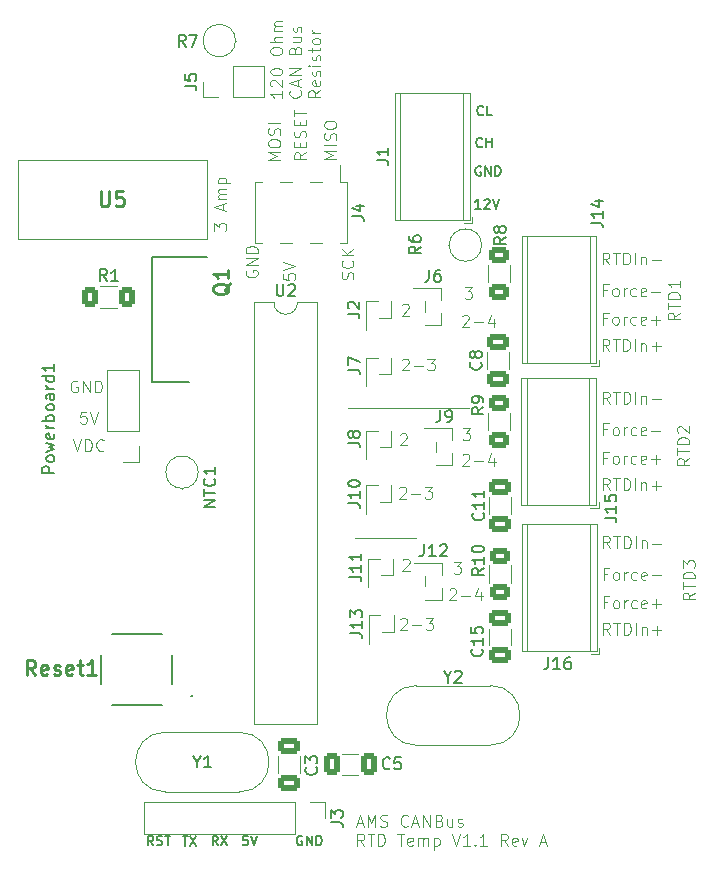
<source format=gbr>
%TF.GenerationSoftware,KiCad,Pcbnew,8.0.1-rc1*%
%TF.CreationDate,2024-08-20T18:32:43-07:00*%
%TF.ProjectId,AMS - CANBus Sensor - Temperature,414d5320-2d20-4434-914e-427573205365,rev?*%
%TF.SameCoordinates,Original*%
%TF.FileFunction,Legend,Top*%
%TF.FilePolarity,Positive*%
%FSLAX46Y46*%
G04 Gerber Fmt 4.6, Leading zero omitted, Abs format (unit mm)*
G04 Created by KiCad (PCBNEW 8.0.1-rc1) date 2024-08-20 18:32:43*
%MOMM*%
%LPD*%
G01*
G04 APERTURE LIST*
G04 Aperture macros list*
%AMRoundRect*
0 Rectangle with rounded corners*
0 $1 Rounding radius*
0 $2 $3 $4 $5 $6 $7 $8 $9 X,Y pos of 4 corners*
0 Add a 4 corners polygon primitive as box body*
4,1,4,$2,$3,$4,$5,$6,$7,$8,$9,$2,$3,0*
0 Add four circle primitives for the rounded corners*
1,1,$1+$1,$2,$3*
1,1,$1+$1,$4,$5*
1,1,$1+$1,$6,$7*
1,1,$1+$1,$8,$9*
0 Add four rect primitives between the rounded corners*
20,1,$1+$1,$2,$3,$4,$5,0*
20,1,$1+$1,$4,$5,$6,$7,0*
20,1,$1+$1,$6,$7,$8,$9,0*
20,1,$1+$1,$8,$9,$2,$3,0*%
G04 Aperture macros list end*
%ADD10C,0.100000*%
%ADD11C,0.150000*%
%ADD12C,0.254000*%
%ADD13C,0.200000*%
%ADD14C,0.120000*%
%ADD15C,2.400000*%
%ADD16R,1.500000X1.500000*%
%ADD17C,1.500000*%
%ADD18R,1.920000X1.920000*%
%ADD19C,1.920000*%
%ADD20R,0.600000X1.750000*%
%ADD21RoundRect,0.250000X-0.650000X0.412500X-0.650000X-0.412500X0.650000X-0.412500X0.650000X0.412500X0*%
%ADD22RoundRect,0.250000X-0.400000X-0.625000X0.400000X-0.625000X0.400000X0.625000X-0.400000X0.625000X0*%
%ADD23RoundRect,0.250000X0.650000X-0.412500X0.650000X0.412500X-0.650000X0.412500X-0.650000X-0.412500X0*%
%ADD24RoundRect,0.250000X-0.625000X0.400000X-0.625000X-0.400000X0.625000X-0.400000X0.625000X0.400000X0*%
%ADD25C,1.600000*%
%ADD26O,1.600000X1.600000*%
%ADD27R,2.200000X2.200000*%
%ADD28C,2.200000*%
%ADD29R,1.700000X1.700000*%
%ADD30O,1.700000X1.700000*%
%ADD31R,1.000000X3.150000*%
%ADD32R,1.750000X0.600000*%
%ADD33R,1.600000X1.600000*%
%ADD34RoundRect,0.250000X0.625000X-0.400000X0.625000X0.400000X-0.625000X0.400000X-0.625000X-0.400000X0*%
%ADD35RoundRect,0.250000X0.412500X0.650000X-0.412500X0.650000X-0.412500X-0.650000X0.412500X-0.650000X0*%
G04 APERTURE END LIST*
D10*
X155749714Y-100377371D02*
X150642036Y-100377371D01*
X150017978Y-89374742D02*
X160270845Y-89378744D01*
X141410522Y-77749485D02*
X141362903Y-77844723D01*
X141362903Y-77844723D02*
X141362903Y-77987580D01*
X141362903Y-77987580D02*
X141410522Y-78130437D01*
X141410522Y-78130437D02*
X141505760Y-78225675D01*
X141505760Y-78225675D02*
X141600998Y-78273294D01*
X141600998Y-78273294D02*
X141791474Y-78320913D01*
X141791474Y-78320913D02*
X141934331Y-78320913D01*
X141934331Y-78320913D02*
X142124807Y-78273294D01*
X142124807Y-78273294D02*
X142220045Y-78225675D01*
X142220045Y-78225675D02*
X142315284Y-78130437D01*
X142315284Y-78130437D02*
X142362903Y-77987580D01*
X142362903Y-77987580D02*
X142362903Y-77892342D01*
X142362903Y-77892342D02*
X142315284Y-77749485D01*
X142315284Y-77749485D02*
X142267664Y-77701866D01*
X142267664Y-77701866D02*
X141934331Y-77701866D01*
X141934331Y-77701866D02*
X141934331Y-77892342D01*
X142362903Y-77273294D02*
X141362903Y-77273294D01*
X141362903Y-77273294D02*
X142362903Y-76701866D01*
X142362903Y-76701866D02*
X141362903Y-76701866D01*
X142362903Y-76225675D02*
X141362903Y-76225675D01*
X141362903Y-76225675D02*
X141362903Y-75987580D01*
X141362903Y-75987580D02*
X141410522Y-75844723D01*
X141410522Y-75844723D02*
X141505760Y-75749485D01*
X141505760Y-75749485D02*
X141600998Y-75701866D01*
X141600998Y-75701866D02*
X141791474Y-75654247D01*
X141791474Y-75654247D02*
X141934331Y-75654247D01*
X141934331Y-75654247D02*
X142124807Y-75701866D01*
X142124807Y-75701866D02*
X142220045Y-75749485D01*
X142220045Y-75749485D02*
X142315284Y-75844723D01*
X142315284Y-75844723D02*
X142362903Y-75987580D01*
X142362903Y-75987580D02*
X142362903Y-76225675D01*
X144448247Y-62516753D02*
X144448247Y-63088181D01*
X144448247Y-62802467D02*
X143448247Y-62802467D01*
X143448247Y-62802467D02*
X143591104Y-62897705D01*
X143591104Y-62897705D02*
X143686342Y-62992943D01*
X143686342Y-62992943D02*
X143733961Y-63088181D01*
X143543485Y-62135800D02*
X143495866Y-62088181D01*
X143495866Y-62088181D02*
X143448247Y-61992943D01*
X143448247Y-61992943D02*
X143448247Y-61754848D01*
X143448247Y-61754848D02*
X143495866Y-61659610D01*
X143495866Y-61659610D02*
X143543485Y-61611991D01*
X143543485Y-61611991D02*
X143638723Y-61564372D01*
X143638723Y-61564372D02*
X143733961Y-61564372D01*
X143733961Y-61564372D02*
X143876818Y-61611991D01*
X143876818Y-61611991D02*
X144448247Y-62183419D01*
X144448247Y-62183419D02*
X144448247Y-61564372D01*
X143448247Y-60945324D02*
X143448247Y-60850086D01*
X143448247Y-60850086D02*
X143495866Y-60754848D01*
X143495866Y-60754848D02*
X143543485Y-60707229D01*
X143543485Y-60707229D02*
X143638723Y-60659610D01*
X143638723Y-60659610D02*
X143829199Y-60611991D01*
X143829199Y-60611991D02*
X144067294Y-60611991D01*
X144067294Y-60611991D02*
X144257770Y-60659610D01*
X144257770Y-60659610D02*
X144353008Y-60707229D01*
X144353008Y-60707229D02*
X144400628Y-60754848D01*
X144400628Y-60754848D02*
X144448247Y-60850086D01*
X144448247Y-60850086D02*
X144448247Y-60945324D01*
X144448247Y-60945324D02*
X144400628Y-61040562D01*
X144400628Y-61040562D02*
X144353008Y-61088181D01*
X144353008Y-61088181D02*
X144257770Y-61135800D01*
X144257770Y-61135800D02*
X144067294Y-61183419D01*
X144067294Y-61183419D02*
X143829199Y-61183419D01*
X143829199Y-61183419D02*
X143638723Y-61135800D01*
X143638723Y-61135800D02*
X143543485Y-61088181D01*
X143543485Y-61088181D02*
X143495866Y-61040562D01*
X143495866Y-61040562D02*
X143448247Y-60945324D01*
X143448247Y-59231038D02*
X143448247Y-59040562D01*
X143448247Y-59040562D02*
X143495866Y-58945324D01*
X143495866Y-58945324D02*
X143591104Y-58850086D01*
X143591104Y-58850086D02*
X143781580Y-58802467D01*
X143781580Y-58802467D02*
X144114913Y-58802467D01*
X144114913Y-58802467D02*
X144305389Y-58850086D01*
X144305389Y-58850086D02*
X144400628Y-58945324D01*
X144400628Y-58945324D02*
X144448247Y-59040562D01*
X144448247Y-59040562D02*
X144448247Y-59231038D01*
X144448247Y-59231038D02*
X144400628Y-59326276D01*
X144400628Y-59326276D02*
X144305389Y-59421514D01*
X144305389Y-59421514D02*
X144114913Y-59469133D01*
X144114913Y-59469133D02*
X143781580Y-59469133D01*
X143781580Y-59469133D02*
X143591104Y-59421514D01*
X143591104Y-59421514D02*
X143495866Y-59326276D01*
X143495866Y-59326276D02*
X143448247Y-59231038D01*
X144448247Y-58373895D02*
X143448247Y-58373895D01*
X144448247Y-57945324D02*
X143924437Y-57945324D01*
X143924437Y-57945324D02*
X143829199Y-57992943D01*
X143829199Y-57992943D02*
X143781580Y-58088181D01*
X143781580Y-58088181D02*
X143781580Y-58231038D01*
X143781580Y-58231038D02*
X143829199Y-58326276D01*
X143829199Y-58326276D02*
X143876818Y-58373895D01*
X144448247Y-57469133D02*
X143781580Y-57469133D01*
X143876818Y-57469133D02*
X143829199Y-57421514D01*
X143829199Y-57421514D02*
X143781580Y-57326276D01*
X143781580Y-57326276D02*
X143781580Y-57183419D01*
X143781580Y-57183419D02*
X143829199Y-57088181D01*
X143829199Y-57088181D02*
X143924437Y-57040562D01*
X143924437Y-57040562D02*
X144448247Y-57040562D01*
X143924437Y-57040562D02*
X143829199Y-56992943D01*
X143829199Y-56992943D02*
X143781580Y-56897705D01*
X143781580Y-56897705D02*
X143781580Y-56754848D01*
X143781580Y-56754848D02*
X143829199Y-56659609D01*
X143829199Y-56659609D02*
X143924437Y-56611990D01*
X143924437Y-56611990D02*
X144448247Y-56611990D01*
X145962952Y-62469134D02*
X146010572Y-62516753D01*
X146010572Y-62516753D02*
X146058191Y-62659610D01*
X146058191Y-62659610D02*
X146058191Y-62754848D01*
X146058191Y-62754848D02*
X146010572Y-62897705D01*
X146010572Y-62897705D02*
X145915333Y-62992943D01*
X145915333Y-62992943D02*
X145820095Y-63040562D01*
X145820095Y-63040562D02*
X145629619Y-63088181D01*
X145629619Y-63088181D02*
X145486762Y-63088181D01*
X145486762Y-63088181D02*
X145296286Y-63040562D01*
X145296286Y-63040562D02*
X145201048Y-62992943D01*
X145201048Y-62992943D02*
X145105810Y-62897705D01*
X145105810Y-62897705D02*
X145058191Y-62754848D01*
X145058191Y-62754848D02*
X145058191Y-62659610D01*
X145058191Y-62659610D02*
X145105810Y-62516753D01*
X145105810Y-62516753D02*
X145153429Y-62469134D01*
X145772476Y-62088181D02*
X145772476Y-61611991D01*
X146058191Y-62183419D02*
X145058191Y-61850086D01*
X145058191Y-61850086D02*
X146058191Y-61516753D01*
X146058191Y-61183419D02*
X145058191Y-61183419D01*
X145058191Y-61183419D02*
X146058191Y-60611991D01*
X146058191Y-60611991D02*
X145058191Y-60611991D01*
X145534381Y-59040562D02*
X145582000Y-58897705D01*
X145582000Y-58897705D02*
X145629619Y-58850086D01*
X145629619Y-58850086D02*
X145724857Y-58802467D01*
X145724857Y-58802467D02*
X145867714Y-58802467D01*
X145867714Y-58802467D02*
X145962952Y-58850086D01*
X145962952Y-58850086D02*
X146010572Y-58897705D01*
X146010572Y-58897705D02*
X146058191Y-58992943D01*
X146058191Y-58992943D02*
X146058191Y-59373895D01*
X146058191Y-59373895D02*
X145058191Y-59373895D01*
X145058191Y-59373895D02*
X145058191Y-59040562D01*
X145058191Y-59040562D02*
X145105810Y-58945324D01*
X145105810Y-58945324D02*
X145153429Y-58897705D01*
X145153429Y-58897705D02*
X145248667Y-58850086D01*
X145248667Y-58850086D02*
X145343905Y-58850086D01*
X145343905Y-58850086D02*
X145439143Y-58897705D01*
X145439143Y-58897705D02*
X145486762Y-58945324D01*
X145486762Y-58945324D02*
X145534381Y-59040562D01*
X145534381Y-59040562D02*
X145534381Y-59373895D01*
X145391524Y-57945324D02*
X146058191Y-57945324D01*
X145391524Y-58373895D02*
X145915333Y-58373895D01*
X145915333Y-58373895D02*
X146010572Y-58326276D01*
X146010572Y-58326276D02*
X146058191Y-58231038D01*
X146058191Y-58231038D02*
X146058191Y-58088181D01*
X146058191Y-58088181D02*
X146010572Y-57992943D01*
X146010572Y-57992943D02*
X145962952Y-57945324D01*
X146010572Y-57516752D02*
X146058191Y-57421514D01*
X146058191Y-57421514D02*
X146058191Y-57231038D01*
X146058191Y-57231038D02*
X146010572Y-57135800D01*
X146010572Y-57135800D02*
X145915333Y-57088181D01*
X145915333Y-57088181D02*
X145867714Y-57088181D01*
X145867714Y-57088181D02*
X145772476Y-57135800D01*
X145772476Y-57135800D02*
X145724857Y-57231038D01*
X145724857Y-57231038D02*
X145724857Y-57373895D01*
X145724857Y-57373895D02*
X145677238Y-57469133D01*
X145677238Y-57469133D02*
X145582000Y-57516752D01*
X145582000Y-57516752D02*
X145534381Y-57516752D01*
X145534381Y-57516752D02*
X145439143Y-57469133D01*
X145439143Y-57469133D02*
X145391524Y-57373895D01*
X145391524Y-57373895D02*
X145391524Y-57231038D01*
X145391524Y-57231038D02*
X145439143Y-57135800D01*
X147668135Y-62469134D02*
X147191944Y-62802467D01*
X147668135Y-63040562D02*
X146668135Y-63040562D01*
X146668135Y-63040562D02*
X146668135Y-62659610D01*
X146668135Y-62659610D02*
X146715754Y-62564372D01*
X146715754Y-62564372D02*
X146763373Y-62516753D01*
X146763373Y-62516753D02*
X146858611Y-62469134D01*
X146858611Y-62469134D02*
X147001468Y-62469134D01*
X147001468Y-62469134D02*
X147096706Y-62516753D01*
X147096706Y-62516753D02*
X147144325Y-62564372D01*
X147144325Y-62564372D02*
X147191944Y-62659610D01*
X147191944Y-62659610D02*
X147191944Y-63040562D01*
X147620516Y-61659610D02*
X147668135Y-61754848D01*
X147668135Y-61754848D02*
X147668135Y-61945324D01*
X147668135Y-61945324D02*
X147620516Y-62040562D01*
X147620516Y-62040562D02*
X147525277Y-62088181D01*
X147525277Y-62088181D02*
X147144325Y-62088181D01*
X147144325Y-62088181D02*
X147049087Y-62040562D01*
X147049087Y-62040562D02*
X147001468Y-61945324D01*
X147001468Y-61945324D02*
X147001468Y-61754848D01*
X147001468Y-61754848D02*
X147049087Y-61659610D01*
X147049087Y-61659610D02*
X147144325Y-61611991D01*
X147144325Y-61611991D02*
X147239563Y-61611991D01*
X147239563Y-61611991D02*
X147334801Y-62088181D01*
X147620516Y-61231038D02*
X147668135Y-61135800D01*
X147668135Y-61135800D02*
X147668135Y-60945324D01*
X147668135Y-60945324D02*
X147620516Y-60850086D01*
X147620516Y-60850086D02*
X147525277Y-60802467D01*
X147525277Y-60802467D02*
X147477658Y-60802467D01*
X147477658Y-60802467D02*
X147382420Y-60850086D01*
X147382420Y-60850086D02*
X147334801Y-60945324D01*
X147334801Y-60945324D02*
X147334801Y-61088181D01*
X147334801Y-61088181D02*
X147287182Y-61183419D01*
X147287182Y-61183419D02*
X147191944Y-61231038D01*
X147191944Y-61231038D02*
X147144325Y-61231038D01*
X147144325Y-61231038D02*
X147049087Y-61183419D01*
X147049087Y-61183419D02*
X147001468Y-61088181D01*
X147001468Y-61088181D02*
X147001468Y-60945324D01*
X147001468Y-60945324D02*
X147049087Y-60850086D01*
X147668135Y-60373895D02*
X147001468Y-60373895D01*
X146668135Y-60373895D02*
X146715754Y-60421514D01*
X146715754Y-60421514D02*
X146763373Y-60373895D01*
X146763373Y-60373895D02*
X146715754Y-60326276D01*
X146715754Y-60326276D02*
X146668135Y-60373895D01*
X146668135Y-60373895D02*
X146763373Y-60373895D01*
X147620516Y-59945324D02*
X147668135Y-59850086D01*
X147668135Y-59850086D02*
X147668135Y-59659610D01*
X147668135Y-59659610D02*
X147620516Y-59564372D01*
X147620516Y-59564372D02*
X147525277Y-59516753D01*
X147525277Y-59516753D02*
X147477658Y-59516753D01*
X147477658Y-59516753D02*
X147382420Y-59564372D01*
X147382420Y-59564372D02*
X147334801Y-59659610D01*
X147334801Y-59659610D02*
X147334801Y-59802467D01*
X147334801Y-59802467D02*
X147287182Y-59897705D01*
X147287182Y-59897705D02*
X147191944Y-59945324D01*
X147191944Y-59945324D02*
X147144325Y-59945324D01*
X147144325Y-59945324D02*
X147049087Y-59897705D01*
X147049087Y-59897705D02*
X147001468Y-59802467D01*
X147001468Y-59802467D02*
X147001468Y-59659610D01*
X147001468Y-59659610D02*
X147049087Y-59564372D01*
X147001468Y-59231038D02*
X147001468Y-58850086D01*
X146668135Y-59088181D02*
X147525277Y-59088181D01*
X147525277Y-59088181D02*
X147620516Y-59040562D01*
X147620516Y-59040562D02*
X147668135Y-58945324D01*
X147668135Y-58945324D02*
X147668135Y-58850086D01*
X147668135Y-58373895D02*
X147620516Y-58469133D01*
X147620516Y-58469133D02*
X147572896Y-58516752D01*
X147572896Y-58516752D02*
X147477658Y-58564371D01*
X147477658Y-58564371D02*
X147191944Y-58564371D01*
X147191944Y-58564371D02*
X147096706Y-58516752D01*
X147096706Y-58516752D02*
X147049087Y-58469133D01*
X147049087Y-58469133D02*
X147001468Y-58373895D01*
X147001468Y-58373895D02*
X147001468Y-58231038D01*
X147001468Y-58231038D02*
X147049087Y-58135800D01*
X147049087Y-58135800D02*
X147096706Y-58088181D01*
X147096706Y-58088181D02*
X147191944Y-58040562D01*
X147191944Y-58040562D02*
X147477658Y-58040562D01*
X147477658Y-58040562D02*
X147572896Y-58088181D01*
X147572896Y-58088181D02*
X147620516Y-58135800D01*
X147620516Y-58135800D02*
X147668135Y-58231038D01*
X147668135Y-58231038D02*
X147668135Y-58373895D01*
X147668135Y-57611990D02*
X147001468Y-57611990D01*
X147191944Y-57611990D02*
X147096706Y-57564371D01*
X147096706Y-57564371D02*
X147049087Y-57516752D01*
X147049087Y-57516752D02*
X147001468Y-57421514D01*
X147001468Y-57421514D02*
X147001468Y-57326276D01*
X171987431Y-103396129D02*
X171654098Y-103396129D01*
X171654098Y-103919939D02*
X171654098Y-102919939D01*
X171654098Y-102919939D02*
X172130288Y-102919939D01*
X172654098Y-103919939D02*
X172558860Y-103872320D01*
X172558860Y-103872320D02*
X172511241Y-103824700D01*
X172511241Y-103824700D02*
X172463622Y-103729462D01*
X172463622Y-103729462D02*
X172463622Y-103443748D01*
X172463622Y-103443748D02*
X172511241Y-103348510D01*
X172511241Y-103348510D02*
X172558860Y-103300891D01*
X172558860Y-103300891D02*
X172654098Y-103253272D01*
X172654098Y-103253272D02*
X172796955Y-103253272D01*
X172796955Y-103253272D02*
X172892193Y-103300891D01*
X172892193Y-103300891D02*
X172939812Y-103348510D01*
X172939812Y-103348510D02*
X172987431Y-103443748D01*
X172987431Y-103443748D02*
X172987431Y-103729462D01*
X172987431Y-103729462D02*
X172939812Y-103824700D01*
X172939812Y-103824700D02*
X172892193Y-103872320D01*
X172892193Y-103872320D02*
X172796955Y-103919939D01*
X172796955Y-103919939D02*
X172654098Y-103919939D01*
X173416003Y-103919939D02*
X173416003Y-103253272D01*
X173416003Y-103443748D02*
X173463622Y-103348510D01*
X173463622Y-103348510D02*
X173511241Y-103300891D01*
X173511241Y-103300891D02*
X173606479Y-103253272D01*
X173606479Y-103253272D02*
X173701717Y-103253272D01*
X174463622Y-103872320D02*
X174368384Y-103919939D01*
X174368384Y-103919939D02*
X174177908Y-103919939D01*
X174177908Y-103919939D02*
X174082670Y-103872320D01*
X174082670Y-103872320D02*
X174035051Y-103824700D01*
X174035051Y-103824700D02*
X173987432Y-103729462D01*
X173987432Y-103729462D02*
X173987432Y-103443748D01*
X173987432Y-103443748D02*
X174035051Y-103348510D01*
X174035051Y-103348510D02*
X174082670Y-103300891D01*
X174082670Y-103300891D02*
X174177908Y-103253272D01*
X174177908Y-103253272D02*
X174368384Y-103253272D01*
X174368384Y-103253272D02*
X174463622Y-103300891D01*
X175273146Y-103872320D02*
X175177908Y-103919939D01*
X175177908Y-103919939D02*
X174987432Y-103919939D01*
X174987432Y-103919939D02*
X174892194Y-103872320D01*
X174892194Y-103872320D02*
X174844575Y-103777081D01*
X174844575Y-103777081D02*
X174844575Y-103396129D01*
X174844575Y-103396129D02*
X174892194Y-103300891D01*
X174892194Y-103300891D02*
X174987432Y-103253272D01*
X174987432Y-103253272D02*
X175177908Y-103253272D01*
X175177908Y-103253272D02*
X175273146Y-103300891D01*
X175273146Y-103300891D02*
X175320765Y-103396129D01*
X175320765Y-103396129D02*
X175320765Y-103491367D01*
X175320765Y-103491367D02*
X174844575Y-103586605D01*
X175749337Y-103538986D02*
X176511242Y-103538986D01*
X159898839Y-79120283D02*
X160517886Y-79120283D01*
X160517886Y-79120283D02*
X160184553Y-79501235D01*
X160184553Y-79501235D02*
X160327410Y-79501235D01*
X160327410Y-79501235D02*
X160422648Y-79548854D01*
X160422648Y-79548854D02*
X160470267Y-79596473D01*
X160470267Y-79596473D02*
X160517886Y-79691711D01*
X160517886Y-79691711D02*
X160517886Y-79929806D01*
X160517886Y-79929806D02*
X160470267Y-80025044D01*
X160470267Y-80025044D02*
X160422648Y-80072664D01*
X160422648Y-80072664D02*
X160327410Y-80120283D01*
X160327410Y-80120283D02*
X160041696Y-80120283D01*
X160041696Y-80120283D02*
X159946458Y-80072664D01*
X159946458Y-80072664D02*
X159898839Y-80025044D01*
X154445641Y-91623255D02*
X154493260Y-91575636D01*
X154493260Y-91575636D02*
X154588498Y-91528017D01*
X154588498Y-91528017D02*
X154826593Y-91528017D01*
X154826593Y-91528017D02*
X154921831Y-91575636D01*
X154921831Y-91575636D02*
X154969450Y-91623255D01*
X154969450Y-91623255D02*
X155017069Y-91718493D01*
X155017069Y-91718493D02*
X155017069Y-91813731D01*
X155017069Y-91813731D02*
X154969450Y-91956588D01*
X154969450Y-91956588D02*
X154398022Y-92528017D01*
X154398022Y-92528017D02*
X155017069Y-92528017D01*
X172159373Y-96319495D02*
X171826040Y-95843304D01*
X171587945Y-96319495D02*
X171587945Y-95319495D01*
X171587945Y-95319495D02*
X171968897Y-95319495D01*
X171968897Y-95319495D02*
X172064135Y-95367114D01*
X172064135Y-95367114D02*
X172111754Y-95414733D01*
X172111754Y-95414733D02*
X172159373Y-95509971D01*
X172159373Y-95509971D02*
X172159373Y-95652828D01*
X172159373Y-95652828D02*
X172111754Y-95748066D01*
X172111754Y-95748066D02*
X172064135Y-95795685D01*
X172064135Y-95795685D02*
X171968897Y-95843304D01*
X171968897Y-95843304D02*
X171587945Y-95843304D01*
X172445088Y-95319495D02*
X173016516Y-95319495D01*
X172730802Y-96319495D02*
X172730802Y-95319495D01*
X173349850Y-96319495D02*
X173349850Y-95319495D01*
X173349850Y-95319495D02*
X173587945Y-95319495D01*
X173587945Y-95319495D02*
X173730802Y-95367114D01*
X173730802Y-95367114D02*
X173826040Y-95462352D01*
X173826040Y-95462352D02*
X173873659Y-95557590D01*
X173873659Y-95557590D02*
X173921278Y-95748066D01*
X173921278Y-95748066D02*
X173921278Y-95890923D01*
X173921278Y-95890923D02*
X173873659Y-96081399D01*
X173873659Y-96081399D02*
X173826040Y-96176637D01*
X173826040Y-96176637D02*
X173730802Y-96271876D01*
X173730802Y-96271876D02*
X173587945Y-96319495D01*
X173587945Y-96319495D02*
X173349850Y-96319495D01*
X174349850Y-96319495D02*
X174349850Y-95319495D01*
X174826040Y-95652828D02*
X174826040Y-96319495D01*
X174826040Y-95748066D02*
X174873659Y-95700447D01*
X174873659Y-95700447D02*
X174968897Y-95652828D01*
X174968897Y-95652828D02*
X175111754Y-95652828D01*
X175111754Y-95652828D02*
X175206992Y-95700447D01*
X175206992Y-95700447D02*
X175254611Y-95795685D01*
X175254611Y-95795685D02*
X175254611Y-96319495D01*
X175730802Y-95938542D02*
X176492707Y-95938542D01*
X176111754Y-96319495D02*
X176111754Y-95557590D01*
X178096469Y-81300119D02*
X177620278Y-81633452D01*
X178096469Y-81871547D02*
X177096469Y-81871547D01*
X177096469Y-81871547D02*
X177096469Y-81490595D01*
X177096469Y-81490595D02*
X177144088Y-81395357D01*
X177144088Y-81395357D02*
X177191707Y-81347738D01*
X177191707Y-81347738D02*
X177286945Y-81300119D01*
X177286945Y-81300119D02*
X177429802Y-81300119D01*
X177429802Y-81300119D02*
X177525040Y-81347738D01*
X177525040Y-81347738D02*
X177572659Y-81395357D01*
X177572659Y-81395357D02*
X177620278Y-81490595D01*
X177620278Y-81490595D02*
X177620278Y-81871547D01*
X177096469Y-81014404D02*
X177096469Y-80442976D01*
X178096469Y-80728690D02*
X177096469Y-80728690D01*
X178096469Y-80109642D02*
X177096469Y-80109642D01*
X177096469Y-80109642D02*
X177096469Y-79871547D01*
X177096469Y-79871547D02*
X177144088Y-79728690D01*
X177144088Y-79728690D02*
X177239326Y-79633452D01*
X177239326Y-79633452D02*
X177334564Y-79585833D01*
X177334564Y-79585833D02*
X177525040Y-79538214D01*
X177525040Y-79538214D02*
X177667897Y-79538214D01*
X177667897Y-79538214D02*
X177858373Y-79585833D01*
X177858373Y-79585833D02*
X177953611Y-79633452D01*
X177953611Y-79633452D02*
X178048850Y-79728690D01*
X178048850Y-79728690D02*
X178096469Y-79871547D01*
X178096469Y-79871547D02*
X178096469Y-80109642D01*
X178096469Y-78585833D02*
X178096469Y-79157261D01*
X178096469Y-78871547D02*
X177096469Y-78871547D01*
X177096469Y-78871547D02*
X177239326Y-78966785D01*
X177239326Y-78966785D02*
X177334564Y-79062023D01*
X177334564Y-79062023D02*
X177382183Y-79157261D01*
X154454738Y-107255816D02*
X154502357Y-107208197D01*
X154502357Y-107208197D02*
X154597595Y-107160578D01*
X154597595Y-107160578D02*
X154835690Y-107160578D01*
X154835690Y-107160578D02*
X154930928Y-107208197D01*
X154930928Y-107208197D02*
X154978547Y-107255816D01*
X154978547Y-107255816D02*
X155026166Y-107351054D01*
X155026166Y-107351054D02*
X155026166Y-107446292D01*
X155026166Y-107446292D02*
X154978547Y-107589149D01*
X154978547Y-107589149D02*
X154407119Y-108160578D01*
X154407119Y-108160578D02*
X155026166Y-108160578D01*
X155454738Y-107779625D02*
X156216643Y-107779625D01*
X156597595Y-107160578D02*
X157216642Y-107160578D01*
X157216642Y-107160578D02*
X156883309Y-107541530D01*
X156883309Y-107541530D02*
X157026166Y-107541530D01*
X157026166Y-107541530D02*
X157121404Y-107589149D01*
X157121404Y-107589149D02*
X157169023Y-107636768D01*
X157169023Y-107636768D02*
X157216642Y-107732006D01*
X157216642Y-107732006D02*
X157216642Y-107970101D01*
X157216642Y-107970101D02*
X157169023Y-108065339D01*
X157169023Y-108065339D02*
X157121404Y-108112959D01*
X157121404Y-108112959D02*
X157026166Y-108160578D01*
X157026166Y-108160578D02*
X156740452Y-108160578D01*
X156740452Y-108160578D02*
X156645214Y-108112959D01*
X156645214Y-108112959D02*
X156597595Y-108065339D01*
X171934674Y-79374863D02*
X171601341Y-79374863D01*
X171601341Y-79898673D02*
X171601341Y-78898673D01*
X171601341Y-78898673D02*
X172077531Y-78898673D01*
X172601341Y-79898673D02*
X172506103Y-79851054D01*
X172506103Y-79851054D02*
X172458484Y-79803434D01*
X172458484Y-79803434D02*
X172410865Y-79708196D01*
X172410865Y-79708196D02*
X172410865Y-79422482D01*
X172410865Y-79422482D02*
X172458484Y-79327244D01*
X172458484Y-79327244D02*
X172506103Y-79279625D01*
X172506103Y-79279625D02*
X172601341Y-79232006D01*
X172601341Y-79232006D02*
X172744198Y-79232006D01*
X172744198Y-79232006D02*
X172839436Y-79279625D01*
X172839436Y-79279625D02*
X172887055Y-79327244D01*
X172887055Y-79327244D02*
X172934674Y-79422482D01*
X172934674Y-79422482D02*
X172934674Y-79708196D01*
X172934674Y-79708196D02*
X172887055Y-79803434D01*
X172887055Y-79803434D02*
X172839436Y-79851054D01*
X172839436Y-79851054D02*
X172744198Y-79898673D01*
X172744198Y-79898673D02*
X172601341Y-79898673D01*
X173363246Y-79898673D02*
X173363246Y-79232006D01*
X173363246Y-79422482D02*
X173410865Y-79327244D01*
X173410865Y-79327244D02*
X173458484Y-79279625D01*
X173458484Y-79279625D02*
X173553722Y-79232006D01*
X173553722Y-79232006D02*
X173648960Y-79232006D01*
X174410865Y-79851054D02*
X174315627Y-79898673D01*
X174315627Y-79898673D02*
X174125151Y-79898673D01*
X174125151Y-79898673D02*
X174029913Y-79851054D01*
X174029913Y-79851054D02*
X173982294Y-79803434D01*
X173982294Y-79803434D02*
X173934675Y-79708196D01*
X173934675Y-79708196D02*
X173934675Y-79422482D01*
X173934675Y-79422482D02*
X173982294Y-79327244D01*
X173982294Y-79327244D02*
X174029913Y-79279625D01*
X174029913Y-79279625D02*
X174125151Y-79232006D01*
X174125151Y-79232006D02*
X174315627Y-79232006D01*
X174315627Y-79232006D02*
X174410865Y-79279625D01*
X175220389Y-79851054D02*
X175125151Y-79898673D01*
X175125151Y-79898673D02*
X174934675Y-79898673D01*
X174934675Y-79898673D02*
X174839437Y-79851054D01*
X174839437Y-79851054D02*
X174791818Y-79755815D01*
X174791818Y-79755815D02*
X174791818Y-79374863D01*
X174791818Y-79374863D02*
X174839437Y-79279625D01*
X174839437Y-79279625D02*
X174934675Y-79232006D01*
X174934675Y-79232006D02*
X175125151Y-79232006D01*
X175125151Y-79232006D02*
X175220389Y-79279625D01*
X175220389Y-79279625D02*
X175268008Y-79374863D01*
X175268008Y-79374863D02*
X175268008Y-79470101D01*
X175268008Y-79470101D02*
X174791818Y-79565339D01*
X175696580Y-79517720D02*
X176458485Y-79517720D01*
X171945087Y-91158742D02*
X171611754Y-91158742D01*
X171611754Y-91682552D02*
X171611754Y-90682552D01*
X171611754Y-90682552D02*
X172087944Y-90682552D01*
X172611754Y-91682552D02*
X172516516Y-91634933D01*
X172516516Y-91634933D02*
X172468897Y-91587313D01*
X172468897Y-91587313D02*
X172421278Y-91492075D01*
X172421278Y-91492075D02*
X172421278Y-91206361D01*
X172421278Y-91206361D02*
X172468897Y-91111123D01*
X172468897Y-91111123D02*
X172516516Y-91063504D01*
X172516516Y-91063504D02*
X172611754Y-91015885D01*
X172611754Y-91015885D02*
X172754611Y-91015885D01*
X172754611Y-91015885D02*
X172849849Y-91063504D01*
X172849849Y-91063504D02*
X172897468Y-91111123D01*
X172897468Y-91111123D02*
X172945087Y-91206361D01*
X172945087Y-91206361D02*
X172945087Y-91492075D01*
X172945087Y-91492075D02*
X172897468Y-91587313D01*
X172897468Y-91587313D02*
X172849849Y-91634933D01*
X172849849Y-91634933D02*
X172754611Y-91682552D01*
X172754611Y-91682552D02*
X172611754Y-91682552D01*
X173373659Y-91682552D02*
X173373659Y-91015885D01*
X173373659Y-91206361D02*
X173421278Y-91111123D01*
X173421278Y-91111123D02*
X173468897Y-91063504D01*
X173468897Y-91063504D02*
X173564135Y-91015885D01*
X173564135Y-91015885D02*
X173659373Y-91015885D01*
X174421278Y-91634933D02*
X174326040Y-91682552D01*
X174326040Y-91682552D02*
X174135564Y-91682552D01*
X174135564Y-91682552D02*
X174040326Y-91634933D01*
X174040326Y-91634933D02*
X173992707Y-91587313D01*
X173992707Y-91587313D02*
X173945088Y-91492075D01*
X173945088Y-91492075D02*
X173945088Y-91206361D01*
X173945088Y-91206361D02*
X173992707Y-91111123D01*
X173992707Y-91111123D02*
X174040326Y-91063504D01*
X174040326Y-91063504D02*
X174135564Y-91015885D01*
X174135564Y-91015885D02*
X174326040Y-91015885D01*
X174326040Y-91015885D02*
X174421278Y-91063504D01*
X175230802Y-91634933D02*
X175135564Y-91682552D01*
X175135564Y-91682552D02*
X174945088Y-91682552D01*
X174945088Y-91682552D02*
X174849850Y-91634933D01*
X174849850Y-91634933D02*
X174802231Y-91539694D01*
X174802231Y-91539694D02*
X174802231Y-91158742D01*
X174802231Y-91158742D02*
X174849850Y-91063504D01*
X174849850Y-91063504D02*
X174945088Y-91015885D01*
X174945088Y-91015885D02*
X175135564Y-91015885D01*
X175135564Y-91015885D02*
X175230802Y-91063504D01*
X175230802Y-91063504D02*
X175278421Y-91158742D01*
X175278421Y-91158742D02*
X175278421Y-91253980D01*
X175278421Y-91253980D02*
X174802231Y-91349218D01*
X175706993Y-91301599D02*
X176468898Y-91301599D01*
X172148960Y-84535616D02*
X171815627Y-84059425D01*
X171577532Y-84535616D02*
X171577532Y-83535616D01*
X171577532Y-83535616D02*
X171958484Y-83535616D01*
X171958484Y-83535616D02*
X172053722Y-83583235D01*
X172053722Y-83583235D02*
X172101341Y-83630854D01*
X172101341Y-83630854D02*
X172148960Y-83726092D01*
X172148960Y-83726092D02*
X172148960Y-83868949D01*
X172148960Y-83868949D02*
X172101341Y-83964187D01*
X172101341Y-83964187D02*
X172053722Y-84011806D01*
X172053722Y-84011806D02*
X171958484Y-84059425D01*
X171958484Y-84059425D02*
X171577532Y-84059425D01*
X172434675Y-83535616D02*
X173006103Y-83535616D01*
X172720389Y-84535616D02*
X172720389Y-83535616D01*
X173339437Y-84535616D02*
X173339437Y-83535616D01*
X173339437Y-83535616D02*
X173577532Y-83535616D01*
X173577532Y-83535616D02*
X173720389Y-83583235D01*
X173720389Y-83583235D02*
X173815627Y-83678473D01*
X173815627Y-83678473D02*
X173863246Y-83773711D01*
X173863246Y-83773711D02*
X173910865Y-83964187D01*
X173910865Y-83964187D02*
X173910865Y-84107044D01*
X173910865Y-84107044D02*
X173863246Y-84297520D01*
X173863246Y-84297520D02*
X173815627Y-84392758D01*
X173815627Y-84392758D02*
X173720389Y-84487997D01*
X173720389Y-84487997D02*
X173577532Y-84535616D01*
X173577532Y-84535616D02*
X173339437Y-84535616D01*
X174339437Y-84535616D02*
X174339437Y-83535616D01*
X174815627Y-83868949D02*
X174815627Y-84535616D01*
X174815627Y-83964187D02*
X174863246Y-83916568D01*
X174863246Y-83916568D02*
X174958484Y-83868949D01*
X174958484Y-83868949D02*
X175101341Y-83868949D01*
X175101341Y-83868949D02*
X175196579Y-83916568D01*
X175196579Y-83916568D02*
X175244198Y-84011806D01*
X175244198Y-84011806D02*
X175244198Y-84535616D01*
X175720389Y-84154663D02*
X176482294Y-84154663D01*
X176101341Y-84535616D02*
X176101341Y-83773711D01*
X171987431Y-105803204D02*
X171654098Y-105803204D01*
X171654098Y-106327014D02*
X171654098Y-105327014D01*
X171654098Y-105327014D02*
X172130288Y-105327014D01*
X172654098Y-106327014D02*
X172558860Y-106279395D01*
X172558860Y-106279395D02*
X172511241Y-106231775D01*
X172511241Y-106231775D02*
X172463622Y-106136537D01*
X172463622Y-106136537D02*
X172463622Y-105850823D01*
X172463622Y-105850823D02*
X172511241Y-105755585D01*
X172511241Y-105755585D02*
X172558860Y-105707966D01*
X172558860Y-105707966D02*
X172654098Y-105660347D01*
X172654098Y-105660347D02*
X172796955Y-105660347D01*
X172796955Y-105660347D02*
X172892193Y-105707966D01*
X172892193Y-105707966D02*
X172939812Y-105755585D01*
X172939812Y-105755585D02*
X172987431Y-105850823D01*
X172987431Y-105850823D02*
X172987431Y-106136537D01*
X172987431Y-106136537D02*
X172939812Y-106231775D01*
X172939812Y-106231775D02*
X172892193Y-106279395D01*
X172892193Y-106279395D02*
X172796955Y-106327014D01*
X172796955Y-106327014D02*
X172654098Y-106327014D01*
X173416003Y-106327014D02*
X173416003Y-105660347D01*
X173416003Y-105850823D02*
X173463622Y-105755585D01*
X173463622Y-105755585D02*
X173511241Y-105707966D01*
X173511241Y-105707966D02*
X173606479Y-105660347D01*
X173606479Y-105660347D02*
X173701717Y-105660347D01*
X174463622Y-106279395D02*
X174368384Y-106327014D01*
X174368384Y-106327014D02*
X174177908Y-106327014D01*
X174177908Y-106327014D02*
X174082670Y-106279395D01*
X174082670Y-106279395D02*
X174035051Y-106231775D01*
X174035051Y-106231775D02*
X173987432Y-106136537D01*
X173987432Y-106136537D02*
X173987432Y-105850823D01*
X173987432Y-105850823D02*
X174035051Y-105755585D01*
X174035051Y-105755585D02*
X174082670Y-105707966D01*
X174082670Y-105707966D02*
X174177908Y-105660347D01*
X174177908Y-105660347D02*
X174368384Y-105660347D01*
X174368384Y-105660347D02*
X174463622Y-105707966D01*
X175273146Y-106279395D02*
X175177908Y-106327014D01*
X175177908Y-106327014D02*
X174987432Y-106327014D01*
X174987432Y-106327014D02*
X174892194Y-106279395D01*
X174892194Y-106279395D02*
X174844575Y-106184156D01*
X174844575Y-106184156D02*
X174844575Y-105803204D01*
X174844575Y-105803204D02*
X174892194Y-105707966D01*
X174892194Y-105707966D02*
X174987432Y-105660347D01*
X174987432Y-105660347D02*
X175177908Y-105660347D01*
X175177908Y-105660347D02*
X175273146Y-105707966D01*
X175273146Y-105707966D02*
X175320765Y-105803204D01*
X175320765Y-105803204D02*
X175320765Y-105898442D01*
X175320765Y-105898442D02*
X174844575Y-105993680D01*
X175749337Y-105946061D02*
X176511242Y-105946061D01*
X176130289Y-106327014D02*
X176130289Y-105565109D01*
X171945087Y-93565817D02*
X171611754Y-93565817D01*
X171611754Y-94089627D02*
X171611754Y-93089627D01*
X171611754Y-93089627D02*
X172087944Y-93089627D01*
X172611754Y-94089627D02*
X172516516Y-94042008D01*
X172516516Y-94042008D02*
X172468897Y-93994388D01*
X172468897Y-93994388D02*
X172421278Y-93899150D01*
X172421278Y-93899150D02*
X172421278Y-93613436D01*
X172421278Y-93613436D02*
X172468897Y-93518198D01*
X172468897Y-93518198D02*
X172516516Y-93470579D01*
X172516516Y-93470579D02*
X172611754Y-93422960D01*
X172611754Y-93422960D02*
X172754611Y-93422960D01*
X172754611Y-93422960D02*
X172849849Y-93470579D01*
X172849849Y-93470579D02*
X172897468Y-93518198D01*
X172897468Y-93518198D02*
X172945087Y-93613436D01*
X172945087Y-93613436D02*
X172945087Y-93899150D01*
X172945087Y-93899150D02*
X172897468Y-93994388D01*
X172897468Y-93994388D02*
X172849849Y-94042008D01*
X172849849Y-94042008D02*
X172754611Y-94089627D01*
X172754611Y-94089627D02*
X172611754Y-94089627D01*
X173373659Y-94089627D02*
X173373659Y-93422960D01*
X173373659Y-93613436D02*
X173421278Y-93518198D01*
X173421278Y-93518198D02*
X173468897Y-93470579D01*
X173468897Y-93470579D02*
X173564135Y-93422960D01*
X173564135Y-93422960D02*
X173659373Y-93422960D01*
X174421278Y-94042008D02*
X174326040Y-94089627D01*
X174326040Y-94089627D02*
X174135564Y-94089627D01*
X174135564Y-94089627D02*
X174040326Y-94042008D01*
X174040326Y-94042008D02*
X173992707Y-93994388D01*
X173992707Y-93994388D02*
X173945088Y-93899150D01*
X173945088Y-93899150D02*
X173945088Y-93613436D01*
X173945088Y-93613436D02*
X173992707Y-93518198D01*
X173992707Y-93518198D02*
X174040326Y-93470579D01*
X174040326Y-93470579D02*
X174135564Y-93422960D01*
X174135564Y-93422960D02*
X174326040Y-93422960D01*
X174326040Y-93422960D02*
X174421278Y-93470579D01*
X175230802Y-94042008D02*
X175135564Y-94089627D01*
X175135564Y-94089627D02*
X174945088Y-94089627D01*
X174945088Y-94089627D02*
X174849850Y-94042008D01*
X174849850Y-94042008D02*
X174802231Y-93946769D01*
X174802231Y-93946769D02*
X174802231Y-93565817D01*
X174802231Y-93565817D02*
X174849850Y-93470579D01*
X174849850Y-93470579D02*
X174945088Y-93422960D01*
X174945088Y-93422960D02*
X175135564Y-93422960D01*
X175135564Y-93422960D02*
X175230802Y-93470579D01*
X175230802Y-93470579D02*
X175278421Y-93565817D01*
X175278421Y-93565817D02*
X175278421Y-93661055D01*
X175278421Y-93661055D02*
X174802231Y-93756293D01*
X175706993Y-93708674D02*
X176468898Y-93708674D01*
X176087945Y-94089627D02*
X176087945Y-93327722D01*
D11*
X161385190Y-67226163D02*
X161347094Y-67264259D01*
X161347094Y-67264259D02*
X161232809Y-67302354D01*
X161232809Y-67302354D02*
X161156618Y-67302354D01*
X161156618Y-67302354D02*
X161042332Y-67264259D01*
X161042332Y-67264259D02*
X160966142Y-67188068D01*
X160966142Y-67188068D02*
X160928047Y-67111878D01*
X160928047Y-67111878D02*
X160889951Y-66959497D01*
X160889951Y-66959497D02*
X160889951Y-66845211D01*
X160889951Y-66845211D02*
X160928047Y-66692830D01*
X160928047Y-66692830D02*
X160966142Y-66616639D01*
X160966142Y-66616639D02*
X161042332Y-66540449D01*
X161042332Y-66540449D02*
X161156618Y-66502354D01*
X161156618Y-66502354D02*
X161232809Y-66502354D01*
X161232809Y-66502354D02*
X161347094Y-66540449D01*
X161347094Y-66540449D02*
X161385190Y-66578544D01*
X161728047Y-67302354D02*
X161728047Y-66502354D01*
X161728047Y-66883306D02*
X162185190Y-66883306D01*
X162185190Y-67302354D02*
X162185190Y-66502354D01*
X161464931Y-64514958D02*
X161426835Y-64553054D01*
X161426835Y-64553054D02*
X161312550Y-64591149D01*
X161312550Y-64591149D02*
X161236359Y-64591149D01*
X161236359Y-64591149D02*
X161122073Y-64553054D01*
X161122073Y-64553054D02*
X161045883Y-64476863D01*
X161045883Y-64476863D02*
X161007788Y-64400673D01*
X161007788Y-64400673D02*
X160969692Y-64248292D01*
X160969692Y-64248292D02*
X160969692Y-64134006D01*
X160969692Y-64134006D02*
X161007788Y-63981625D01*
X161007788Y-63981625D02*
X161045883Y-63905434D01*
X161045883Y-63905434D02*
X161122073Y-63829244D01*
X161122073Y-63829244D02*
X161236359Y-63791149D01*
X161236359Y-63791149D02*
X161312550Y-63791149D01*
X161312550Y-63791149D02*
X161426835Y-63829244D01*
X161426835Y-63829244D02*
X161464931Y-63867339D01*
X162188740Y-64591149D02*
X161807788Y-64591149D01*
X161807788Y-64591149D02*
X161807788Y-63791149D01*
D10*
X158959083Y-102393862D02*
X159578130Y-102393862D01*
X159578130Y-102393862D02*
X159244797Y-102774814D01*
X159244797Y-102774814D02*
X159387654Y-102774814D01*
X159387654Y-102774814D02*
X159482892Y-102822433D01*
X159482892Y-102822433D02*
X159530511Y-102870052D01*
X159530511Y-102870052D02*
X159578130Y-102965290D01*
X159578130Y-102965290D02*
X159578130Y-103203385D01*
X159578130Y-103203385D02*
X159530511Y-103298623D01*
X159530511Y-103298623D02*
X159482892Y-103346243D01*
X159482892Y-103346243D02*
X159387654Y-103393862D01*
X159387654Y-103393862D02*
X159101940Y-103393862D01*
X159101940Y-103393862D02*
X159006702Y-103346243D01*
X159006702Y-103346243D02*
X158959083Y-103298623D01*
X150419868Y-78458080D02*
X150467487Y-78315223D01*
X150467487Y-78315223D02*
X150467487Y-78077128D01*
X150467487Y-78077128D02*
X150419868Y-77981890D01*
X150419868Y-77981890D02*
X150372248Y-77934271D01*
X150372248Y-77934271D02*
X150277010Y-77886652D01*
X150277010Y-77886652D02*
X150181772Y-77886652D01*
X150181772Y-77886652D02*
X150086534Y-77934271D01*
X150086534Y-77934271D02*
X150038915Y-77981890D01*
X150038915Y-77981890D02*
X149991296Y-78077128D01*
X149991296Y-78077128D02*
X149943677Y-78267604D01*
X149943677Y-78267604D02*
X149896058Y-78362842D01*
X149896058Y-78362842D02*
X149848439Y-78410461D01*
X149848439Y-78410461D02*
X149753201Y-78458080D01*
X149753201Y-78458080D02*
X149657963Y-78458080D01*
X149657963Y-78458080D02*
X149562725Y-78410461D01*
X149562725Y-78410461D02*
X149515106Y-78362842D01*
X149515106Y-78362842D02*
X149467487Y-78267604D01*
X149467487Y-78267604D02*
X149467487Y-78029509D01*
X149467487Y-78029509D02*
X149515106Y-77886652D01*
X150372248Y-76886652D02*
X150419868Y-76934271D01*
X150419868Y-76934271D02*
X150467487Y-77077128D01*
X150467487Y-77077128D02*
X150467487Y-77172366D01*
X150467487Y-77172366D02*
X150419868Y-77315223D01*
X150419868Y-77315223D02*
X150324629Y-77410461D01*
X150324629Y-77410461D02*
X150229391Y-77458080D01*
X150229391Y-77458080D02*
X150038915Y-77505699D01*
X150038915Y-77505699D02*
X149896058Y-77505699D01*
X149896058Y-77505699D02*
X149705582Y-77458080D01*
X149705582Y-77458080D02*
X149610344Y-77410461D01*
X149610344Y-77410461D02*
X149515106Y-77315223D01*
X149515106Y-77315223D02*
X149467487Y-77172366D01*
X149467487Y-77172366D02*
X149467487Y-77077128D01*
X149467487Y-77077128D02*
X149515106Y-76934271D01*
X149515106Y-76934271D02*
X149562725Y-76886652D01*
X150467487Y-76458080D02*
X149467487Y-76458080D01*
X150467487Y-75886652D02*
X149896058Y-76315223D01*
X149467487Y-75886652D02*
X150038915Y-76458080D01*
X158621610Y-104739202D02*
X158669229Y-104691583D01*
X158669229Y-104691583D02*
X158764467Y-104643964D01*
X158764467Y-104643964D02*
X159002562Y-104643964D01*
X159002562Y-104643964D02*
X159097800Y-104691583D01*
X159097800Y-104691583D02*
X159145419Y-104739202D01*
X159145419Y-104739202D02*
X159193038Y-104834440D01*
X159193038Y-104834440D02*
X159193038Y-104929678D01*
X159193038Y-104929678D02*
X159145419Y-105072535D01*
X159145419Y-105072535D02*
X158573991Y-105643964D01*
X158573991Y-105643964D02*
X159193038Y-105643964D01*
X159621610Y-105263011D02*
X160383515Y-105263011D01*
X161288276Y-104977297D02*
X161288276Y-105643964D01*
X161050181Y-104596345D02*
X160812086Y-105310630D01*
X160812086Y-105310630D02*
X161431133Y-105310630D01*
D11*
X146123743Y-125612981D02*
X146047553Y-125574886D01*
X146047553Y-125574886D02*
X145933267Y-125574886D01*
X145933267Y-125574886D02*
X145818981Y-125612981D01*
X145818981Y-125612981D02*
X145742791Y-125689171D01*
X145742791Y-125689171D02*
X145704696Y-125765362D01*
X145704696Y-125765362D02*
X145666600Y-125917743D01*
X145666600Y-125917743D02*
X145666600Y-126032029D01*
X145666600Y-126032029D02*
X145704696Y-126184410D01*
X145704696Y-126184410D02*
X145742791Y-126260600D01*
X145742791Y-126260600D02*
X145818981Y-126336791D01*
X145818981Y-126336791D02*
X145933267Y-126374886D01*
X145933267Y-126374886D02*
X146009458Y-126374886D01*
X146009458Y-126374886D02*
X146123743Y-126336791D01*
X146123743Y-126336791D02*
X146161839Y-126298695D01*
X146161839Y-126298695D02*
X146161839Y-126032029D01*
X146161839Y-126032029D02*
X146009458Y-126032029D01*
X146504696Y-126374886D02*
X146504696Y-125574886D01*
X146504696Y-125574886D02*
X146961839Y-126374886D01*
X146961839Y-126374886D02*
X146961839Y-125574886D01*
X147342791Y-126374886D02*
X147342791Y-125574886D01*
X147342791Y-125574886D02*
X147533267Y-125574886D01*
X147533267Y-125574886D02*
X147647553Y-125612981D01*
X147647553Y-125612981D02*
X147723743Y-125689171D01*
X147723743Y-125689171D02*
X147761838Y-125765362D01*
X147761838Y-125765362D02*
X147799934Y-125917743D01*
X147799934Y-125917743D02*
X147799934Y-126032029D01*
X147799934Y-126032029D02*
X147761838Y-126184410D01*
X147761838Y-126184410D02*
X147723743Y-126260600D01*
X147723743Y-126260600D02*
X147647553Y-126336791D01*
X147647553Y-126336791D02*
X147533267Y-126374886D01*
X147533267Y-126374886D02*
X147342791Y-126374886D01*
D10*
X172159373Y-88994897D02*
X171826040Y-88518706D01*
X171587945Y-88994897D02*
X171587945Y-87994897D01*
X171587945Y-87994897D02*
X171968897Y-87994897D01*
X171968897Y-87994897D02*
X172064135Y-88042516D01*
X172064135Y-88042516D02*
X172111754Y-88090135D01*
X172111754Y-88090135D02*
X172159373Y-88185373D01*
X172159373Y-88185373D02*
X172159373Y-88328230D01*
X172159373Y-88328230D02*
X172111754Y-88423468D01*
X172111754Y-88423468D02*
X172064135Y-88471087D01*
X172064135Y-88471087D02*
X171968897Y-88518706D01*
X171968897Y-88518706D02*
X171587945Y-88518706D01*
X172445088Y-87994897D02*
X173016516Y-87994897D01*
X172730802Y-88994897D02*
X172730802Y-87994897D01*
X173349850Y-88994897D02*
X173349850Y-87994897D01*
X173349850Y-87994897D02*
X173587945Y-87994897D01*
X173587945Y-87994897D02*
X173730802Y-88042516D01*
X173730802Y-88042516D02*
X173826040Y-88137754D01*
X173826040Y-88137754D02*
X173873659Y-88232992D01*
X173873659Y-88232992D02*
X173921278Y-88423468D01*
X173921278Y-88423468D02*
X173921278Y-88566325D01*
X173921278Y-88566325D02*
X173873659Y-88756801D01*
X173873659Y-88756801D02*
X173826040Y-88852039D01*
X173826040Y-88852039D02*
X173730802Y-88947278D01*
X173730802Y-88947278D02*
X173587945Y-88994897D01*
X173587945Y-88994897D02*
X173349850Y-88994897D01*
X174349850Y-88994897D02*
X174349850Y-87994897D01*
X174826040Y-88328230D02*
X174826040Y-88994897D01*
X174826040Y-88423468D02*
X174873659Y-88375849D01*
X174873659Y-88375849D02*
X174968897Y-88328230D01*
X174968897Y-88328230D02*
X175111754Y-88328230D01*
X175111754Y-88328230D02*
X175206992Y-88375849D01*
X175206992Y-88375849D02*
X175254611Y-88471087D01*
X175254611Y-88471087D02*
X175254611Y-88994897D01*
X175730802Y-88613944D02*
X176492707Y-88613944D01*
X172148960Y-77211018D02*
X171815627Y-76734827D01*
X171577532Y-77211018D02*
X171577532Y-76211018D01*
X171577532Y-76211018D02*
X171958484Y-76211018D01*
X171958484Y-76211018D02*
X172053722Y-76258637D01*
X172053722Y-76258637D02*
X172101341Y-76306256D01*
X172101341Y-76306256D02*
X172148960Y-76401494D01*
X172148960Y-76401494D02*
X172148960Y-76544351D01*
X172148960Y-76544351D02*
X172101341Y-76639589D01*
X172101341Y-76639589D02*
X172053722Y-76687208D01*
X172053722Y-76687208D02*
X171958484Y-76734827D01*
X171958484Y-76734827D02*
X171577532Y-76734827D01*
X172434675Y-76211018D02*
X173006103Y-76211018D01*
X172720389Y-77211018D02*
X172720389Y-76211018D01*
X173339437Y-77211018D02*
X173339437Y-76211018D01*
X173339437Y-76211018D02*
X173577532Y-76211018D01*
X173577532Y-76211018D02*
X173720389Y-76258637D01*
X173720389Y-76258637D02*
X173815627Y-76353875D01*
X173815627Y-76353875D02*
X173863246Y-76449113D01*
X173863246Y-76449113D02*
X173910865Y-76639589D01*
X173910865Y-76639589D02*
X173910865Y-76782446D01*
X173910865Y-76782446D02*
X173863246Y-76972922D01*
X173863246Y-76972922D02*
X173815627Y-77068160D01*
X173815627Y-77068160D02*
X173720389Y-77163399D01*
X173720389Y-77163399D02*
X173577532Y-77211018D01*
X173577532Y-77211018D02*
X173339437Y-77211018D01*
X174339437Y-77211018D02*
X174339437Y-76211018D01*
X174815627Y-76544351D02*
X174815627Y-77211018D01*
X174815627Y-76639589D02*
X174863246Y-76591970D01*
X174863246Y-76591970D02*
X174958484Y-76544351D01*
X174958484Y-76544351D02*
X175101341Y-76544351D01*
X175101341Y-76544351D02*
X175196579Y-76591970D01*
X175196579Y-76591970D02*
X175244198Y-76687208D01*
X175244198Y-76687208D02*
X175244198Y-77211018D01*
X175720389Y-76830065D02*
X176482294Y-76830065D01*
D11*
X133538015Y-126401636D02*
X133271348Y-126020683D01*
X133080872Y-126401636D02*
X133080872Y-125601636D01*
X133080872Y-125601636D02*
X133385634Y-125601636D01*
X133385634Y-125601636D02*
X133461824Y-125639731D01*
X133461824Y-125639731D02*
X133499919Y-125677826D01*
X133499919Y-125677826D02*
X133538015Y-125754017D01*
X133538015Y-125754017D02*
X133538015Y-125868302D01*
X133538015Y-125868302D02*
X133499919Y-125944493D01*
X133499919Y-125944493D02*
X133461824Y-125982588D01*
X133461824Y-125982588D02*
X133385634Y-126020683D01*
X133385634Y-126020683D02*
X133080872Y-126020683D01*
X133842776Y-126363541D02*
X133957062Y-126401636D01*
X133957062Y-126401636D02*
X134147538Y-126401636D01*
X134147538Y-126401636D02*
X134223729Y-126363541D01*
X134223729Y-126363541D02*
X134261824Y-126325445D01*
X134261824Y-126325445D02*
X134299919Y-126249255D01*
X134299919Y-126249255D02*
X134299919Y-126173064D01*
X134299919Y-126173064D02*
X134261824Y-126096874D01*
X134261824Y-126096874D02*
X134223729Y-126058779D01*
X134223729Y-126058779D02*
X134147538Y-126020683D01*
X134147538Y-126020683D02*
X133995157Y-125982588D01*
X133995157Y-125982588D02*
X133918967Y-125944493D01*
X133918967Y-125944493D02*
X133880872Y-125906398D01*
X133880872Y-125906398D02*
X133842776Y-125830207D01*
X133842776Y-125830207D02*
X133842776Y-125754017D01*
X133842776Y-125754017D02*
X133880872Y-125677826D01*
X133880872Y-125677826D02*
X133918967Y-125639731D01*
X133918967Y-125639731D02*
X133995157Y-125601636D01*
X133995157Y-125601636D02*
X134185634Y-125601636D01*
X134185634Y-125601636D02*
X134299919Y-125639731D01*
X134528491Y-125601636D02*
X134985634Y-125601636D01*
X134757062Y-126401636D02*
X134757062Y-125601636D01*
X141541182Y-125601636D02*
X141160230Y-125601636D01*
X141160230Y-125601636D02*
X141122134Y-125982588D01*
X141122134Y-125982588D02*
X141160230Y-125944493D01*
X141160230Y-125944493D02*
X141236420Y-125906398D01*
X141236420Y-125906398D02*
X141426896Y-125906398D01*
X141426896Y-125906398D02*
X141503087Y-125944493D01*
X141503087Y-125944493D02*
X141541182Y-125982588D01*
X141541182Y-125982588D02*
X141579277Y-126058779D01*
X141579277Y-126058779D02*
X141579277Y-126249255D01*
X141579277Y-126249255D02*
X141541182Y-126325445D01*
X141541182Y-126325445D02*
X141503087Y-126363541D01*
X141503087Y-126363541D02*
X141426896Y-126401636D01*
X141426896Y-126401636D02*
X141236420Y-126401636D01*
X141236420Y-126401636D02*
X141160230Y-126363541D01*
X141160230Y-126363541D02*
X141122134Y-126325445D01*
X141807849Y-125601636D02*
X142074516Y-126401636D01*
X142074516Y-126401636D02*
X142341182Y-125601636D01*
D10*
X159715677Y-91087531D02*
X160334724Y-91087531D01*
X160334724Y-91087531D02*
X160001391Y-91468483D01*
X160001391Y-91468483D02*
X160144248Y-91468483D01*
X160144248Y-91468483D02*
X160239486Y-91516102D01*
X160239486Y-91516102D02*
X160287105Y-91563721D01*
X160287105Y-91563721D02*
X160334724Y-91658959D01*
X160334724Y-91658959D02*
X160334724Y-91897054D01*
X160334724Y-91897054D02*
X160287105Y-91992292D01*
X160287105Y-91992292D02*
X160239486Y-92039912D01*
X160239486Y-92039912D02*
X160144248Y-92087531D01*
X160144248Y-92087531D02*
X159858534Y-92087531D01*
X159858534Y-92087531D02*
X159763296Y-92039912D01*
X159763296Y-92039912D02*
X159715677Y-91992292D01*
X144268809Y-68393689D02*
X143268809Y-68393689D01*
X143268809Y-68393689D02*
X143983094Y-68060356D01*
X143983094Y-68060356D02*
X143268809Y-67727023D01*
X143268809Y-67727023D02*
X144268809Y-67727023D01*
X143268809Y-67060356D02*
X143268809Y-66869880D01*
X143268809Y-66869880D02*
X143316428Y-66774642D01*
X143316428Y-66774642D02*
X143411666Y-66679404D01*
X143411666Y-66679404D02*
X143602142Y-66631785D01*
X143602142Y-66631785D02*
X143935475Y-66631785D01*
X143935475Y-66631785D02*
X144125951Y-66679404D01*
X144125951Y-66679404D02*
X144221190Y-66774642D01*
X144221190Y-66774642D02*
X144268809Y-66869880D01*
X144268809Y-66869880D02*
X144268809Y-67060356D01*
X144268809Y-67060356D02*
X144221190Y-67155594D01*
X144221190Y-67155594D02*
X144125951Y-67250832D01*
X144125951Y-67250832D02*
X143935475Y-67298451D01*
X143935475Y-67298451D02*
X143602142Y-67298451D01*
X143602142Y-67298451D02*
X143411666Y-67250832D01*
X143411666Y-67250832D02*
X143316428Y-67155594D01*
X143316428Y-67155594D02*
X143268809Y-67060356D01*
X144221190Y-66250832D02*
X144268809Y-66107975D01*
X144268809Y-66107975D02*
X144268809Y-65869880D01*
X144268809Y-65869880D02*
X144221190Y-65774642D01*
X144221190Y-65774642D02*
X144173570Y-65727023D01*
X144173570Y-65727023D02*
X144078332Y-65679404D01*
X144078332Y-65679404D02*
X143983094Y-65679404D01*
X143983094Y-65679404D02*
X143887856Y-65727023D01*
X143887856Y-65727023D02*
X143840237Y-65774642D01*
X143840237Y-65774642D02*
X143792618Y-65869880D01*
X143792618Y-65869880D02*
X143744999Y-66060356D01*
X143744999Y-66060356D02*
X143697380Y-66155594D01*
X143697380Y-66155594D02*
X143649761Y-66203213D01*
X143649761Y-66203213D02*
X143554523Y-66250832D01*
X143554523Y-66250832D02*
X143459285Y-66250832D01*
X143459285Y-66250832D02*
X143364047Y-66203213D01*
X143364047Y-66203213D02*
X143316428Y-66155594D01*
X143316428Y-66155594D02*
X143268809Y-66060356D01*
X143268809Y-66060356D02*
X143268809Y-65822261D01*
X143268809Y-65822261D02*
X143316428Y-65679404D01*
X144268809Y-65250832D02*
X143268809Y-65250832D01*
X154373996Y-96136894D02*
X154421615Y-96089275D01*
X154421615Y-96089275D02*
X154516853Y-96041656D01*
X154516853Y-96041656D02*
X154754948Y-96041656D01*
X154754948Y-96041656D02*
X154850186Y-96089275D01*
X154850186Y-96089275D02*
X154897805Y-96136894D01*
X154897805Y-96136894D02*
X154945424Y-96232132D01*
X154945424Y-96232132D02*
X154945424Y-96327370D01*
X154945424Y-96327370D02*
X154897805Y-96470227D01*
X154897805Y-96470227D02*
X154326377Y-97041656D01*
X154326377Y-97041656D02*
X154945424Y-97041656D01*
X155373996Y-96660703D02*
X156135901Y-96660703D01*
X156516853Y-96041656D02*
X157135900Y-96041656D01*
X157135900Y-96041656D02*
X156802567Y-96422608D01*
X156802567Y-96422608D02*
X156945424Y-96422608D01*
X156945424Y-96422608D02*
X157040662Y-96470227D01*
X157040662Y-96470227D02*
X157088281Y-96517846D01*
X157088281Y-96517846D02*
X157135900Y-96613084D01*
X157135900Y-96613084D02*
X157135900Y-96851179D01*
X157135900Y-96851179D02*
X157088281Y-96946417D01*
X157088281Y-96946417D02*
X157040662Y-96994037D01*
X157040662Y-96994037D02*
X156945424Y-97041656D01*
X156945424Y-97041656D02*
X156659710Y-97041656D01*
X156659710Y-97041656D02*
X156564472Y-96994037D01*
X156564472Y-96994037D02*
X156516853Y-96946417D01*
D11*
X161267353Y-68932689D02*
X161191163Y-68894594D01*
X161191163Y-68894594D02*
X161076877Y-68894594D01*
X161076877Y-68894594D02*
X160962591Y-68932689D01*
X160962591Y-68932689D02*
X160886401Y-69008879D01*
X160886401Y-69008879D02*
X160848306Y-69085070D01*
X160848306Y-69085070D02*
X160810210Y-69237451D01*
X160810210Y-69237451D02*
X160810210Y-69351737D01*
X160810210Y-69351737D02*
X160848306Y-69504118D01*
X160848306Y-69504118D02*
X160886401Y-69580308D01*
X160886401Y-69580308D02*
X160962591Y-69656499D01*
X160962591Y-69656499D02*
X161076877Y-69694594D01*
X161076877Y-69694594D02*
X161153068Y-69694594D01*
X161153068Y-69694594D02*
X161267353Y-69656499D01*
X161267353Y-69656499D02*
X161305449Y-69618403D01*
X161305449Y-69618403D02*
X161305449Y-69351737D01*
X161305449Y-69351737D02*
X161153068Y-69351737D01*
X161648306Y-69694594D02*
X161648306Y-68894594D01*
X161648306Y-68894594D02*
X162105449Y-69694594D01*
X162105449Y-69694594D02*
X162105449Y-68894594D01*
X162486401Y-69694594D02*
X162486401Y-68894594D01*
X162486401Y-68894594D02*
X162676877Y-68894594D01*
X162676877Y-68894594D02*
X162791163Y-68932689D01*
X162791163Y-68932689D02*
X162867353Y-69008879D01*
X162867353Y-69008879D02*
X162905448Y-69085070D01*
X162905448Y-69085070D02*
X162943544Y-69237451D01*
X162943544Y-69237451D02*
X162943544Y-69351737D01*
X162943544Y-69351737D02*
X162905448Y-69504118D01*
X162905448Y-69504118D02*
X162867353Y-69580308D01*
X162867353Y-69580308D02*
X162791163Y-69656499D01*
X162791163Y-69656499D02*
X162676877Y-69694594D01*
X162676877Y-69694594D02*
X162486401Y-69694594D01*
X139003463Y-126389130D02*
X138736796Y-126008177D01*
X138546320Y-126389130D02*
X138546320Y-125589130D01*
X138546320Y-125589130D02*
X138851082Y-125589130D01*
X138851082Y-125589130D02*
X138927272Y-125627225D01*
X138927272Y-125627225D02*
X138965367Y-125665320D01*
X138965367Y-125665320D02*
X139003463Y-125741511D01*
X139003463Y-125741511D02*
X139003463Y-125855796D01*
X139003463Y-125855796D02*
X138965367Y-125931987D01*
X138965367Y-125931987D02*
X138927272Y-125970082D01*
X138927272Y-125970082D02*
X138851082Y-126008177D01*
X138851082Y-126008177D02*
X138546320Y-126008177D01*
X139270129Y-125589130D02*
X139803463Y-126389130D01*
X139803463Y-125589130D02*
X139270129Y-126389130D01*
D10*
X127097009Y-87093811D02*
X127001771Y-87046192D01*
X127001771Y-87046192D02*
X126858914Y-87046192D01*
X126858914Y-87046192D02*
X126716057Y-87093811D01*
X126716057Y-87093811D02*
X126620819Y-87189049D01*
X126620819Y-87189049D02*
X126573200Y-87284287D01*
X126573200Y-87284287D02*
X126525581Y-87474763D01*
X126525581Y-87474763D02*
X126525581Y-87617620D01*
X126525581Y-87617620D02*
X126573200Y-87808096D01*
X126573200Y-87808096D02*
X126620819Y-87903334D01*
X126620819Y-87903334D02*
X126716057Y-87998573D01*
X126716057Y-87998573D02*
X126858914Y-88046192D01*
X126858914Y-88046192D02*
X126954152Y-88046192D01*
X126954152Y-88046192D02*
X127097009Y-87998573D01*
X127097009Y-87998573D02*
X127144628Y-87950953D01*
X127144628Y-87950953D02*
X127144628Y-87617620D01*
X127144628Y-87617620D02*
X126954152Y-87617620D01*
X127573200Y-88046192D02*
X127573200Y-87046192D01*
X127573200Y-87046192D02*
X128144628Y-88046192D01*
X128144628Y-88046192D02*
X128144628Y-87046192D01*
X128620819Y-88046192D02*
X128620819Y-87046192D01*
X128620819Y-87046192D02*
X128858914Y-87046192D01*
X128858914Y-87046192D02*
X129001771Y-87093811D01*
X129001771Y-87093811D02*
X129097009Y-87189049D01*
X129097009Y-87189049D02*
X129144628Y-87284287D01*
X129144628Y-87284287D02*
X129192247Y-87474763D01*
X129192247Y-87474763D02*
X129192247Y-87617620D01*
X129192247Y-87617620D02*
X129144628Y-87808096D01*
X129144628Y-87808096D02*
X129097009Y-87903334D01*
X129097009Y-87903334D02*
X129001771Y-87998573D01*
X129001771Y-87998573D02*
X128858914Y-88046192D01*
X128858914Y-88046192D02*
X128620819Y-88046192D01*
X154610013Y-80635174D02*
X154657632Y-80587555D01*
X154657632Y-80587555D02*
X154752870Y-80539936D01*
X154752870Y-80539936D02*
X154990965Y-80539936D01*
X154990965Y-80539936D02*
X155086203Y-80587555D01*
X155086203Y-80587555D02*
X155133822Y-80635174D01*
X155133822Y-80635174D02*
X155181441Y-80730412D01*
X155181441Y-80730412D02*
X155181441Y-80825650D01*
X155181441Y-80825650D02*
X155133822Y-80968507D01*
X155133822Y-80968507D02*
X154562394Y-81539936D01*
X154562394Y-81539936D02*
X155181441Y-81539936D01*
X154660345Y-102234865D02*
X154707964Y-102187246D01*
X154707964Y-102187246D02*
X154803202Y-102139627D01*
X154803202Y-102139627D02*
X155041297Y-102139627D01*
X155041297Y-102139627D02*
X155136535Y-102187246D01*
X155136535Y-102187246D02*
X155184154Y-102234865D01*
X155184154Y-102234865D02*
X155231773Y-102330103D01*
X155231773Y-102330103D02*
X155231773Y-102425341D01*
X155231773Y-102425341D02*
X155184154Y-102568198D01*
X155184154Y-102568198D02*
X154612726Y-103139627D01*
X154612726Y-103139627D02*
X155231773Y-103139627D01*
X172201717Y-101232284D02*
X171868384Y-100756093D01*
X171630289Y-101232284D02*
X171630289Y-100232284D01*
X171630289Y-100232284D02*
X172011241Y-100232284D01*
X172011241Y-100232284D02*
X172106479Y-100279903D01*
X172106479Y-100279903D02*
X172154098Y-100327522D01*
X172154098Y-100327522D02*
X172201717Y-100422760D01*
X172201717Y-100422760D02*
X172201717Y-100565617D01*
X172201717Y-100565617D02*
X172154098Y-100660855D01*
X172154098Y-100660855D02*
X172106479Y-100708474D01*
X172106479Y-100708474D02*
X172011241Y-100756093D01*
X172011241Y-100756093D02*
X171630289Y-100756093D01*
X172487432Y-100232284D02*
X173058860Y-100232284D01*
X172773146Y-101232284D02*
X172773146Y-100232284D01*
X173392194Y-101232284D02*
X173392194Y-100232284D01*
X173392194Y-100232284D02*
X173630289Y-100232284D01*
X173630289Y-100232284D02*
X173773146Y-100279903D01*
X173773146Y-100279903D02*
X173868384Y-100375141D01*
X173868384Y-100375141D02*
X173916003Y-100470379D01*
X173916003Y-100470379D02*
X173963622Y-100660855D01*
X173963622Y-100660855D02*
X173963622Y-100803712D01*
X173963622Y-100803712D02*
X173916003Y-100994188D01*
X173916003Y-100994188D02*
X173868384Y-101089426D01*
X173868384Y-101089426D02*
X173773146Y-101184665D01*
X173773146Y-101184665D02*
X173630289Y-101232284D01*
X173630289Y-101232284D02*
X173392194Y-101232284D01*
X174392194Y-101232284D02*
X174392194Y-100232284D01*
X174868384Y-100565617D02*
X174868384Y-101232284D01*
X174868384Y-100660855D02*
X174916003Y-100613236D01*
X174916003Y-100613236D02*
X175011241Y-100565617D01*
X175011241Y-100565617D02*
X175154098Y-100565617D01*
X175154098Y-100565617D02*
X175249336Y-100613236D01*
X175249336Y-100613236D02*
X175296955Y-100708474D01*
X175296955Y-100708474D02*
X175296955Y-101232284D01*
X175773146Y-100851331D02*
X176535051Y-100851331D01*
X154601058Y-85277177D02*
X154648677Y-85229558D01*
X154648677Y-85229558D02*
X154743915Y-85181939D01*
X154743915Y-85181939D02*
X154982010Y-85181939D01*
X154982010Y-85181939D02*
X155077248Y-85229558D01*
X155077248Y-85229558D02*
X155124867Y-85277177D01*
X155124867Y-85277177D02*
X155172486Y-85372415D01*
X155172486Y-85372415D02*
X155172486Y-85467653D01*
X155172486Y-85467653D02*
X155124867Y-85610510D01*
X155124867Y-85610510D02*
X154553439Y-86181939D01*
X154553439Y-86181939D02*
X155172486Y-86181939D01*
X155601058Y-85800986D02*
X156362963Y-85800986D01*
X156743915Y-85181939D02*
X157362962Y-85181939D01*
X157362962Y-85181939D02*
X157029629Y-85562891D01*
X157029629Y-85562891D02*
X157172486Y-85562891D01*
X157172486Y-85562891D02*
X157267724Y-85610510D01*
X157267724Y-85610510D02*
X157315343Y-85658129D01*
X157315343Y-85658129D02*
X157362962Y-85753367D01*
X157362962Y-85753367D02*
X157362962Y-85991462D01*
X157362962Y-85991462D02*
X157315343Y-86086700D01*
X157315343Y-86086700D02*
X157267724Y-86134320D01*
X157267724Y-86134320D02*
X157172486Y-86181939D01*
X157172486Y-86181939D02*
X156886772Y-86181939D01*
X156886772Y-86181939D02*
X156791534Y-86134320D01*
X156791534Y-86134320D02*
X156743915Y-86086700D01*
X159718186Y-93354013D02*
X159765805Y-93306394D01*
X159765805Y-93306394D02*
X159861043Y-93258775D01*
X159861043Y-93258775D02*
X160099138Y-93258775D01*
X160099138Y-93258775D02*
X160194376Y-93306394D01*
X160194376Y-93306394D02*
X160241995Y-93354013D01*
X160241995Y-93354013D02*
X160289614Y-93449251D01*
X160289614Y-93449251D02*
X160289614Y-93544489D01*
X160289614Y-93544489D02*
X160241995Y-93687346D01*
X160241995Y-93687346D02*
X159670567Y-94258775D01*
X159670567Y-94258775D02*
X160289614Y-94258775D01*
X160718186Y-93877822D02*
X161480091Y-93877822D01*
X162384852Y-93592108D02*
X162384852Y-94258775D01*
X162146757Y-93211156D02*
X161908662Y-93925441D01*
X161908662Y-93925441D02*
X162527709Y-93925441D01*
D11*
X136005726Y-125614143D02*
X136462869Y-125614143D01*
X136234297Y-126414143D02*
X136234297Y-125614143D01*
X136653345Y-125614143D02*
X137186679Y-126414143D01*
X137186679Y-125614143D02*
X136653345Y-126414143D01*
X161267353Y-72485541D02*
X160810210Y-72485541D01*
X161038782Y-72485541D02*
X161038782Y-71685541D01*
X161038782Y-71685541D02*
X160962591Y-71799826D01*
X160962591Y-71799826D02*
X160886401Y-71876017D01*
X160886401Y-71876017D02*
X160810210Y-71914112D01*
X161572115Y-71761731D02*
X161610211Y-71723636D01*
X161610211Y-71723636D02*
X161686401Y-71685541D01*
X161686401Y-71685541D02*
X161876877Y-71685541D01*
X161876877Y-71685541D02*
X161953068Y-71723636D01*
X161953068Y-71723636D02*
X161991163Y-71761731D01*
X161991163Y-71761731D02*
X162029258Y-71837922D01*
X162029258Y-71837922D02*
X162029258Y-71914112D01*
X162029258Y-71914112D02*
X161991163Y-72028398D01*
X161991163Y-72028398D02*
X161534020Y-72485541D01*
X161534020Y-72485541D02*
X162029258Y-72485541D01*
X162257830Y-71685541D02*
X162524497Y-72485541D01*
X162524497Y-72485541D02*
X162791163Y-71685541D01*
D10*
X150768588Y-124535652D02*
X151244778Y-124535652D01*
X150673350Y-124821367D02*
X151006683Y-123821367D01*
X151006683Y-123821367D02*
X151340016Y-124821367D01*
X151673350Y-124821367D02*
X151673350Y-123821367D01*
X151673350Y-123821367D02*
X152006683Y-124535652D01*
X152006683Y-124535652D02*
X152340016Y-123821367D01*
X152340016Y-123821367D02*
X152340016Y-124821367D01*
X152768588Y-124773748D02*
X152911445Y-124821367D01*
X152911445Y-124821367D02*
X153149540Y-124821367D01*
X153149540Y-124821367D02*
X153244778Y-124773748D01*
X153244778Y-124773748D02*
X153292397Y-124726128D01*
X153292397Y-124726128D02*
X153340016Y-124630890D01*
X153340016Y-124630890D02*
X153340016Y-124535652D01*
X153340016Y-124535652D02*
X153292397Y-124440414D01*
X153292397Y-124440414D02*
X153244778Y-124392795D01*
X153244778Y-124392795D02*
X153149540Y-124345176D01*
X153149540Y-124345176D02*
X152959064Y-124297557D01*
X152959064Y-124297557D02*
X152863826Y-124249938D01*
X152863826Y-124249938D02*
X152816207Y-124202319D01*
X152816207Y-124202319D02*
X152768588Y-124107081D01*
X152768588Y-124107081D02*
X152768588Y-124011843D01*
X152768588Y-124011843D02*
X152816207Y-123916605D01*
X152816207Y-123916605D02*
X152863826Y-123868986D01*
X152863826Y-123868986D02*
X152959064Y-123821367D01*
X152959064Y-123821367D02*
X153197159Y-123821367D01*
X153197159Y-123821367D02*
X153340016Y-123868986D01*
X155101921Y-124726128D02*
X155054302Y-124773748D01*
X155054302Y-124773748D02*
X154911445Y-124821367D01*
X154911445Y-124821367D02*
X154816207Y-124821367D01*
X154816207Y-124821367D02*
X154673350Y-124773748D01*
X154673350Y-124773748D02*
X154578112Y-124678509D01*
X154578112Y-124678509D02*
X154530493Y-124583271D01*
X154530493Y-124583271D02*
X154482874Y-124392795D01*
X154482874Y-124392795D02*
X154482874Y-124249938D01*
X154482874Y-124249938D02*
X154530493Y-124059462D01*
X154530493Y-124059462D02*
X154578112Y-123964224D01*
X154578112Y-123964224D02*
X154673350Y-123868986D01*
X154673350Y-123868986D02*
X154816207Y-123821367D01*
X154816207Y-123821367D02*
X154911445Y-123821367D01*
X154911445Y-123821367D02*
X155054302Y-123868986D01*
X155054302Y-123868986D02*
X155101921Y-123916605D01*
X155482874Y-124535652D02*
X155959064Y-124535652D01*
X155387636Y-124821367D02*
X155720969Y-123821367D01*
X155720969Y-123821367D02*
X156054302Y-124821367D01*
X156387636Y-124821367D02*
X156387636Y-123821367D01*
X156387636Y-123821367D02*
X156959064Y-124821367D01*
X156959064Y-124821367D02*
X156959064Y-123821367D01*
X157768588Y-124297557D02*
X157911445Y-124345176D01*
X157911445Y-124345176D02*
X157959064Y-124392795D01*
X157959064Y-124392795D02*
X158006683Y-124488033D01*
X158006683Y-124488033D02*
X158006683Y-124630890D01*
X158006683Y-124630890D02*
X157959064Y-124726128D01*
X157959064Y-124726128D02*
X157911445Y-124773748D01*
X157911445Y-124773748D02*
X157816207Y-124821367D01*
X157816207Y-124821367D02*
X157435255Y-124821367D01*
X157435255Y-124821367D02*
X157435255Y-123821367D01*
X157435255Y-123821367D02*
X157768588Y-123821367D01*
X157768588Y-123821367D02*
X157863826Y-123868986D01*
X157863826Y-123868986D02*
X157911445Y-123916605D01*
X157911445Y-123916605D02*
X157959064Y-124011843D01*
X157959064Y-124011843D02*
X157959064Y-124107081D01*
X157959064Y-124107081D02*
X157911445Y-124202319D01*
X157911445Y-124202319D02*
X157863826Y-124249938D01*
X157863826Y-124249938D02*
X157768588Y-124297557D01*
X157768588Y-124297557D02*
X157435255Y-124297557D01*
X158863826Y-124154700D02*
X158863826Y-124821367D01*
X158435255Y-124154700D02*
X158435255Y-124678509D01*
X158435255Y-124678509D02*
X158482874Y-124773748D01*
X158482874Y-124773748D02*
X158578112Y-124821367D01*
X158578112Y-124821367D02*
X158720969Y-124821367D01*
X158720969Y-124821367D02*
X158816207Y-124773748D01*
X158816207Y-124773748D02*
X158863826Y-124726128D01*
X159292398Y-124773748D02*
X159387636Y-124821367D01*
X159387636Y-124821367D02*
X159578112Y-124821367D01*
X159578112Y-124821367D02*
X159673350Y-124773748D01*
X159673350Y-124773748D02*
X159720969Y-124678509D01*
X159720969Y-124678509D02*
X159720969Y-124630890D01*
X159720969Y-124630890D02*
X159673350Y-124535652D01*
X159673350Y-124535652D02*
X159578112Y-124488033D01*
X159578112Y-124488033D02*
X159435255Y-124488033D01*
X159435255Y-124488033D02*
X159340017Y-124440414D01*
X159340017Y-124440414D02*
X159292398Y-124345176D01*
X159292398Y-124345176D02*
X159292398Y-124297557D01*
X159292398Y-124297557D02*
X159340017Y-124202319D01*
X159340017Y-124202319D02*
X159435255Y-124154700D01*
X159435255Y-124154700D02*
X159578112Y-124154700D01*
X159578112Y-124154700D02*
X159673350Y-124202319D01*
X151387635Y-126431311D02*
X151054302Y-125955120D01*
X150816207Y-126431311D02*
X150816207Y-125431311D01*
X150816207Y-125431311D02*
X151197159Y-125431311D01*
X151197159Y-125431311D02*
X151292397Y-125478930D01*
X151292397Y-125478930D02*
X151340016Y-125526549D01*
X151340016Y-125526549D02*
X151387635Y-125621787D01*
X151387635Y-125621787D02*
X151387635Y-125764644D01*
X151387635Y-125764644D02*
X151340016Y-125859882D01*
X151340016Y-125859882D02*
X151292397Y-125907501D01*
X151292397Y-125907501D02*
X151197159Y-125955120D01*
X151197159Y-125955120D02*
X150816207Y-125955120D01*
X151673350Y-125431311D02*
X152244778Y-125431311D01*
X151959064Y-126431311D02*
X151959064Y-125431311D01*
X152578112Y-126431311D02*
X152578112Y-125431311D01*
X152578112Y-125431311D02*
X152816207Y-125431311D01*
X152816207Y-125431311D02*
X152959064Y-125478930D01*
X152959064Y-125478930D02*
X153054302Y-125574168D01*
X153054302Y-125574168D02*
X153101921Y-125669406D01*
X153101921Y-125669406D02*
X153149540Y-125859882D01*
X153149540Y-125859882D02*
X153149540Y-126002739D01*
X153149540Y-126002739D02*
X153101921Y-126193215D01*
X153101921Y-126193215D02*
X153054302Y-126288453D01*
X153054302Y-126288453D02*
X152959064Y-126383692D01*
X152959064Y-126383692D02*
X152816207Y-126431311D01*
X152816207Y-126431311D02*
X152578112Y-126431311D01*
X154197160Y-125431311D02*
X154768588Y-125431311D01*
X154482874Y-126431311D02*
X154482874Y-125431311D01*
X155482874Y-126383692D02*
X155387636Y-126431311D01*
X155387636Y-126431311D02*
X155197160Y-126431311D01*
X155197160Y-126431311D02*
X155101922Y-126383692D01*
X155101922Y-126383692D02*
X155054303Y-126288453D01*
X155054303Y-126288453D02*
X155054303Y-125907501D01*
X155054303Y-125907501D02*
X155101922Y-125812263D01*
X155101922Y-125812263D02*
X155197160Y-125764644D01*
X155197160Y-125764644D02*
X155387636Y-125764644D01*
X155387636Y-125764644D02*
X155482874Y-125812263D01*
X155482874Y-125812263D02*
X155530493Y-125907501D01*
X155530493Y-125907501D02*
X155530493Y-126002739D01*
X155530493Y-126002739D02*
X155054303Y-126097977D01*
X155959065Y-126431311D02*
X155959065Y-125764644D01*
X155959065Y-125859882D02*
X156006684Y-125812263D01*
X156006684Y-125812263D02*
X156101922Y-125764644D01*
X156101922Y-125764644D02*
X156244779Y-125764644D01*
X156244779Y-125764644D02*
X156340017Y-125812263D01*
X156340017Y-125812263D02*
X156387636Y-125907501D01*
X156387636Y-125907501D02*
X156387636Y-126431311D01*
X156387636Y-125907501D02*
X156435255Y-125812263D01*
X156435255Y-125812263D02*
X156530493Y-125764644D01*
X156530493Y-125764644D02*
X156673350Y-125764644D01*
X156673350Y-125764644D02*
X156768589Y-125812263D01*
X156768589Y-125812263D02*
X156816208Y-125907501D01*
X156816208Y-125907501D02*
X156816208Y-126431311D01*
X157292398Y-125764644D02*
X157292398Y-126764644D01*
X157292398Y-125812263D02*
X157387636Y-125764644D01*
X157387636Y-125764644D02*
X157578112Y-125764644D01*
X157578112Y-125764644D02*
X157673350Y-125812263D01*
X157673350Y-125812263D02*
X157720969Y-125859882D01*
X157720969Y-125859882D02*
X157768588Y-125955120D01*
X157768588Y-125955120D02*
X157768588Y-126240834D01*
X157768588Y-126240834D02*
X157720969Y-126336072D01*
X157720969Y-126336072D02*
X157673350Y-126383692D01*
X157673350Y-126383692D02*
X157578112Y-126431311D01*
X157578112Y-126431311D02*
X157387636Y-126431311D01*
X157387636Y-126431311D02*
X157292398Y-126383692D01*
X158816208Y-125431311D02*
X159149541Y-126431311D01*
X159149541Y-126431311D02*
X159482874Y-125431311D01*
X160340017Y-126431311D02*
X159768589Y-126431311D01*
X160054303Y-126431311D02*
X160054303Y-125431311D01*
X160054303Y-125431311D02*
X159959065Y-125574168D01*
X159959065Y-125574168D02*
X159863827Y-125669406D01*
X159863827Y-125669406D02*
X159768589Y-125717025D01*
X160768589Y-126336072D02*
X160816208Y-126383692D01*
X160816208Y-126383692D02*
X160768589Y-126431311D01*
X160768589Y-126431311D02*
X160720970Y-126383692D01*
X160720970Y-126383692D02*
X160768589Y-126336072D01*
X160768589Y-126336072D02*
X160768589Y-126431311D01*
X161768588Y-126431311D02*
X161197160Y-126431311D01*
X161482874Y-126431311D02*
X161482874Y-125431311D01*
X161482874Y-125431311D02*
X161387636Y-125574168D01*
X161387636Y-125574168D02*
X161292398Y-125669406D01*
X161292398Y-125669406D02*
X161197160Y-125717025D01*
X163530493Y-126431311D02*
X163197160Y-125955120D01*
X162959065Y-126431311D02*
X162959065Y-125431311D01*
X162959065Y-125431311D02*
X163340017Y-125431311D01*
X163340017Y-125431311D02*
X163435255Y-125478930D01*
X163435255Y-125478930D02*
X163482874Y-125526549D01*
X163482874Y-125526549D02*
X163530493Y-125621787D01*
X163530493Y-125621787D02*
X163530493Y-125764644D01*
X163530493Y-125764644D02*
X163482874Y-125859882D01*
X163482874Y-125859882D02*
X163435255Y-125907501D01*
X163435255Y-125907501D02*
X163340017Y-125955120D01*
X163340017Y-125955120D02*
X162959065Y-125955120D01*
X164340017Y-126383692D02*
X164244779Y-126431311D01*
X164244779Y-126431311D02*
X164054303Y-126431311D01*
X164054303Y-126431311D02*
X163959065Y-126383692D01*
X163959065Y-126383692D02*
X163911446Y-126288453D01*
X163911446Y-126288453D02*
X163911446Y-125907501D01*
X163911446Y-125907501D02*
X163959065Y-125812263D01*
X163959065Y-125812263D02*
X164054303Y-125764644D01*
X164054303Y-125764644D02*
X164244779Y-125764644D01*
X164244779Y-125764644D02*
X164340017Y-125812263D01*
X164340017Y-125812263D02*
X164387636Y-125907501D01*
X164387636Y-125907501D02*
X164387636Y-126002739D01*
X164387636Y-126002739D02*
X163911446Y-126097977D01*
X164720970Y-125764644D02*
X164959065Y-126431311D01*
X164959065Y-126431311D02*
X165197160Y-125764644D01*
X166292399Y-126145596D02*
X166768589Y-126145596D01*
X166197161Y-126431311D02*
X166530494Y-125431311D01*
X166530494Y-125431311D02*
X166863827Y-126431311D01*
X127871801Y-89691196D02*
X127395611Y-89691196D01*
X127395611Y-89691196D02*
X127347992Y-90167386D01*
X127347992Y-90167386D02*
X127395611Y-90119767D01*
X127395611Y-90119767D02*
X127490849Y-90072148D01*
X127490849Y-90072148D02*
X127728944Y-90072148D01*
X127728944Y-90072148D02*
X127824182Y-90119767D01*
X127824182Y-90119767D02*
X127871801Y-90167386D01*
X127871801Y-90167386D02*
X127919420Y-90262624D01*
X127919420Y-90262624D02*
X127919420Y-90500719D01*
X127919420Y-90500719D02*
X127871801Y-90595957D01*
X127871801Y-90595957D02*
X127824182Y-90643577D01*
X127824182Y-90643577D02*
X127728944Y-90691196D01*
X127728944Y-90691196D02*
X127490849Y-90691196D01*
X127490849Y-90691196D02*
X127395611Y-90643577D01*
X127395611Y-90643577D02*
X127347992Y-90595957D01*
X128205135Y-89691196D02*
X128538468Y-90691196D01*
X128538468Y-90691196D02*
X128871801Y-89691196D01*
X138702322Y-74346403D02*
X138702322Y-73727356D01*
X138702322Y-73727356D02*
X139083274Y-74060689D01*
X139083274Y-74060689D02*
X139083274Y-73917832D01*
X139083274Y-73917832D02*
X139130893Y-73822594D01*
X139130893Y-73822594D02*
X139178512Y-73774975D01*
X139178512Y-73774975D02*
X139273750Y-73727356D01*
X139273750Y-73727356D02*
X139511845Y-73727356D01*
X139511845Y-73727356D02*
X139607083Y-73774975D01*
X139607083Y-73774975D02*
X139654703Y-73822594D01*
X139654703Y-73822594D02*
X139702322Y-73917832D01*
X139702322Y-73917832D02*
X139702322Y-74203546D01*
X139702322Y-74203546D02*
X139654703Y-74298784D01*
X139654703Y-74298784D02*
X139607083Y-74346403D01*
X139416607Y-72584498D02*
X139416607Y-72108308D01*
X139702322Y-72679736D02*
X138702322Y-72346403D01*
X138702322Y-72346403D02*
X139702322Y-72013070D01*
X139702322Y-71679736D02*
X139035655Y-71679736D01*
X139130893Y-71679736D02*
X139083274Y-71632117D01*
X139083274Y-71632117D02*
X139035655Y-71536879D01*
X139035655Y-71536879D02*
X139035655Y-71394022D01*
X139035655Y-71394022D02*
X139083274Y-71298784D01*
X139083274Y-71298784D02*
X139178512Y-71251165D01*
X139178512Y-71251165D02*
X139702322Y-71251165D01*
X139178512Y-71251165D02*
X139083274Y-71203546D01*
X139083274Y-71203546D02*
X139035655Y-71108308D01*
X139035655Y-71108308D02*
X139035655Y-70965451D01*
X139035655Y-70965451D02*
X139083274Y-70870212D01*
X139083274Y-70870212D02*
X139178512Y-70822593D01*
X139178512Y-70822593D02*
X139702322Y-70822593D01*
X139035655Y-70346403D02*
X140035655Y-70346403D01*
X139083274Y-70346403D02*
X139035655Y-70251165D01*
X139035655Y-70251165D02*
X139035655Y-70060689D01*
X139035655Y-70060689D02*
X139083274Y-69965451D01*
X139083274Y-69965451D02*
X139130893Y-69917832D01*
X139130893Y-69917832D02*
X139226131Y-69870213D01*
X139226131Y-69870213D02*
X139511845Y-69870213D01*
X139511845Y-69870213D02*
X139607083Y-69917832D01*
X139607083Y-69917832D02*
X139654703Y-69965451D01*
X139654703Y-69965451D02*
X139702322Y-70060689D01*
X139702322Y-70060689D02*
X139702322Y-70251165D01*
X139702322Y-70251165D02*
X139654703Y-70346403D01*
X172201717Y-108556882D02*
X171868384Y-108080691D01*
X171630289Y-108556882D02*
X171630289Y-107556882D01*
X171630289Y-107556882D02*
X172011241Y-107556882D01*
X172011241Y-107556882D02*
X172106479Y-107604501D01*
X172106479Y-107604501D02*
X172154098Y-107652120D01*
X172154098Y-107652120D02*
X172201717Y-107747358D01*
X172201717Y-107747358D02*
X172201717Y-107890215D01*
X172201717Y-107890215D02*
X172154098Y-107985453D01*
X172154098Y-107985453D02*
X172106479Y-108033072D01*
X172106479Y-108033072D02*
X172011241Y-108080691D01*
X172011241Y-108080691D02*
X171630289Y-108080691D01*
X172487432Y-107556882D02*
X173058860Y-107556882D01*
X172773146Y-108556882D02*
X172773146Y-107556882D01*
X173392194Y-108556882D02*
X173392194Y-107556882D01*
X173392194Y-107556882D02*
X173630289Y-107556882D01*
X173630289Y-107556882D02*
X173773146Y-107604501D01*
X173773146Y-107604501D02*
X173868384Y-107699739D01*
X173868384Y-107699739D02*
X173916003Y-107794977D01*
X173916003Y-107794977D02*
X173963622Y-107985453D01*
X173963622Y-107985453D02*
X173963622Y-108128310D01*
X173963622Y-108128310D02*
X173916003Y-108318786D01*
X173916003Y-108318786D02*
X173868384Y-108414024D01*
X173868384Y-108414024D02*
X173773146Y-108509263D01*
X173773146Y-108509263D02*
X173630289Y-108556882D01*
X173630289Y-108556882D02*
X173392194Y-108556882D01*
X174392194Y-108556882D02*
X174392194Y-107556882D01*
X174868384Y-107890215D02*
X174868384Y-108556882D01*
X174868384Y-107985453D02*
X174916003Y-107937834D01*
X174916003Y-107937834D02*
X175011241Y-107890215D01*
X175011241Y-107890215D02*
X175154098Y-107890215D01*
X175154098Y-107890215D02*
X175249336Y-107937834D01*
X175249336Y-107937834D02*
X175296955Y-108033072D01*
X175296955Y-108033072D02*
X175296955Y-108556882D01*
X175773146Y-108175929D02*
X176535051Y-108175929D01*
X176154098Y-108556882D02*
X176154098Y-107794977D01*
X179369409Y-104994445D02*
X178893218Y-105327778D01*
X179369409Y-105565873D02*
X178369409Y-105565873D01*
X178369409Y-105565873D02*
X178369409Y-105184921D01*
X178369409Y-105184921D02*
X178417028Y-105089683D01*
X178417028Y-105089683D02*
X178464647Y-105042064D01*
X178464647Y-105042064D02*
X178559885Y-104994445D01*
X178559885Y-104994445D02*
X178702742Y-104994445D01*
X178702742Y-104994445D02*
X178797980Y-105042064D01*
X178797980Y-105042064D02*
X178845599Y-105089683D01*
X178845599Y-105089683D02*
X178893218Y-105184921D01*
X178893218Y-105184921D02*
X178893218Y-105565873D01*
X178369409Y-104708730D02*
X178369409Y-104137302D01*
X179369409Y-104423016D02*
X178369409Y-104423016D01*
X179369409Y-103803968D02*
X178369409Y-103803968D01*
X178369409Y-103803968D02*
X178369409Y-103565873D01*
X178369409Y-103565873D02*
X178417028Y-103423016D01*
X178417028Y-103423016D02*
X178512266Y-103327778D01*
X178512266Y-103327778D02*
X178607504Y-103280159D01*
X178607504Y-103280159D02*
X178797980Y-103232540D01*
X178797980Y-103232540D02*
X178940837Y-103232540D01*
X178940837Y-103232540D02*
X179131313Y-103280159D01*
X179131313Y-103280159D02*
X179226551Y-103327778D01*
X179226551Y-103327778D02*
X179321790Y-103423016D01*
X179321790Y-103423016D02*
X179369409Y-103565873D01*
X179369409Y-103565873D02*
X179369409Y-103803968D01*
X178369409Y-102899206D02*
X178369409Y-102280159D01*
X178369409Y-102280159D02*
X178750361Y-102613492D01*
X178750361Y-102613492D02*
X178750361Y-102470635D01*
X178750361Y-102470635D02*
X178797980Y-102375397D01*
X178797980Y-102375397D02*
X178845599Y-102327778D01*
X178845599Y-102327778D02*
X178940837Y-102280159D01*
X178940837Y-102280159D02*
X179178932Y-102280159D01*
X179178932Y-102280159D02*
X179274170Y-102327778D01*
X179274170Y-102327778D02*
X179321790Y-102375397D01*
X179321790Y-102375397D02*
X179369409Y-102470635D01*
X179369409Y-102470635D02*
X179369409Y-102756349D01*
X179369409Y-102756349D02*
X179321790Y-102851587D01*
X179321790Y-102851587D02*
X179274170Y-102899206D01*
X178902925Y-93611039D02*
X178426734Y-93944372D01*
X178902925Y-94182467D02*
X177902925Y-94182467D01*
X177902925Y-94182467D02*
X177902925Y-93801515D01*
X177902925Y-93801515D02*
X177950544Y-93706277D01*
X177950544Y-93706277D02*
X177998163Y-93658658D01*
X177998163Y-93658658D02*
X178093401Y-93611039D01*
X178093401Y-93611039D02*
X178236258Y-93611039D01*
X178236258Y-93611039D02*
X178331496Y-93658658D01*
X178331496Y-93658658D02*
X178379115Y-93706277D01*
X178379115Y-93706277D02*
X178426734Y-93801515D01*
X178426734Y-93801515D02*
X178426734Y-94182467D01*
X177902925Y-93325324D02*
X177902925Y-92753896D01*
X178902925Y-93039610D02*
X177902925Y-93039610D01*
X178902925Y-92420562D02*
X177902925Y-92420562D01*
X177902925Y-92420562D02*
X177902925Y-92182467D01*
X177902925Y-92182467D02*
X177950544Y-92039610D01*
X177950544Y-92039610D02*
X178045782Y-91944372D01*
X178045782Y-91944372D02*
X178141020Y-91896753D01*
X178141020Y-91896753D02*
X178331496Y-91849134D01*
X178331496Y-91849134D02*
X178474353Y-91849134D01*
X178474353Y-91849134D02*
X178664829Y-91896753D01*
X178664829Y-91896753D02*
X178760067Y-91944372D01*
X178760067Y-91944372D02*
X178855306Y-92039610D01*
X178855306Y-92039610D02*
X178902925Y-92182467D01*
X178902925Y-92182467D02*
X178902925Y-92420562D01*
X177998163Y-91468181D02*
X177950544Y-91420562D01*
X177950544Y-91420562D02*
X177902925Y-91325324D01*
X177902925Y-91325324D02*
X177902925Y-91087229D01*
X177902925Y-91087229D02*
X177950544Y-90991991D01*
X177950544Y-90991991D02*
X177998163Y-90944372D01*
X177998163Y-90944372D02*
X178093401Y-90896753D01*
X178093401Y-90896753D02*
X178188639Y-90896753D01*
X178188639Y-90896753D02*
X178331496Y-90944372D01*
X178331496Y-90944372D02*
X178902925Y-91515800D01*
X178902925Y-91515800D02*
X178902925Y-90896753D01*
X126765616Y-92024991D02*
X127098949Y-93024991D01*
X127098949Y-93024991D02*
X127432282Y-92024991D01*
X127765616Y-93024991D02*
X127765616Y-92024991D01*
X127765616Y-92024991D02*
X128003711Y-92024991D01*
X128003711Y-92024991D02*
X128146568Y-92072610D01*
X128146568Y-92072610D02*
X128241806Y-92167848D01*
X128241806Y-92167848D02*
X128289425Y-92263086D01*
X128289425Y-92263086D02*
X128337044Y-92453562D01*
X128337044Y-92453562D02*
X128337044Y-92596419D01*
X128337044Y-92596419D02*
X128289425Y-92786895D01*
X128289425Y-92786895D02*
X128241806Y-92882133D01*
X128241806Y-92882133D02*
X128146568Y-92977372D01*
X128146568Y-92977372D02*
X128003711Y-93024991D01*
X128003711Y-93024991D02*
X127765616Y-93024991D01*
X129337044Y-92929752D02*
X129289425Y-92977372D01*
X129289425Y-92977372D02*
X129146568Y-93024991D01*
X129146568Y-93024991D02*
X129051330Y-93024991D01*
X129051330Y-93024991D02*
X128908473Y-92977372D01*
X128908473Y-92977372D02*
X128813235Y-92882133D01*
X128813235Y-92882133D02*
X128765616Y-92786895D01*
X128765616Y-92786895D02*
X128717997Y-92596419D01*
X128717997Y-92596419D02*
X128717997Y-92453562D01*
X128717997Y-92453562D02*
X128765616Y-92263086D01*
X128765616Y-92263086D02*
X128813235Y-92167848D01*
X128813235Y-92167848D02*
X128908473Y-92072610D01*
X128908473Y-92072610D02*
X129051330Y-92024991D01*
X129051330Y-92024991D02*
X129146568Y-92024991D01*
X129146568Y-92024991D02*
X129289425Y-92072610D01*
X129289425Y-92072610D02*
X129337044Y-92120229D01*
X149007097Y-68251164D02*
X148007097Y-68251164D01*
X148007097Y-68251164D02*
X148721382Y-67917831D01*
X148721382Y-67917831D02*
X148007097Y-67584498D01*
X148007097Y-67584498D02*
X149007097Y-67584498D01*
X149007097Y-67108307D02*
X148007097Y-67108307D01*
X148959478Y-66679736D02*
X149007097Y-66536879D01*
X149007097Y-66536879D02*
X149007097Y-66298784D01*
X149007097Y-66298784D02*
X148959478Y-66203546D01*
X148959478Y-66203546D02*
X148911858Y-66155927D01*
X148911858Y-66155927D02*
X148816620Y-66108308D01*
X148816620Y-66108308D02*
X148721382Y-66108308D01*
X148721382Y-66108308D02*
X148626144Y-66155927D01*
X148626144Y-66155927D02*
X148578525Y-66203546D01*
X148578525Y-66203546D02*
X148530906Y-66298784D01*
X148530906Y-66298784D02*
X148483287Y-66489260D01*
X148483287Y-66489260D02*
X148435668Y-66584498D01*
X148435668Y-66584498D02*
X148388049Y-66632117D01*
X148388049Y-66632117D02*
X148292811Y-66679736D01*
X148292811Y-66679736D02*
X148197573Y-66679736D01*
X148197573Y-66679736D02*
X148102335Y-66632117D01*
X148102335Y-66632117D02*
X148054716Y-66584498D01*
X148054716Y-66584498D02*
X148007097Y-66489260D01*
X148007097Y-66489260D02*
X148007097Y-66251165D01*
X148007097Y-66251165D02*
X148054716Y-66108308D01*
X148007097Y-65489260D02*
X148007097Y-65298784D01*
X148007097Y-65298784D02*
X148054716Y-65203546D01*
X148054716Y-65203546D02*
X148149954Y-65108308D01*
X148149954Y-65108308D02*
X148340430Y-65060689D01*
X148340430Y-65060689D02*
X148673763Y-65060689D01*
X148673763Y-65060689D02*
X148864239Y-65108308D01*
X148864239Y-65108308D02*
X148959478Y-65203546D01*
X148959478Y-65203546D02*
X149007097Y-65298784D01*
X149007097Y-65298784D02*
X149007097Y-65489260D01*
X149007097Y-65489260D02*
X148959478Y-65584498D01*
X148959478Y-65584498D02*
X148864239Y-65679736D01*
X148864239Y-65679736D02*
X148673763Y-65727355D01*
X148673763Y-65727355D02*
X148340430Y-65727355D01*
X148340430Y-65727355D02*
X148149954Y-65679736D01*
X148149954Y-65679736D02*
X148054716Y-65584498D01*
X148054716Y-65584498D02*
X148007097Y-65489260D01*
X146465340Y-67734202D02*
X145989149Y-68067535D01*
X146465340Y-68305630D02*
X145465340Y-68305630D01*
X145465340Y-68305630D02*
X145465340Y-67924678D01*
X145465340Y-67924678D02*
X145512959Y-67829440D01*
X145512959Y-67829440D02*
X145560578Y-67781821D01*
X145560578Y-67781821D02*
X145655816Y-67734202D01*
X145655816Y-67734202D02*
X145798673Y-67734202D01*
X145798673Y-67734202D02*
X145893911Y-67781821D01*
X145893911Y-67781821D02*
X145941530Y-67829440D01*
X145941530Y-67829440D02*
X145989149Y-67924678D01*
X145989149Y-67924678D02*
X145989149Y-68305630D01*
X145941530Y-67305630D02*
X145941530Y-66972297D01*
X146465340Y-66829440D02*
X146465340Y-67305630D01*
X146465340Y-67305630D02*
X145465340Y-67305630D01*
X145465340Y-67305630D02*
X145465340Y-66829440D01*
X146417721Y-66448487D02*
X146465340Y-66305630D01*
X146465340Y-66305630D02*
X146465340Y-66067535D01*
X146465340Y-66067535D02*
X146417721Y-65972297D01*
X146417721Y-65972297D02*
X146370101Y-65924678D01*
X146370101Y-65924678D02*
X146274863Y-65877059D01*
X146274863Y-65877059D02*
X146179625Y-65877059D01*
X146179625Y-65877059D02*
X146084387Y-65924678D01*
X146084387Y-65924678D02*
X146036768Y-65972297D01*
X146036768Y-65972297D02*
X145989149Y-66067535D01*
X145989149Y-66067535D02*
X145941530Y-66258011D01*
X145941530Y-66258011D02*
X145893911Y-66353249D01*
X145893911Y-66353249D02*
X145846292Y-66400868D01*
X145846292Y-66400868D02*
X145751054Y-66448487D01*
X145751054Y-66448487D02*
X145655816Y-66448487D01*
X145655816Y-66448487D02*
X145560578Y-66400868D01*
X145560578Y-66400868D02*
X145512959Y-66353249D01*
X145512959Y-66353249D02*
X145465340Y-66258011D01*
X145465340Y-66258011D02*
X145465340Y-66019916D01*
X145465340Y-66019916D02*
X145512959Y-65877059D01*
X145941530Y-65448487D02*
X145941530Y-65115154D01*
X146465340Y-64972297D02*
X146465340Y-65448487D01*
X146465340Y-65448487D02*
X145465340Y-65448487D01*
X145465340Y-65448487D02*
X145465340Y-64972297D01*
X145465340Y-64686582D02*
X145465340Y-64115154D01*
X146465340Y-64400868D02*
X145465340Y-64400868D01*
X171934674Y-81781938D02*
X171601341Y-81781938D01*
X171601341Y-82305748D02*
X171601341Y-81305748D01*
X171601341Y-81305748D02*
X172077531Y-81305748D01*
X172601341Y-82305748D02*
X172506103Y-82258129D01*
X172506103Y-82258129D02*
X172458484Y-82210509D01*
X172458484Y-82210509D02*
X172410865Y-82115271D01*
X172410865Y-82115271D02*
X172410865Y-81829557D01*
X172410865Y-81829557D02*
X172458484Y-81734319D01*
X172458484Y-81734319D02*
X172506103Y-81686700D01*
X172506103Y-81686700D02*
X172601341Y-81639081D01*
X172601341Y-81639081D02*
X172744198Y-81639081D01*
X172744198Y-81639081D02*
X172839436Y-81686700D01*
X172839436Y-81686700D02*
X172887055Y-81734319D01*
X172887055Y-81734319D02*
X172934674Y-81829557D01*
X172934674Y-81829557D02*
X172934674Y-82115271D01*
X172934674Y-82115271D02*
X172887055Y-82210509D01*
X172887055Y-82210509D02*
X172839436Y-82258129D01*
X172839436Y-82258129D02*
X172744198Y-82305748D01*
X172744198Y-82305748D02*
X172601341Y-82305748D01*
X173363246Y-82305748D02*
X173363246Y-81639081D01*
X173363246Y-81829557D02*
X173410865Y-81734319D01*
X173410865Y-81734319D02*
X173458484Y-81686700D01*
X173458484Y-81686700D02*
X173553722Y-81639081D01*
X173553722Y-81639081D02*
X173648960Y-81639081D01*
X174410865Y-82258129D02*
X174315627Y-82305748D01*
X174315627Y-82305748D02*
X174125151Y-82305748D01*
X174125151Y-82305748D02*
X174029913Y-82258129D01*
X174029913Y-82258129D02*
X173982294Y-82210509D01*
X173982294Y-82210509D02*
X173934675Y-82115271D01*
X173934675Y-82115271D02*
X173934675Y-81829557D01*
X173934675Y-81829557D02*
X173982294Y-81734319D01*
X173982294Y-81734319D02*
X174029913Y-81686700D01*
X174029913Y-81686700D02*
X174125151Y-81639081D01*
X174125151Y-81639081D02*
X174315627Y-81639081D01*
X174315627Y-81639081D02*
X174410865Y-81686700D01*
X175220389Y-82258129D02*
X175125151Y-82305748D01*
X175125151Y-82305748D02*
X174934675Y-82305748D01*
X174934675Y-82305748D02*
X174839437Y-82258129D01*
X174839437Y-82258129D02*
X174791818Y-82162890D01*
X174791818Y-82162890D02*
X174791818Y-81781938D01*
X174791818Y-81781938D02*
X174839437Y-81686700D01*
X174839437Y-81686700D02*
X174934675Y-81639081D01*
X174934675Y-81639081D02*
X175125151Y-81639081D01*
X175125151Y-81639081D02*
X175220389Y-81686700D01*
X175220389Y-81686700D02*
X175268008Y-81781938D01*
X175268008Y-81781938D02*
X175268008Y-81877176D01*
X175268008Y-81877176D02*
X174791818Y-81972414D01*
X175696580Y-81924795D02*
X176458485Y-81924795D01*
X176077532Y-82305748D02*
X176077532Y-81543843D01*
X159677789Y-81597719D02*
X159725408Y-81550100D01*
X159725408Y-81550100D02*
X159820646Y-81502481D01*
X159820646Y-81502481D02*
X160058741Y-81502481D01*
X160058741Y-81502481D02*
X160153979Y-81550100D01*
X160153979Y-81550100D02*
X160201598Y-81597719D01*
X160201598Y-81597719D02*
X160249217Y-81692957D01*
X160249217Y-81692957D02*
X160249217Y-81788195D01*
X160249217Y-81788195D02*
X160201598Y-81931052D01*
X160201598Y-81931052D02*
X159630170Y-82502481D01*
X159630170Y-82502481D02*
X160249217Y-82502481D01*
X160677789Y-82121528D02*
X161439694Y-82121528D01*
X162344455Y-81835814D02*
X162344455Y-82502481D01*
X162106360Y-81454862D02*
X161868265Y-82169147D01*
X161868265Y-82169147D02*
X162487312Y-82169147D01*
X144538293Y-77988737D02*
X144538293Y-78464927D01*
X144538293Y-78464927D02*
X145014483Y-78512546D01*
X145014483Y-78512546D02*
X144966864Y-78464927D01*
X144966864Y-78464927D02*
X144919245Y-78369689D01*
X144919245Y-78369689D02*
X144919245Y-78131594D01*
X144919245Y-78131594D02*
X144966864Y-78036356D01*
X144966864Y-78036356D02*
X145014483Y-77988737D01*
X145014483Y-77988737D02*
X145109721Y-77941118D01*
X145109721Y-77941118D02*
X145347816Y-77941118D01*
X145347816Y-77941118D02*
X145443054Y-77988737D01*
X145443054Y-77988737D02*
X145490674Y-78036356D01*
X145490674Y-78036356D02*
X145538293Y-78131594D01*
X145538293Y-78131594D02*
X145538293Y-78369689D01*
X145538293Y-78369689D02*
X145490674Y-78464927D01*
X145490674Y-78464927D02*
X145443054Y-78512546D01*
X144538293Y-77655403D02*
X145538293Y-77322070D01*
X145538293Y-77322070D02*
X144538293Y-76988737D01*
D12*
X129071880Y-71022318D02*
X129071880Y-72050413D01*
X129071880Y-72050413D02*
X129132357Y-72171365D01*
X129132357Y-72171365D02*
X129192833Y-72231842D01*
X129192833Y-72231842D02*
X129313785Y-72292318D01*
X129313785Y-72292318D02*
X129555690Y-72292318D01*
X129555690Y-72292318D02*
X129676642Y-72231842D01*
X129676642Y-72231842D02*
X129737119Y-72171365D01*
X129737119Y-72171365D02*
X129797595Y-72050413D01*
X129797595Y-72050413D02*
X129797595Y-71022318D01*
X131007118Y-71022318D02*
X130402356Y-71022318D01*
X130402356Y-71022318D02*
X130341880Y-71627080D01*
X130341880Y-71627080D02*
X130402356Y-71566603D01*
X130402356Y-71566603D02*
X130523309Y-71506127D01*
X130523309Y-71506127D02*
X130825690Y-71506127D01*
X130825690Y-71506127D02*
X130946642Y-71566603D01*
X130946642Y-71566603D02*
X131007118Y-71627080D01*
X131007118Y-71627080D02*
X131067595Y-71748032D01*
X131067595Y-71748032D02*
X131067595Y-72050413D01*
X131067595Y-72050413D02*
X131007118Y-72171365D01*
X131007118Y-72171365D02*
X130946642Y-72231842D01*
X130946642Y-72231842D02*
X130825690Y-72292318D01*
X130825690Y-72292318D02*
X130523309Y-72292318D01*
X130523309Y-72292318D02*
X130402356Y-72231842D01*
X130402356Y-72231842D02*
X130341880Y-72171365D01*
X123545394Y-111992188D02*
X123122060Y-111387426D01*
X122819679Y-111992188D02*
X122819679Y-110722188D01*
X122819679Y-110722188D02*
X123303489Y-110722188D01*
X123303489Y-110722188D02*
X123424441Y-110782664D01*
X123424441Y-110782664D02*
X123484918Y-110843140D01*
X123484918Y-110843140D02*
X123545394Y-110964092D01*
X123545394Y-110964092D02*
X123545394Y-111145521D01*
X123545394Y-111145521D02*
X123484918Y-111266473D01*
X123484918Y-111266473D02*
X123424441Y-111326950D01*
X123424441Y-111326950D02*
X123303489Y-111387426D01*
X123303489Y-111387426D02*
X122819679Y-111387426D01*
X124573489Y-111931712D02*
X124452537Y-111992188D01*
X124452537Y-111992188D02*
X124210632Y-111992188D01*
X124210632Y-111992188D02*
X124089679Y-111931712D01*
X124089679Y-111931712D02*
X124029203Y-111810759D01*
X124029203Y-111810759D02*
X124029203Y-111326950D01*
X124029203Y-111326950D02*
X124089679Y-111205997D01*
X124089679Y-111205997D02*
X124210632Y-111145521D01*
X124210632Y-111145521D02*
X124452537Y-111145521D01*
X124452537Y-111145521D02*
X124573489Y-111205997D01*
X124573489Y-111205997D02*
X124633965Y-111326950D01*
X124633965Y-111326950D02*
X124633965Y-111447902D01*
X124633965Y-111447902D02*
X124029203Y-111568854D01*
X125117774Y-111931712D02*
X125238727Y-111992188D01*
X125238727Y-111992188D02*
X125480631Y-111992188D01*
X125480631Y-111992188D02*
X125601584Y-111931712D01*
X125601584Y-111931712D02*
X125662060Y-111810759D01*
X125662060Y-111810759D02*
X125662060Y-111750283D01*
X125662060Y-111750283D02*
X125601584Y-111629331D01*
X125601584Y-111629331D02*
X125480631Y-111568854D01*
X125480631Y-111568854D02*
X125299203Y-111568854D01*
X125299203Y-111568854D02*
X125178250Y-111508378D01*
X125178250Y-111508378D02*
X125117774Y-111387426D01*
X125117774Y-111387426D02*
X125117774Y-111326950D01*
X125117774Y-111326950D02*
X125178250Y-111205997D01*
X125178250Y-111205997D02*
X125299203Y-111145521D01*
X125299203Y-111145521D02*
X125480631Y-111145521D01*
X125480631Y-111145521D02*
X125601584Y-111205997D01*
X126690155Y-111931712D02*
X126569203Y-111992188D01*
X126569203Y-111992188D02*
X126327298Y-111992188D01*
X126327298Y-111992188D02*
X126206345Y-111931712D01*
X126206345Y-111931712D02*
X126145869Y-111810759D01*
X126145869Y-111810759D02*
X126145869Y-111326950D01*
X126145869Y-111326950D02*
X126206345Y-111205997D01*
X126206345Y-111205997D02*
X126327298Y-111145521D01*
X126327298Y-111145521D02*
X126569203Y-111145521D01*
X126569203Y-111145521D02*
X126690155Y-111205997D01*
X126690155Y-111205997D02*
X126750631Y-111326950D01*
X126750631Y-111326950D02*
X126750631Y-111447902D01*
X126750631Y-111447902D02*
X126145869Y-111568854D01*
X127113488Y-111145521D02*
X127597297Y-111145521D01*
X127294916Y-110722188D02*
X127294916Y-111810759D01*
X127294916Y-111810759D02*
X127355393Y-111931712D01*
X127355393Y-111931712D02*
X127476345Y-111992188D01*
X127476345Y-111992188D02*
X127597297Y-111992188D01*
X128685869Y-111992188D02*
X127960154Y-111992188D01*
X128323011Y-111992188D02*
X128323011Y-110722188D01*
X128323011Y-110722188D02*
X128202059Y-110903616D01*
X128202059Y-110903616D02*
X128081107Y-111024569D01*
X128081107Y-111024569D02*
X127960154Y-111085045D01*
X140018523Y-78795447D02*
X139958047Y-78916399D01*
X139958047Y-78916399D02*
X139837095Y-79037352D01*
X139837095Y-79037352D02*
X139655666Y-79218780D01*
X139655666Y-79218780D02*
X139595190Y-79339733D01*
X139595190Y-79339733D02*
X139595190Y-79460685D01*
X139897571Y-79400209D02*
X139837095Y-79521161D01*
X139837095Y-79521161D02*
X139716142Y-79642114D01*
X139716142Y-79642114D02*
X139474237Y-79702590D01*
X139474237Y-79702590D02*
X139050904Y-79702590D01*
X139050904Y-79702590D02*
X138808999Y-79642114D01*
X138808999Y-79642114D02*
X138688047Y-79521161D01*
X138688047Y-79521161D02*
X138627571Y-79400209D01*
X138627571Y-79400209D02*
X138627571Y-79158304D01*
X138627571Y-79158304D02*
X138688047Y-79037352D01*
X138688047Y-79037352D02*
X138808999Y-78916399D01*
X138808999Y-78916399D02*
X139050904Y-78855923D01*
X139050904Y-78855923D02*
X139474237Y-78855923D01*
X139474237Y-78855923D02*
X139716142Y-78916399D01*
X139716142Y-78916399D02*
X139837095Y-79037352D01*
X139837095Y-79037352D02*
X139897571Y-79158304D01*
X139897571Y-79158304D02*
X139897571Y-79400209D01*
X139897571Y-77646399D02*
X139897571Y-78372114D01*
X139897571Y-78009257D02*
X138627571Y-78009257D01*
X138627571Y-78009257D02*
X138808999Y-78130209D01*
X138808999Y-78130209D02*
X138929952Y-78251161D01*
X138929952Y-78251161D02*
X138990428Y-78372114D01*
D11*
X149985419Y-81371333D02*
X150699704Y-81371333D01*
X150699704Y-81371333D02*
X150842561Y-81418952D01*
X150842561Y-81418952D02*
X150937800Y-81514190D01*
X150937800Y-81514190D02*
X150985419Y-81657047D01*
X150985419Y-81657047D02*
X150985419Y-81752285D01*
X150080657Y-80942761D02*
X150033038Y-80895142D01*
X150033038Y-80895142D02*
X149985419Y-80799904D01*
X149985419Y-80799904D02*
X149985419Y-80561809D01*
X149985419Y-80561809D02*
X150033038Y-80466571D01*
X150033038Y-80466571D02*
X150080657Y-80418952D01*
X150080657Y-80418952D02*
X150175895Y-80371333D01*
X150175895Y-80371333D02*
X150271133Y-80371333D01*
X150271133Y-80371333D02*
X150413990Y-80418952D01*
X150413990Y-80418952D02*
X150985419Y-80990380D01*
X150985419Y-80990380D02*
X150985419Y-80371333D01*
X147304069Y-119795750D02*
X147351689Y-119843369D01*
X147351689Y-119843369D02*
X147399308Y-119986226D01*
X147399308Y-119986226D02*
X147399308Y-120081464D01*
X147399308Y-120081464D02*
X147351689Y-120224321D01*
X147351689Y-120224321D02*
X147256450Y-120319559D01*
X147256450Y-120319559D02*
X147161212Y-120367178D01*
X147161212Y-120367178D02*
X146970736Y-120414797D01*
X146970736Y-120414797D02*
X146827879Y-120414797D01*
X146827879Y-120414797D02*
X146637403Y-120367178D01*
X146637403Y-120367178D02*
X146542165Y-120319559D01*
X146542165Y-120319559D02*
X146446927Y-120224321D01*
X146446927Y-120224321D02*
X146399308Y-120081464D01*
X146399308Y-120081464D02*
X146399308Y-119986226D01*
X146399308Y-119986226D02*
X146446927Y-119843369D01*
X146446927Y-119843369D02*
X146494546Y-119795750D01*
X146399308Y-119462416D02*
X146399308Y-118843369D01*
X146399308Y-118843369D02*
X146780260Y-119176702D01*
X146780260Y-119176702D02*
X146780260Y-119033845D01*
X146780260Y-119033845D02*
X146827879Y-118938607D01*
X146827879Y-118938607D02*
X146875498Y-118890988D01*
X146875498Y-118890988D02*
X146970736Y-118843369D01*
X146970736Y-118843369D02*
X147208831Y-118843369D01*
X147208831Y-118843369D02*
X147304069Y-118890988D01*
X147304069Y-118890988D02*
X147351689Y-118938607D01*
X147351689Y-118938607D02*
X147399308Y-119033845D01*
X147399308Y-119033845D02*
X147399308Y-119319559D01*
X147399308Y-119319559D02*
X147351689Y-119414797D01*
X147351689Y-119414797D02*
X147304069Y-119462416D01*
X150025919Y-97423523D02*
X150740204Y-97423523D01*
X150740204Y-97423523D02*
X150883061Y-97471142D01*
X150883061Y-97471142D02*
X150978300Y-97566380D01*
X150978300Y-97566380D02*
X151025919Y-97709237D01*
X151025919Y-97709237D02*
X151025919Y-97804475D01*
X151025919Y-96423523D02*
X151025919Y-96994951D01*
X151025919Y-96709237D02*
X150025919Y-96709237D01*
X150025919Y-96709237D02*
X150168776Y-96804475D01*
X150168776Y-96804475D02*
X150264014Y-96899713D01*
X150264014Y-96899713D02*
X150311633Y-96994951D01*
X150025919Y-95804475D02*
X150025919Y-95709237D01*
X150025919Y-95709237D02*
X150073538Y-95613999D01*
X150073538Y-95613999D02*
X150121157Y-95566380D01*
X150121157Y-95566380D02*
X150216395Y-95518761D01*
X150216395Y-95518761D02*
X150406871Y-95471142D01*
X150406871Y-95471142D02*
X150644966Y-95471142D01*
X150644966Y-95471142D02*
X150835442Y-95518761D01*
X150835442Y-95518761D02*
X150930680Y-95566380D01*
X150930680Y-95566380D02*
X150978300Y-95613999D01*
X150978300Y-95613999D02*
X151025919Y-95709237D01*
X151025919Y-95709237D02*
X151025919Y-95804475D01*
X151025919Y-95804475D02*
X150978300Y-95899713D01*
X150978300Y-95899713D02*
X150930680Y-95947332D01*
X150930680Y-95947332D02*
X150835442Y-95994951D01*
X150835442Y-95994951D02*
X150644966Y-96042570D01*
X150644966Y-96042570D02*
X150406871Y-96042570D01*
X150406871Y-96042570D02*
X150216395Y-95994951D01*
X150216395Y-95994951D02*
X150121157Y-95947332D01*
X150121157Y-95947332D02*
X150073538Y-95899713D01*
X150073538Y-95899713D02*
X150025919Y-95804475D01*
X129593533Y-78620119D02*
X129260200Y-78143928D01*
X129022105Y-78620119D02*
X129022105Y-77620119D01*
X129022105Y-77620119D02*
X129403057Y-77620119D01*
X129403057Y-77620119D02*
X129498295Y-77667738D01*
X129498295Y-77667738D02*
X129545914Y-77715357D01*
X129545914Y-77715357D02*
X129593533Y-77810595D01*
X129593533Y-77810595D02*
X129593533Y-77953452D01*
X129593533Y-77953452D02*
X129545914Y-78048690D01*
X129545914Y-78048690D02*
X129498295Y-78096309D01*
X129498295Y-78096309D02*
X129403057Y-78143928D01*
X129403057Y-78143928D02*
X129022105Y-78143928D01*
X130545914Y-78620119D02*
X129974486Y-78620119D01*
X130260200Y-78620119D02*
X130260200Y-77620119D01*
X130260200Y-77620119D02*
X130164962Y-77762976D01*
X130164962Y-77762976D02*
X130069724Y-77858214D01*
X130069724Y-77858214D02*
X129974486Y-77905833D01*
X161239380Y-85501366D02*
X161287000Y-85548985D01*
X161287000Y-85548985D02*
X161334619Y-85691842D01*
X161334619Y-85691842D02*
X161334619Y-85787080D01*
X161334619Y-85787080D02*
X161287000Y-85929937D01*
X161287000Y-85929937D02*
X161191761Y-86025175D01*
X161191761Y-86025175D02*
X161096523Y-86072794D01*
X161096523Y-86072794D02*
X160906047Y-86120413D01*
X160906047Y-86120413D02*
X160763190Y-86120413D01*
X160763190Y-86120413D02*
X160572714Y-86072794D01*
X160572714Y-86072794D02*
X160477476Y-86025175D01*
X160477476Y-86025175D02*
X160382238Y-85929937D01*
X160382238Y-85929937D02*
X160334619Y-85787080D01*
X160334619Y-85787080D02*
X160334619Y-85691842D01*
X160334619Y-85691842D02*
X160382238Y-85548985D01*
X160382238Y-85548985D02*
X160429857Y-85501366D01*
X160763190Y-84929937D02*
X160715571Y-85025175D01*
X160715571Y-85025175D02*
X160667952Y-85072794D01*
X160667952Y-85072794D02*
X160572714Y-85120413D01*
X160572714Y-85120413D02*
X160525095Y-85120413D01*
X160525095Y-85120413D02*
X160429857Y-85072794D01*
X160429857Y-85072794D02*
X160382238Y-85025175D01*
X160382238Y-85025175D02*
X160334619Y-84929937D01*
X160334619Y-84929937D02*
X160334619Y-84739461D01*
X160334619Y-84739461D02*
X160382238Y-84644223D01*
X160382238Y-84644223D02*
X160429857Y-84596604D01*
X160429857Y-84596604D02*
X160525095Y-84548985D01*
X160525095Y-84548985D02*
X160572714Y-84548985D01*
X160572714Y-84548985D02*
X160667952Y-84596604D01*
X160667952Y-84596604D02*
X160715571Y-84644223D01*
X160715571Y-84644223D02*
X160763190Y-84739461D01*
X160763190Y-84739461D02*
X160763190Y-84929937D01*
X160763190Y-84929937D02*
X160810809Y-85025175D01*
X160810809Y-85025175D02*
X160858428Y-85072794D01*
X160858428Y-85072794D02*
X160953666Y-85120413D01*
X160953666Y-85120413D02*
X161144142Y-85120413D01*
X161144142Y-85120413D02*
X161239380Y-85072794D01*
X161239380Y-85072794D02*
X161287000Y-85025175D01*
X161287000Y-85025175D02*
X161334619Y-84929937D01*
X161334619Y-84929937D02*
X161334619Y-84739461D01*
X161334619Y-84739461D02*
X161287000Y-84644223D01*
X161287000Y-84644223D02*
X161239380Y-84596604D01*
X161239380Y-84596604D02*
X161144142Y-84548985D01*
X161144142Y-84548985D02*
X160953666Y-84548985D01*
X160953666Y-84548985D02*
X160858428Y-84596604D01*
X160858428Y-84596604D02*
X160810809Y-84644223D01*
X160810809Y-84644223D02*
X160763190Y-84739461D01*
X161507338Y-102923096D02*
X161031147Y-103256429D01*
X161507338Y-103494524D02*
X160507338Y-103494524D01*
X160507338Y-103494524D02*
X160507338Y-103113572D01*
X160507338Y-103113572D02*
X160554957Y-103018334D01*
X160554957Y-103018334D02*
X160602576Y-102970715D01*
X160602576Y-102970715D02*
X160697814Y-102923096D01*
X160697814Y-102923096D02*
X160840671Y-102923096D01*
X160840671Y-102923096D02*
X160935909Y-102970715D01*
X160935909Y-102970715D02*
X160983528Y-103018334D01*
X160983528Y-103018334D02*
X161031147Y-103113572D01*
X161031147Y-103113572D02*
X161031147Y-103494524D01*
X161507338Y-101970715D02*
X161507338Y-102542143D01*
X161507338Y-102256429D02*
X160507338Y-102256429D01*
X160507338Y-102256429D02*
X160650195Y-102351667D01*
X160650195Y-102351667D02*
X160745433Y-102446905D01*
X160745433Y-102446905D02*
X160793052Y-102542143D01*
X160507338Y-101351667D02*
X160507338Y-101256429D01*
X160507338Y-101256429D02*
X160554957Y-101161191D01*
X160554957Y-101161191D02*
X160602576Y-101113572D01*
X160602576Y-101113572D02*
X160697814Y-101065953D01*
X160697814Y-101065953D02*
X160888290Y-101018334D01*
X160888290Y-101018334D02*
X161126385Y-101018334D01*
X161126385Y-101018334D02*
X161316861Y-101065953D01*
X161316861Y-101065953D02*
X161412099Y-101113572D01*
X161412099Y-101113572D02*
X161459719Y-101161191D01*
X161459719Y-101161191D02*
X161507338Y-101256429D01*
X161507338Y-101256429D02*
X161507338Y-101351667D01*
X161507338Y-101351667D02*
X161459719Y-101446905D01*
X161459719Y-101446905D02*
X161412099Y-101494524D01*
X161412099Y-101494524D02*
X161316861Y-101542143D01*
X161316861Y-101542143D02*
X161126385Y-101589762D01*
X161126385Y-101589762D02*
X160888290Y-101589762D01*
X160888290Y-101589762D02*
X160697814Y-101542143D01*
X160697814Y-101542143D02*
X160602576Y-101494524D01*
X160602576Y-101494524D02*
X160554957Y-101446905D01*
X160554957Y-101446905D02*
X160507338Y-101351667D01*
X136261071Y-58774688D02*
X135927738Y-58298497D01*
X135689643Y-58774688D02*
X135689643Y-57774688D01*
X135689643Y-57774688D02*
X136070595Y-57774688D01*
X136070595Y-57774688D02*
X136165833Y-57822307D01*
X136165833Y-57822307D02*
X136213452Y-57869926D01*
X136213452Y-57869926D02*
X136261071Y-57965164D01*
X136261071Y-57965164D02*
X136261071Y-58108021D01*
X136261071Y-58108021D02*
X136213452Y-58203259D01*
X136213452Y-58203259D02*
X136165833Y-58250878D01*
X136165833Y-58250878D02*
X136070595Y-58298497D01*
X136070595Y-58298497D02*
X135689643Y-58298497D01*
X136594405Y-57774688D02*
X137261071Y-57774688D01*
X137261071Y-57774688D02*
X136832500Y-58774688D01*
X152442819Y-68396133D02*
X153157104Y-68396133D01*
X153157104Y-68396133D02*
X153299961Y-68443752D01*
X153299961Y-68443752D02*
X153395200Y-68538990D01*
X153395200Y-68538990D02*
X153442819Y-68681847D01*
X153442819Y-68681847D02*
X153442819Y-68777085D01*
X153442819Y-67396133D02*
X153442819Y-67967561D01*
X153442819Y-67681847D02*
X152442819Y-67681847D01*
X152442819Y-67681847D02*
X152585676Y-67777085D01*
X152585676Y-67777085D02*
X152680914Y-67872323D01*
X152680914Y-67872323D02*
X152728533Y-67967561D01*
X138790419Y-97722356D02*
X137790419Y-97722356D01*
X137790419Y-97722356D02*
X138790419Y-97150928D01*
X138790419Y-97150928D02*
X137790419Y-97150928D01*
X137790419Y-96817594D02*
X137790419Y-96246166D01*
X138790419Y-96531880D02*
X137790419Y-96531880D01*
X138695180Y-95341404D02*
X138742800Y-95389023D01*
X138742800Y-95389023D02*
X138790419Y-95531880D01*
X138790419Y-95531880D02*
X138790419Y-95627118D01*
X138790419Y-95627118D02*
X138742800Y-95769975D01*
X138742800Y-95769975D02*
X138647561Y-95865213D01*
X138647561Y-95865213D02*
X138552323Y-95912832D01*
X138552323Y-95912832D02*
X138361847Y-95960451D01*
X138361847Y-95960451D02*
X138218990Y-95960451D01*
X138218990Y-95960451D02*
X138028514Y-95912832D01*
X138028514Y-95912832D02*
X137933276Y-95865213D01*
X137933276Y-95865213D02*
X137838038Y-95769975D01*
X137838038Y-95769975D02*
X137790419Y-95627118D01*
X137790419Y-95627118D02*
X137790419Y-95531880D01*
X137790419Y-95531880D02*
X137838038Y-95389023D01*
X137838038Y-95389023D02*
X137885657Y-95341404D01*
X138790419Y-94389023D02*
X138790419Y-94960451D01*
X138790419Y-94674737D02*
X137790419Y-94674737D01*
X137790419Y-94674737D02*
X137933276Y-94769975D01*
X137933276Y-94769975D02*
X138028514Y-94865213D01*
X138028514Y-94865213D02*
X138076133Y-94960451D01*
X148552119Y-124428033D02*
X149266404Y-124428033D01*
X149266404Y-124428033D02*
X149409261Y-124475652D01*
X149409261Y-124475652D02*
X149504500Y-124570890D01*
X149504500Y-124570890D02*
X149552119Y-124713747D01*
X149552119Y-124713747D02*
X149552119Y-124808985D01*
X148552119Y-124047080D02*
X148552119Y-123428033D01*
X148552119Y-123428033D02*
X148933071Y-123761366D01*
X148933071Y-123761366D02*
X148933071Y-123618509D01*
X148933071Y-123618509D02*
X148980690Y-123523271D01*
X148980690Y-123523271D02*
X149028309Y-123475652D01*
X149028309Y-123475652D02*
X149123547Y-123428033D01*
X149123547Y-123428033D02*
X149361642Y-123428033D01*
X149361642Y-123428033D02*
X149456880Y-123475652D01*
X149456880Y-123475652D02*
X149504500Y-123523271D01*
X149504500Y-123523271D02*
X149552119Y-123618509D01*
X149552119Y-123618509D02*
X149552119Y-123904223D01*
X149552119Y-123904223D02*
X149504500Y-123999461D01*
X149504500Y-123999461D02*
X149456880Y-124047080D01*
X171735712Y-98659074D02*
X172449997Y-98659074D01*
X172449997Y-98659074D02*
X172592854Y-98706693D01*
X172592854Y-98706693D02*
X172688093Y-98801931D01*
X172688093Y-98801931D02*
X172735712Y-98944788D01*
X172735712Y-98944788D02*
X172735712Y-99040026D01*
X172735712Y-97659074D02*
X172735712Y-98230502D01*
X172735712Y-97944788D02*
X171735712Y-97944788D01*
X171735712Y-97944788D02*
X171878569Y-98040026D01*
X171878569Y-98040026D02*
X171973807Y-98135264D01*
X171973807Y-98135264D02*
X172021426Y-98230502D01*
X171735712Y-96754312D02*
X171735712Y-97230502D01*
X171735712Y-97230502D02*
X172211902Y-97278121D01*
X172211902Y-97278121D02*
X172164283Y-97230502D01*
X172164283Y-97230502D02*
X172116664Y-97135264D01*
X172116664Y-97135264D02*
X172116664Y-96897169D01*
X172116664Y-96897169D02*
X172164283Y-96801931D01*
X172164283Y-96801931D02*
X172211902Y-96754312D01*
X172211902Y-96754312D02*
X172307140Y-96706693D01*
X172307140Y-96706693D02*
X172545235Y-96706693D01*
X172545235Y-96706693D02*
X172640473Y-96754312D01*
X172640473Y-96754312D02*
X172688093Y-96801931D01*
X172688093Y-96801931D02*
X172735712Y-96897169D01*
X172735712Y-96897169D02*
X172735712Y-97135264D01*
X172735712Y-97135264D02*
X172688093Y-97230502D01*
X172688093Y-97230502D02*
X172640473Y-97278121D01*
X161481959Y-89307990D02*
X161005768Y-89641323D01*
X161481959Y-89879418D02*
X160481959Y-89879418D01*
X160481959Y-89879418D02*
X160481959Y-89498466D01*
X160481959Y-89498466D02*
X160529578Y-89403228D01*
X160529578Y-89403228D02*
X160577197Y-89355609D01*
X160577197Y-89355609D02*
X160672435Y-89307990D01*
X160672435Y-89307990D02*
X160815292Y-89307990D01*
X160815292Y-89307990D02*
X160910530Y-89355609D01*
X160910530Y-89355609D02*
X160958149Y-89403228D01*
X160958149Y-89403228D02*
X161005768Y-89498466D01*
X161005768Y-89498466D02*
X161005768Y-89879418D01*
X161481959Y-88831799D02*
X161481959Y-88641323D01*
X161481959Y-88641323D02*
X161434340Y-88546085D01*
X161434340Y-88546085D02*
X161386720Y-88498466D01*
X161386720Y-88498466D02*
X161243863Y-88403228D01*
X161243863Y-88403228D02*
X161053387Y-88355609D01*
X161053387Y-88355609D02*
X160672435Y-88355609D01*
X160672435Y-88355609D02*
X160577197Y-88403228D01*
X160577197Y-88403228D02*
X160529578Y-88450847D01*
X160529578Y-88450847D02*
X160481959Y-88546085D01*
X160481959Y-88546085D02*
X160481959Y-88736561D01*
X160481959Y-88736561D02*
X160529578Y-88831799D01*
X160529578Y-88831799D02*
X160577197Y-88879418D01*
X160577197Y-88879418D02*
X160672435Y-88927037D01*
X160672435Y-88927037D02*
X160910530Y-88927037D01*
X160910530Y-88927037D02*
X161005768Y-88879418D01*
X161005768Y-88879418D02*
X161053387Y-88831799D01*
X161053387Y-88831799D02*
X161101006Y-88736561D01*
X161101006Y-88736561D02*
X161101006Y-88546085D01*
X161101006Y-88546085D02*
X161053387Y-88450847D01*
X161053387Y-88450847D02*
X161005768Y-88403228D01*
X161005768Y-88403228D02*
X160910530Y-88355609D01*
X149991619Y-86128533D02*
X150705904Y-86128533D01*
X150705904Y-86128533D02*
X150848761Y-86176152D01*
X150848761Y-86176152D02*
X150944000Y-86271390D01*
X150944000Y-86271390D02*
X150991619Y-86414247D01*
X150991619Y-86414247D02*
X150991619Y-86509485D01*
X149991619Y-85747580D02*
X149991619Y-85080914D01*
X149991619Y-85080914D02*
X150991619Y-85509485D01*
X150025919Y-92308333D02*
X150740204Y-92308333D01*
X150740204Y-92308333D02*
X150883061Y-92355952D01*
X150883061Y-92355952D02*
X150978300Y-92451190D01*
X150978300Y-92451190D02*
X151025919Y-92594047D01*
X151025919Y-92594047D02*
X151025919Y-92689285D01*
X150454490Y-91689285D02*
X150406871Y-91784523D01*
X150406871Y-91784523D02*
X150359252Y-91832142D01*
X150359252Y-91832142D02*
X150264014Y-91879761D01*
X150264014Y-91879761D02*
X150216395Y-91879761D01*
X150216395Y-91879761D02*
X150121157Y-91832142D01*
X150121157Y-91832142D02*
X150073538Y-91784523D01*
X150073538Y-91784523D02*
X150025919Y-91689285D01*
X150025919Y-91689285D02*
X150025919Y-91498809D01*
X150025919Y-91498809D02*
X150073538Y-91403571D01*
X150073538Y-91403571D02*
X150121157Y-91355952D01*
X150121157Y-91355952D02*
X150216395Y-91308333D01*
X150216395Y-91308333D02*
X150264014Y-91308333D01*
X150264014Y-91308333D02*
X150359252Y-91355952D01*
X150359252Y-91355952D02*
X150406871Y-91403571D01*
X150406871Y-91403571D02*
X150454490Y-91498809D01*
X150454490Y-91498809D02*
X150454490Y-91689285D01*
X150454490Y-91689285D02*
X150502109Y-91784523D01*
X150502109Y-91784523D02*
X150549728Y-91832142D01*
X150549728Y-91832142D02*
X150644966Y-91879761D01*
X150644966Y-91879761D02*
X150835442Y-91879761D01*
X150835442Y-91879761D02*
X150930680Y-91832142D01*
X150930680Y-91832142D02*
X150978300Y-91784523D01*
X150978300Y-91784523D02*
X151025919Y-91689285D01*
X151025919Y-91689285D02*
X151025919Y-91498809D01*
X151025919Y-91498809D02*
X150978300Y-91403571D01*
X150978300Y-91403571D02*
X150930680Y-91355952D01*
X150930680Y-91355952D02*
X150835442Y-91308333D01*
X150835442Y-91308333D02*
X150644966Y-91308333D01*
X150644966Y-91308333D02*
X150549728Y-91355952D01*
X150549728Y-91355952D02*
X150502109Y-91403571D01*
X150502109Y-91403571D02*
X150454490Y-91498809D01*
X161334039Y-109778443D02*
X161381659Y-109826062D01*
X161381659Y-109826062D02*
X161429278Y-109968919D01*
X161429278Y-109968919D02*
X161429278Y-110064157D01*
X161429278Y-110064157D02*
X161381659Y-110207014D01*
X161381659Y-110207014D02*
X161286420Y-110302252D01*
X161286420Y-110302252D02*
X161191182Y-110349871D01*
X161191182Y-110349871D02*
X161000706Y-110397490D01*
X161000706Y-110397490D02*
X160857849Y-110397490D01*
X160857849Y-110397490D02*
X160667373Y-110349871D01*
X160667373Y-110349871D02*
X160572135Y-110302252D01*
X160572135Y-110302252D02*
X160476897Y-110207014D01*
X160476897Y-110207014D02*
X160429278Y-110064157D01*
X160429278Y-110064157D02*
X160429278Y-109968919D01*
X160429278Y-109968919D02*
X160476897Y-109826062D01*
X160476897Y-109826062D02*
X160524516Y-109778443D01*
X161429278Y-108826062D02*
X161429278Y-109397490D01*
X161429278Y-109111776D02*
X160429278Y-109111776D01*
X160429278Y-109111776D02*
X160572135Y-109207014D01*
X160572135Y-109207014D02*
X160667373Y-109302252D01*
X160667373Y-109302252D02*
X160714992Y-109397490D01*
X160429278Y-107921300D02*
X160429278Y-108397490D01*
X160429278Y-108397490D02*
X160905468Y-108445109D01*
X160905468Y-108445109D02*
X160857849Y-108397490D01*
X160857849Y-108397490D02*
X160810230Y-108302252D01*
X160810230Y-108302252D02*
X160810230Y-108064157D01*
X160810230Y-108064157D02*
X160857849Y-107968919D01*
X160857849Y-107968919D02*
X160905468Y-107921300D01*
X160905468Y-107921300D02*
X161000706Y-107873681D01*
X161000706Y-107873681D02*
X161238801Y-107873681D01*
X161238801Y-107873681D02*
X161334039Y-107921300D01*
X161334039Y-107921300D02*
X161381659Y-107968919D01*
X161381659Y-107968919D02*
X161429278Y-108064157D01*
X161429278Y-108064157D02*
X161429278Y-108302252D01*
X161429278Y-108302252D02*
X161381659Y-108397490D01*
X161381659Y-108397490D02*
X161334039Y-108445109D01*
X156171906Y-75707105D02*
X155695715Y-76040438D01*
X156171906Y-76278533D02*
X155171906Y-76278533D01*
X155171906Y-76278533D02*
X155171906Y-75897581D01*
X155171906Y-75897581D02*
X155219525Y-75802343D01*
X155219525Y-75802343D02*
X155267144Y-75754724D01*
X155267144Y-75754724D02*
X155362382Y-75707105D01*
X155362382Y-75707105D02*
X155505239Y-75707105D01*
X155505239Y-75707105D02*
X155600477Y-75754724D01*
X155600477Y-75754724D02*
X155648096Y-75802343D01*
X155648096Y-75802343D02*
X155695715Y-75897581D01*
X155695715Y-75897581D02*
X155695715Y-76278533D01*
X155171906Y-74849962D02*
X155171906Y-75040438D01*
X155171906Y-75040438D02*
X155219525Y-75135676D01*
X155219525Y-75135676D02*
X155267144Y-75183295D01*
X155267144Y-75183295D02*
X155410001Y-75278533D01*
X155410001Y-75278533D02*
X155600477Y-75326152D01*
X155600477Y-75326152D02*
X155981429Y-75326152D01*
X155981429Y-75326152D02*
X156076667Y-75278533D01*
X156076667Y-75278533D02*
X156124287Y-75230914D01*
X156124287Y-75230914D02*
X156171906Y-75135676D01*
X156171906Y-75135676D02*
X156171906Y-74945200D01*
X156171906Y-74945200D02*
X156124287Y-74849962D01*
X156124287Y-74849962D02*
X156076667Y-74802343D01*
X156076667Y-74802343D02*
X155981429Y-74754724D01*
X155981429Y-74754724D02*
X155743334Y-74754724D01*
X155743334Y-74754724D02*
X155648096Y-74802343D01*
X155648096Y-74802343D02*
X155600477Y-74849962D01*
X155600477Y-74849962D02*
X155552858Y-74945200D01*
X155552858Y-74945200D02*
X155552858Y-75135676D01*
X155552858Y-75135676D02*
X155600477Y-75230914D01*
X155600477Y-75230914D02*
X155648096Y-75278533D01*
X155648096Y-75278533D02*
X155743334Y-75326152D01*
X170598845Y-73694443D02*
X171313130Y-73694443D01*
X171313130Y-73694443D02*
X171455987Y-73742062D01*
X171455987Y-73742062D02*
X171551226Y-73837300D01*
X171551226Y-73837300D02*
X171598845Y-73980157D01*
X171598845Y-73980157D02*
X171598845Y-74075395D01*
X171598845Y-72694443D02*
X171598845Y-73265871D01*
X171598845Y-72980157D02*
X170598845Y-72980157D01*
X170598845Y-72980157D02*
X170741702Y-73075395D01*
X170741702Y-73075395D02*
X170836940Y-73170633D01*
X170836940Y-73170633D02*
X170884559Y-73265871D01*
X170932178Y-71837300D02*
X171598845Y-71837300D01*
X170551226Y-72075395D02*
X171265511Y-72313490D01*
X171265511Y-72313490D02*
X171265511Y-71694443D01*
X166960786Y-110480472D02*
X166960786Y-111194757D01*
X166960786Y-111194757D02*
X166913167Y-111337614D01*
X166913167Y-111337614D02*
X166817929Y-111432853D01*
X166817929Y-111432853D02*
X166675072Y-111480472D01*
X166675072Y-111480472D02*
X166579834Y-111480472D01*
X167960786Y-111480472D02*
X167389358Y-111480472D01*
X167675072Y-111480472D02*
X167675072Y-110480472D01*
X167675072Y-110480472D02*
X167579834Y-110623329D01*
X167579834Y-110623329D02*
X167484596Y-110718567D01*
X167484596Y-110718567D02*
X167389358Y-110766186D01*
X168817929Y-110480472D02*
X168627453Y-110480472D01*
X168627453Y-110480472D02*
X168532215Y-110528091D01*
X168532215Y-110528091D02*
X168484596Y-110575710D01*
X168484596Y-110575710D02*
X168389358Y-110718567D01*
X168389358Y-110718567D02*
X168341739Y-110909043D01*
X168341739Y-110909043D02*
X168341739Y-111289995D01*
X168341739Y-111289995D02*
X168389358Y-111385233D01*
X168389358Y-111385233D02*
X168436977Y-111432853D01*
X168436977Y-111432853D02*
X168532215Y-111480472D01*
X168532215Y-111480472D02*
X168722691Y-111480472D01*
X168722691Y-111480472D02*
X168817929Y-111432853D01*
X168817929Y-111432853D02*
X168865548Y-111385233D01*
X168865548Y-111385233D02*
X168913167Y-111289995D01*
X168913167Y-111289995D02*
X168913167Y-111051900D01*
X168913167Y-111051900D02*
X168865548Y-110956662D01*
X168865548Y-110956662D02*
X168817929Y-110909043D01*
X168817929Y-110909043D02*
X168722691Y-110861424D01*
X168722691Y-110861424D02*
X168532215Y-110861424D01*
X168532215Y-110861424D02*
X168436977Y-110909043D01*
X168436977Y-110909043D02*
X168389358Y-110956662D01*
X168389358Y-110956662D02*
X168341739Y-111051900D01*
X125148354Y-94865800D02*
X124148354Y-94865800D01*
X124148354Y-94865800D02*
X124148354Y-94484848D01*
X124148354Y-94484848D02*
X124195973Y-94389610D01*
X124195973Y-94389610D02*
X124243592Y-94341991D01*
X124243592Y-94341991D02*
X124338830Y-94294372D01*
X124338830Y-94294372D02*
X124481687Y-94294372D01*
X124481687Y-94294372D02*
X124576925Y-94341991D01*
X124576925Y-94341991D02*
X124624544Y-94389610D01*
X124624544Y-94389610D02*
X124672163Y-94484848D01*
X124672163Y-94484848D02*
X124672163Y-94865800D01*
X125148354Y-93722943D02*
X125100735Y-93818181D01*
X125100735Y-93818181D02*
X125053115Y-93865800D01*
X125053115Y-93865800D02*
X124957877Y-93913419D01*
X124957877Y-93913419D02*
X124672163Y-93913419D01*
X124672163Y-93913419D02*
X124576925Y-93865800D01*
X124576925Y-93865800D02*
X124529306Y-93818181D01*
X124529306Y-93818181D02*
X124481687Y-93722943D01*
X124481687Y-93722943D02*
X124481687Y-93580086D01*
X124481687Y-93580086D02*
X124529306Y-93484848D01*
X124529306Y-93484848D02*
X124576925Y-93437229D01*
X124576925Y-93437229D02*
X124672163Y-93389610D01*
X124672163Y-93389610D02*
X124957877Y-93389610D01*
X124957877Y-93389610D02*
X125053115Y-93437229D01*
X125053115Y-93437229D02*
X125100735Y-93484848D01*
X125100735Y-93484848D02*
X125148354Y-93580086D01*
X125148354Y-93580086D02*
X125148354Y-93722943D01*
X124481687Y-93056276D02*
X125148354Y-92865800D01*
X125148354Y-92865800D02*
X124672163Y-92675324D01*
X124672163Y-92675324D02*
X125148354Y-92484848D01*
X125148354Y-92484848D02*
X124481687Y-92294372D01*
X125100735Y-91532467D02*
X125148354Y-91627705D01*
X125148354Y-91627705D02*
X125148354Y-91818181D01*
X125148354Y-91818181D02*
X125100735Y-91913419D01*
X125100735Y-91913419D02*
X125005496Y-91961038D01*
X125005496Y-91961038D02*
X124624544Y-91961038D01*
X124624544Y-91961038D02*
X124529306Y-91913419D01*
X124529306Y-91913419D02*
X124481687Y-91818181D01*
X124481687Y-91818181D02*
X124481687Y-91627705D01*
X124481687Y-91627705D02*
X124529306Y-91532467D01*
X124529306Y-91532467D02*
X124624544Y-91484848D01*
X124624544Y-91484848D02*
X124719782Y-91484848D01*
X124719782Y-91484848D02*
X124815020Y-91961038D01*
X125148354Y-91056276D02*
X124481687Y-91056276D01*
X124672163Y-91056276D02*
X124576925Y-91008657D01*
X124576925Y-91008657D02*
X124529306Y-90961038D01*
X124529306Y-90961038D02*
X124481687Y-90865800D01*
X124481687Y-90865800D02*
X124481687Y-90770562D01*
X125148354Y-90437228D02*
X124148354Y-90437228D01*
X124529306Y-90437228D02*
X124481687Y-90341990D01*
X124481687Y-90341990D02*
X124481687Y-90151514D01*
X124481687Y-90151514D02*
X124529306Y-90056276D01*
X124529306Y-90056276D02*
X124576925Y-90008657D01*
X124576925Y-90008657D02*
X124672163Y-89961038D01*
X124672163Y-89961038D02*
X124957877Y-89961038D01*
X124957877Y-89961038D02*
X125053115Y-90008657D01*
X125053115Y-90008657D02*
X125100735Y-90056276D01*
X125100735Y-90056276D02*
X125148354Y-90151514D01*
X125148354Y-90151514D02*
X125148354Y-90341990D01*
X125148354Y-90341990D02*
X125100735Y-90437228D01*
X125148354Y-89389609D02*
X125100735Y-89484847D01*
X125100735Y-89484847D02*
X125053115Y-89532466D01*
X125053115Y-89532466D02*
X124957877Y-89580085D01*
X124957877Y-89580085D02*
X124672163Y-89580085D01*
X124672163Y-89580085D02*
X124576925Y-89532466D01*
X124576925Y-89532466D02*
X124529306Y-89484847D01*
X124529306Y-89484847D02*
X124481687Y-89389609D01*
X124481687Y-89389609D02*
X124481687Y-89246752D01*
X124481687Y-89246752D02*
X124529306Y-89151514D01*
X124529306Y-89151514D02*
X124576925Y-89103895D01*
X124576925Y-89103895D02*
X124672163Y-89056276D01*
X124672163Y-89056276D02*
X124957877Y-89056276D01*
X124957877Y-89056276D02*
X125053115Y-89103895D01*
X125053115Y-89103895D02*
X125100735Y-89151514D01*
X125100735Y-89151514D02*
X125148354Y-89246752D01*
X125148354Y-89246752D02*
X125148354Y-89389609D01*
X125148354Y-88199133D02*
X124624544Y-88199133D01*
X124624544Y-88199133D02*
X124529306Y-88246752D01*
X124529306Y-88246752D02*
X124481687Y-88341990D01*
X124481687Y-88341990D02*
X124481687Y-88532466D01*
X124481687Y-88532466D02*
X124529306Y-88627704D01*
X125100735Y-88199133D02*
X125148354Y-88294371D01*
X125148354Y-88294371D02*
X125148354Y-88532466D01*
X125148354Y-88532466D02*
X125100735Y-88627704D01*
X125100735Y-88627704D02*
X125005496Y-88675323D01*
X125005496Y-88675323D02*
X124910258Y-88675323D01*
X124910258Y-88675323D02*
X124815020Y-88627704D01*
X124815020Y-88627704D02*
X124767401Y-88532466D01*
X124767401Y-88532466D02*
X124767401Y-88294371D01*
X124767401Y-88294371D02*
X124719782Y-88199133D01*
X125148354Y-87722942D02*
X124481687Y-87722942D01*
X124672163Y-87722942D02*
X124576925Y-87675323D01*
X124576925Y-87675323D02*
X124529306Y-87627704D01*
X124529306Y-87627704D02*
X124481687Y-87532466D01*
X124481687Y-87532466D02*
X124481687Y-87437228D01*
X125148354Y-86675323D02*
X124148354Y-86675323D01*
X125100735Y-86675323D02*
X125148354Y-86770561D01*
X125148354Y-86770561D02*
X125148354Y-86961037D01*
X125148354Y-86961037D02*
X125100735Y-87056275D01*
X125100735Y-87056275D02*
X125053115Y-87103894D01*
X125053115Y-87103894D02*
X124957877Y-87151513D01*
X124957877Y-87151513D02*
X124672163Y-87151513D01*
X124672163Y-87151513D02*
X124576925Y-87103894D01*
X124576925Y-87103894D02*
X124529306Y-87056275D01*
X124529306Y-87056275D02*
X124481687Y-86961037D01*
X124481687Y-86961037D02*
X124481687Y-86770561D01*
X124481687Y-86770561D02*
X124529306Y-86675323D01*
X125148354Y-85675323D02*
X125148354Y-86246751D01*
X125148354Y-85961037D02*
X124148354Y-85961037D01*
X124148354Y-85961037D02*
X124291211Y-86056275D01*
X124291211Y-86056275D02*
X124386449Y-86151513D01*
X124386449Y-86151513D02*
X124434068Y-86246751D01*
X150369919Y-73140333D02*
X151084204Y-73140333D01*
X151084204Y-73140333D02*
X151227061Y-73187952D01*
X151227061Y-73187952D02*
X151322300Y-73283190D01*
X151322300Y-73283190D02*
X151369919Y-73426047D01*
X151369919Y-73426047D02*
X151369919Y-73521285D01*
X150703252Y-72235571D02*
X151369919Y-72235571D01*
X150322300Y-72473666D02*
X151036585Y-72711761D01*
X151036585Y-72711761D02*
X151036585Y-72092714D01*
X157833866Y-89551619D02*
X157833866Y-90265904D01*
X157833866Y-90265904D02*
X157786247Y-90408761D01*
X157786247Y-90408761D02*
X157691009Y-90504000D01*
X157691009Y-90504000D02*
X157548152Y-90551619D01*
X157548152Y-90551619D02*
X157452914Y-90551619D01*
X158357676Y-90551619D02*
X158548152Y-90551619D01*
X158548152Y-90551619D02*
X158643390Y-90504000D01*
X158643390Y-90504000D02*
X158691009Y-90456380D01*
X158691009Y-90456380D02*
X158786247Y-90313523D01*
X158786247Y-90313523D02*
X158833866Y-90123047D01*
X158833866Y-90123047D02*
X158833866Y-89742095D01*
X158833866Y-89742095D02*
X158786247Y-89646857D01*
X158786247Y-89646857D02*
X158738628Y-89599238D01*
X158738628Y-89599238D02*
X158643390Y-89551619D01*
X158643390Y-89551619D02*
X158452914Y-89551619D01*
X158452914Y-89551619D02*
X158357676Y-89599238D01*
X158357676Y-89599238D02*
X158310057Y-89646857D01*
X158310057Y-89646857D02*
X158262438Y-89742095D01*
X158262438Y-89742095D02*
X158262438Y-89980190D01*
X158262438Y-89980190D02*
X158310057Y-90075428D01*
X158310057Y-90075428D02*
X158357676Y-90123047D01*
X158357676Y-90123047D02*
X158452914Y-90170666D01*
X158452914Y-90170666D02*
X158643390Y-90170666D01*
X158643390Y-90170666D02*
X158738628Y-90123047D01*
X158738628Y-90123047D02*
X158786247Y-90075428D01*
X158786247Y-90075428D02*
X158833866Y-89980190D01*
X143977595Y-78886619D02*
X143977595Y-79696142D01*
X143977595Y-79696142D02*
X144025214Y-79791380D01*
X144025214Y-79791380D02*
X144072833Y-79839000D01*
X144072833Y-79839000D02*
X144168071Y-79886619D01*
X144168071Y-79886619D02*
X144358547Y-79886619D01*
X144358547Y-79886619D02*
X144453785Y-79839000D01*
X144453785Y-79839000D02*
X144501404Y-79791380D01*
X144501404Y-79791380D02*
X144549023Y-79696142D01*
X144549023Y-79696142D02*
X144549023Y-78886619D01*
X144977595Y-78981857D02*
X145025214Y-78934238D01*
X145025214Y-78934238D02*
X145120452Y-78886619D01*
X145120452Y-78886619D02*
X145358547Y-78886619D01*
X145358547Y-78886619D02*
X145453785Y-78934238D01*
X145453785Y-78934238D02*
X145501404Y-78981857D01*
X145501404Y-78981857D02*
X145549023Y-79077095D01*
X145549023Y-79077095D02*
X145549023Y-79172333D01*
X145549023Y-79172333D02*
X145501404Y-79315190D01*
X145501404Y-79315190D02*
X144929976Y-79886619D01*
X144929976Y-79886619D02*
X145549023Y-79886619D01*
X136174419Y-62071833D02*
X136888704Y-62071833D01*
X136888704Y-62071833D02*
X137031561Y-62119452D01*
X137031561Y-62119452D02*
X137126800Y-62214690D01*
X137126800Y-62214690D02*
X137174419Y-62357547D01*
X137174419Y-62357547D02*
X137174419Y-62452785D01*
X136174419Y-61119452D02*
X136174419Y-61595642D01*
X136174419Y-61595642D02*
X136650609Y-61643261D01*
X136650609Y-61643261D02*
X136602990Y-61595642D01*
X136602990Y-61595642D02*
X136555371Y-61500404D01*
X136555371Y-61500404D02*
X136555371Y-61262309D01*
X136555371Y-61262309D02*
X136602990Y-61167071D01*
X136602990Y-61167071D02*
X136650609Y-61119452D01*
X136650609Y-61119452D02*
X136745847Y-61071833D01*
X136745847Y-61071833D02*
X136983942Y-61071833D01*
X136983942Y-61071833D02*
X137079180Y-61119452D01*
X137079180Y-61119452D02*
X137126800Y-61167071D01*
X137126800Y-61167071D02*
X137174419Y-61262309D01*
X137174419Y-61262309D02*
X137174419Y-61500404D01*
X137174419Y-61500404D02*
X137126800Y-61595642D01*
X137126800Y-61595642D02*
X137079180Y-61643261D01*
X163373429Y-74913227D02*
X162897238Y-75246560D01*
X163373429Y-75484655D02*
X162373429Y-75484655D01*
X162373429Y-75484655D02*
X162373429Y-75103703D01*
X162373429Y-75103703D02*
X162421048Y-75008465D01*
X162421048Y-75008465D02*
X162468667Y-74960846D01*
X162468667Y-74960846D02*
X162563905Y-74913227D01*
X162563905Y-74913227D02*
X162706762Y-74913227D01*
X162706762Y-74913227D02*
X162802000Y-74960846D01*
X162802000Y-74960846D02*
X162849619Y-75008465D01*
X162849619Y-75008465D02*
X162897238Y-75103703D01*
X162897238Y-75103703D02*
X162897238Y-75484655D01*
X162802000Y-74341798D02*
X162754381Y-74437036D01*
X162754381Y-74437036D02*
X162706762Y-74484655D01*
X162706762Y-74484655D02*
X162611524Y-74532274D01*
X162611524Y-74532274D02*
X162563905Y-74532274D01*
X162563905Y-74532274D02*
X162468667Y-74484655D01*
X162468667Y-74484655D02*
X162421048Y-74437036D01*
X162421048Y-74437036D02*
X162373429Y-74341798D01*
X162373429Y-74341798D02*
X162373429Y-74151322D01*
X162373429Y-74151322D02*
X162421048Y-74056084D01*
X162421048Y-74056084D02*
X162468667Y-74008465D01*
X162468667Y-74008465D02*
X162563905Y-73960846D01*
X162563905Y-73960846D02*
X162611524Y-73960846D01*
X162611524Y-73960846D02*
X162706762Y-74008465D01*
X162706762Y-74008465D02*
X162754381Y-74056084D01*
X162754381Y-74056084D02*
X162802000Y-74151322D01*
X162802000Y-74151322D02*
X162802000Y-74341798D01*
X162802000Y-74341798D02*
X162849619Y-74437036D01*
X162849619Y-74437036D02*
X162897238Y-74484655D01*
X162897238Y-74484655D02*
X162992476Y-74532274D01*
X162992476Y-74532274D02*
X163182952Y-74532274D01*
X163182952Y-74532274D02*
X163278190Y-74484655D01*
X163278190Y-74484655D02*
X163325810Y-74437036D01*
X163325810Y-74437036D02*
X163373429Y-74341798D01*
X163373429Y-74341798D02*
X163373429Y-74151322D01*
X163373429Y-74151322D02*
X163325810Y-74056084D01*
X163325810Y-74056084D02*
X163278190Y-74008465D01*
X163278190Y-74008465D02*
X163182952Y-73960846D01*
X163182952Y-73960846D02*
X162992476Y-73960846D01*
X162992476Y-73960846D02*
X162897238Y-74008465D01*
X162897238Y-74008465D02*
X162849619Y-74056084D01*
X162849619Y-74056084D02*
X162802000Y-74151322D01*
X158445044Y-112144599D02*
X158445044Y-112620790D01*
X158111711Y-111620790D02*
X158445044Y-112144599D01*
X158445044Y-112144599D02*
X158778377Y-111620790D01*
X159064092Y-111716028D02*
X159111711Y-111668409D01*
X159111711Y-111668409D02*
X159206949Y-111620790D01*
X159206949Y-111620790D02*
X159445044Y-111620790D01*
X159445044Y-111620790D02*
X159540282Y-111668409D01*
X159540282Y-111668409D02*
X159587901Y-111716028D01*
X159587901Y-111716028D02*
X159635520Y-111811266D01*
X159635520Y-111811266D02*
X159635520Y-111906504D01*
X159635520Y-111906504D02*
X159587901Y-112049361D01*
X159587901Y-112049361D02*
X159016473Y-112620790D01*
X159016473Y-112620790D02*
X159635520Y-112620790D01*
X156877066Y-77683019D02*
X156877066Y-78397304D01*
X156877066Y-78397304D02*
X156829447Y-78540161D01*
X156829447Y-78540161D02*
X156734209Y-78635400D01*
X156734209Y-78635400D02*
X156591352Y-78683019D01*
X156591352Y-78683019D02*
X156496114Y-78683019D01*
X157781828Y-77683019D02*
X157591352Y-77683019D01*
X157591352Y-77683019D02*
X157496114Y-77730638D01*
X157496114Y-77730638D02*
X157448495Y-77778257D01*
X157448495Y-77778257D02*
X157353257Y-77921114D01*
X157353257Y-77921114D02*
X157305638Y-78111590D01*
X157305638Y-78111590D02*
X157305638Y-78492542D01*
X157305638Y-78492542D02*
X157353257Y-78587780D01*
X157353257Y-78587780D02*
X157400876Y-78635400D01*
X157400876Y-78635400D02*
X157496114Y-78683019D01*
X157496114Y-78683019D02*
X157686590Y-78683019D01*
X157686590Y-78683019D02*
X157781828Y-78635400D01*
X157781828Y-78635400D02*
X157829447Y-78587780D01*
X157829447Y-78587780D02*
X157877066Y-78492542D01*
X157877066Y-78492542D02*
X157877066Y-78254447D01*
X157877066Y-78254447D02*
X157829447Y-78159209D01*
X157829447Y-78159209D02*
X157781828Y-78111590D01*
X157781828Y-78111590D02*
X157686590Y-78063971D01*
X157686590Y-78063971D02*
X157496114Y-78063971D01*
X157496114Y-78063971D02*
X157400876Y-78111590D01*
X157400876Y-78111590D02*
X157353257Y-78159209D01*
X157353257Y-78159209D02*
X157305638Y-78254447D01*
X153566681Y-119862923D02*
X153519062Y-119910543D01*
X153519062Y-119910543D02*
X153376205Y-119958162D01*
X153376205Y-119958162D02*
X153280967Y-119958162D01*
X153280967Y-119958162D02*
X153138110Y-119910543D01*
X153138110Y-119910543D02*
X153042872Y-119815304D01*
X153042872Y-119815304D02*
X152995253Y-119720066D01*
X152995253Y-119720066D02*
X152947634Y-119529590D01*
X152947634Y-119529590D02*
X152947634Y-119386733D01*
X152947634Y-119386733D02*
X152995253Y-119196257D01*
X152995253Y-119196257D02*
X153042872Y-119101019D01*
X153042872Y-119101019D02*
X153138110Y-119005781D01*
X153138110Y-119005781D02*
X153280967Y-118958162D01*
X153280967Y-118958162D02*
X153376205Y-118958162D01*
X153376205Y-118958162D02*
X153519062Y-119005781D01*
X153519062Y-119005781D02*
X153566681Y-119053400D01*
X154471443Y-118958162D02*
X153995253Y-118958162D01*
X153995253Y-118958162D02*
X153947634Y-119434352D01*
X153947634Y-119434352D02*
X153995253Y-119386733D01*
X153995253Y-119386733D02*
X154090491Y-119339114D01*
X154090491Y-119339114D02*
X154328586Y-119339114D01*
X154328586Y-119339114D02*
X154423824Y-119386733D01*
X154423824Y-119386733D02*
X154471443Y-119434352D01*
X154471443Y-119434352D02*
X154519062Y-119529590D01*
X154519062Y-119529590D02*
X154519062Y-119767685D01*
X154519062Y-119767685D02*
X154471443Y-119862923D01*
X154471443Y-119862923D02*
X154423824Y-119910543D01*
X154423824Y-119910543D02*
X154328586Y-119958162D01*
X154328586Y-119958162D02*
X154090491Y-119958162D01*
X154090491Y-119958162D02*
X153995253Y-119910543D01*
X153995253Y-119910543D02*
X153947634Y-119862923D01*
X161447806Y-98267870D02*
X161495426Y-98315489D01*
X161495426Y-98315489D02*
X161543045Y-98458346D01*
X161543045Y-98458346D02*
X161543045Y-98553584D01*
X161543045Y-98553584D02*
X161495426Y-98696441D01*
X161495426Y-98696441D02*
X161400187Y-98791679D01*
X161400187Y-98791679D02*
X161304949Y-98839298D01*
X161304949Y-98839298D02*
X161114473Y-98886917D01*
X161114473Y-98886917D02*
X160971616Y-98886917D01*
X160971616Y-98886917D02*
X160781140Y-98839298D01*
X160781140Y-98839298D02*
X160685902Y-98791679D01*
X160685902Y-98791679D02*
X160590664Y-98696441D01*
X160590664Y-98696441D02*
X160543045Y-98553584D01*
X160543045Y-98553584D02*
X160543045Y-98458346D01*
X160543045Y-98458346D02*
X160590664Y-98315489D01*
X160590664Y-98315489D02*
X160638283Y-98267870D01*
X161543045Y-97315489D02*
X161543045Y-97886917D01*
X161543045Y-97601203D02*
X160543045Y-97601203D01*
X160543045Y-97601203D02*
X160685902Y-97696441D01*
X160685902Y-97696441D02*
X160781140Y-97791679D01*
X160781140Y-97791679D02*
X160828759Y-97886917D01*
X161543045Y-96363108D02*
X161543045Y-96934536D01*
X161543045Y-96648822D02*
X160543045Y-96648822D01*
X160543045Y-96648822D02*
X160685902Y-96744060D01*
X160685902Y-96744060D02*
X160781140Y-96839298D01*
X160781140Y-96839298D02*
X160828759Y-96934536D01*
X137226360Y-119323928D02*
X137226360Y-119800119D01*
X136893027Y-118800119D02*
X137226360Y-119323928D01*
X137226360Y-119323928D02*
X137559693Y-118800119D01*
X138416836Y-119800119D02*
X137845408Y-119800119D01*
X138131122Y-119800119D02*
X138131122Y-118800119D01*
X138131122Y-118800119D02*
X138035884Y-118942976D01*
X138035884Y-118942976D02*
X137940646Y-119038214D01*
X137940646Y-119038214D02*
X137845408Y-119085833D01*
X156444076Y-100922819D02*
X156444076Y-101637104D01*
X156444076Y-101637104D02*
X156396457Y-101779961D01*
X156396457Y-101779961D02*
X156301219Y-101875200D01*
X156301219Y-101875200D02*
X156158362Y-101922819D01*
X156158362Y-101922819D02*
X156063124Y-101922819D01*
X157444076Y-101922819D02*
X156872648Y-101922819D01*
X157158362Y-101922819D02*
X157158362Y-100922819D01*
X157158362Y-100922819D02*
X157063124Y-101065676D01*
X157063124Y-101065676D02*
X156967886Y-101160914D01*
X156967886Y-101160914D02*
X156872648Y-101208533D01*
X157825029Y-101018057D02*
X157872648Y-100970438D01*
X157872648Y-100970438D02*
X157967886Y-100922819D01*
X157967886Y-100922819D02*
X158205981Y-100922819D01*
X158205981Y-100922819D02*
X158301219Y-100970438D01*
X158301219Y-100970438D02*
X158348838Y-101018057D01*
X158348838Y-101018057D02*
X158396457Y-101113295D01*
X158396457Y-101113295D02*
X158396457Y-101208533D01*
X158396457Y-101208533D02*
X158348838Y-101351390D01*
X158348838Y-101351390D02*
X157777410Y-101922819D01*
X157777410Y-101922819D02*
X158396457Y-101922819D01*
X150143719Y-103645823D02*
X150858004Y-103645823D01*
X150858004Y-103645823D02*
X151000861Y-103693442D01*
X151000861Y-103693442D02*
X151096100Y-103788680D01*
X151096100Y-103788680D02*
X151143719Y-103931537D01*
X151143719Y-103931537D02*
X151143719Y-104026775D01*
X151143719Y-102645823D02*
X151143719Y-103217251D01*
X151143719Y-102931537D02*
X150143719Y-102931537D01*
X150143719Y-102931537D02*
X150286576Y-103026775D01*
X150286576Y-103026775D02*
X150381814Y-103122013D01*
X150381814Y-103122013D02*
X150429433Y-103217251D01*
X151143719Y-101693442D02*
X151143719Y-102264870D01*
X151143719Y-101979156D02*
X150143719Y-101979156D01*
X150143719Y-101979156D02*
X150286576Y-102074394D01*
X150286576Y-102074394D02*
X150381814Y-102169632D01*
X150381814Y-102169632D02*
X150429433Y-102264870D01*
X150215819Y-108438223D02*
X150930104Y-108438223D01*
X150930104Y-108438223D02*
X151072961Y-108485842D01*
X151072961Y-108485842D02*
X151168200Y-108581080D01*
X151168200Y-108581080D02*
X151215819Y-108723937D01*
X151215819Y-108723937D02*
X151215819Y-108819175D01*
X151215819Y-107438223D02*
X151215819Y-108009651D01*
X151215819Y-107723937D02*
X150215819Y-107723937D01*
X150215819Y-107723937D02*
X150358676Y-107819175D01*
X150358676Y-107819175D02*
X150453914Y-107914413D01*
X150453914Y-107914413D02*
X150501533Y-108009651D01*
X150215819Y-107104889D02*
X150215819Y-106485842D01*
X150215819Y-106485842D02*
X150596771Y-106819175D01*
X150596771Y-106819175D02*
X150596771Y-106676318D01*
X150596771Y-106676318D02*
X150644390Y-106581080D01*
X150644390Y-106581080D02*
X150692009Y-106533461D01*
X150692009Y-106533461D02*
X150787247Y-106485842D01*
X150787247Y-106485842D02*
X151025342Y-106485842D01*
X151025342Y-106485842D02*
X151120580Y-106533461D01*
X151120580Y-106533461D02*
X151168200Y-106581080D01*
X151168200Y-106581080D02*
X151215819Y-106676318D01*
X151215819Y-106676318D02*
X151215819Y-106962032D01*
X151215819Y-106962032D02*
X151168200Y-107057270D01*
X151168200Y-107057270D02*
X151120580Y-107104889D01*
D10*
%TO.C,U5*%
X138039500Y-75083000D02*
X122039500Y-75083000D01*
X122039500Y-75083000D02*
X122039500Y-68353000D01*
X122039500Y-68353000D02*
X138039500Y-68353000D01*
X138039500Y-68353000D02*
X138039500Y-75083000D01*
D13*
%TO.C,Reset1*%
X134235300Y-114502500D02*
X130035300Y-114502500D01*
X134235300Y-108502500D02*
X130035300Y-108502500D01*
X129135300Y-110302500D02*
X129135300Y-112702500D01*
X135135300Y-110302500D02*
X135135300Y-112702500D01*
X136835300Y-113752500D02*
X136835300Y-113752500D01*
X136735300Y-113752500D02*
X136735300Y-113752500D01*
X136835300Y-113752500D02*
X136735300Y-113752500D01*
X136735300Y-113752500D02*
G75*
G02*
X136835300Y-113752500I50000J0D01*
G01*
X136835300Y-113752500D02*
G75*
G02*
X136735300Y-113752500I-50000J0D01*
G01*
%TO.C,Q1*%
X138081000Y-76613600D02*
X133391000Y-76613600D01*
X133391000Y-76613600D02*
X133391000Y-87153600D01*
X133391000Y-87153600D02*
X136586000Y-87153600D01*
D14*
%TO.C,J2*%
X151530600Y-80343000D02*
X152530600Y-80343000D01*
X151530600Y-81733000D02*
X151530600Y-80343000D01*
X151530600Y-81733000D02*
X151530600Y-81733000D01*
X151530600Y-81733000D02*
X151530600Y-82728000D01*
X152650600Y-81733000D02*
X153650600Y-81733000D01*
X153650600Y-80343000D02*
X153650600Y-80343000D01*
X153650600Y-81733000D02*
X153650600Y-80343000D01*
%TO.C,C3*%
X144129800Y-118876948D02*
X144129800Y-120299452D01*
X145949800Y-118876948D02*
X145949800Y-120299452D01*
%TO.C,J10*%
X151571100Y-95919000D02*
X152571100Y-95919000D01*
X151571100Y-97309000D02*
X151571100Y-95919000D01*
X151571100Y-97309000D02*
X151571100Y-97309000D01*
X151571100Y-97309000D02*
X151571100Y-98304000D01*
X152691100Y-97309000D02*
X153691100Y-97309000D01*
X153691100Y-95919000D02*
X153691100Y-95919000D01*
X153691100Y-97309000D02*
X153691100Y-95919000D01*
%TO.C,R1*%
X129033136Y-79075300D02*
X130487264Y-79075300D01*
X129033136Y-80895300D02*
X130487264Y-80895300D01*
%TO.C,C8*%
X161819800Y-86045952D02*
X161819800Y-84623448D01*
X163639800Y-86045952D02*
X163639800Y-84623448D01*
%TO.C,R10*%
X161996800Y-102699436D02*
X161996800Y-104153564D01*
X163816800Y-102699436D02*
X163816800Y-104153564D01*
%TO.C,R7*%
X140486100Y-58260700D02*
X140556100Y-58260700D01*
X140486100Y-58260700D02*
G75*
G02*
X137746100Y-58260700I-1370000J0D01*
G01*
X137746100Y-58260700D02*
G75*
G02*
X140486100Y-58260700I1370000J0D01*
G01*
%TO.C,J1*%
X153988000Y-62692800D02*
X160308000Y-62692800D01*
X153988000Y-73432800D02*
X153988000Y-62692800D01*
X153988000Y-73432800D02*
X160308000Y-73432800D01*
X154448000Y-73432800D02*
X154448000Y-62692800D01*
X159748000Y-73432800D02*
X159748000Y-62692800D01*
X159808000Y-73672800D02*
X160548000Y-73672800D01*
X160308000Y-73432800D02*
X160308000Y-62692800D01*
X160548000Y-73672800D02*
X160548000Y-73172800D01*
%TO.C,NTC1*%
X135965600Y-96179500D02*
X135965600Y-96249500D01*
X137335600Y-94809500D02*
G75*
G02*
X134595600Y-94809500I-1370000J0D01*
G01*
X134595600Y-94809500D02*
G75*
G02*
X137335600Y-94809500I1370000J0D01*
G01*
%TO.C,J3*%
X132737300Y-122764700D02*
X132737300Y-125424700D01*
X145497300Y-122764700D02*
X132737300Y-122764700D01*
X145497300Y-122764700D02*
X145497300Y-125424700D01*
X145497300Y-125424700D02*
X132737300Y-125424700D01*
X146767300Y-122764700D02*
X148097300Y-122764700D01*
X148097300Y-122764700D02*
X148097300Y-124094700D01*
%TO.C,J15*%
X164688300Y-86833700D02*
X171008300Y-86833700D01*
X164688300Y-97573700D02*
X164688300Y-86833700D01*
X164688300Y-97573700D02*
X171008300Y-97573700D01*
X165148300Y-97573700D02*
X165148300Y-86833700D01*
X170448300Y-97573700D02*
X170448300Y-86833700D01*
X170508300Y-97813700D02*
X171248300Y-97813700D01*
X171008300Y-97573700D02*
X171008300Y-86833700D01*
X171248300Y-97813700D02*
X171248300Y-97313700D01*
%TO.C,R9*%
X161904500Y-89773636D02*
X161904500Y-91227764D01*
X163724500Y-89773636D02*
X163724500Y-91227764D01*
%TO.C,J7*%
X151536800Y-85100200D02*
X152536800Y-85100200D01*
X151536800Y-86490200D02*
X151536800Y-85100200D01*
X151536800Y-86490200D02*
X151536800Y-86490200D01*
X151536800Y-86490200D02*
X151536800Y-87485200D01*
X152656800Y-86490200D02*
X153656800Y-86490200D01*
X153656800Y-85100200D02*
X153656800Y-85100200D01*
X153656800Y-86490200D02*
X153656800Y-85100200D01*
%TO.C,J8*%
X151571100Y-91280000D02*
X152571100Y-91280000D01*
X151571100Y-92670000D02*
X151571100Y-91280000D01*
X151571100Y-92670000D02*
X151571100Y-92670000D01*
X151571100Y-92670000D02*
X151571100Y-93665000D01*
X152691100Y-92670000D02*
X153691100Y-92670000D01*
X153691100Y-91280000D02*
X153691100Y-91280000D01*
X153691100Y-92670000D02*
X153691100Y-91280000D01*
%TO.C,C15*%
X161959100Y-108041148D02*
X161959100Y-109463652D01*
X163779100Y-108041148D02*
X163779100Y-109463652D01*
%TO.C,R6*%
X158592900Y-75582300D02*
X158522900Y-75582300D01*
X161332900Y-75582300D02*
G75*
G02*
X158592900Y-75582300I-1370000J0D01*
G01*
X158592900Y-75582300D02*
G75*
G02*
X161332900Y-75582300I1370000J0D01*
G01*
%TO.C,J14*%
X164732100Y-74806200D02*
X171052100Y-74806200D01*
X164732100Y-85546200D02*
X164732100Y-74806200D01*
X164732100Y-85546200D02*
X171052100Y-85546200D01*
X165192100Y-85546200D02*
X165192100Y-74806200D01*
X170492100Y-85546200D02*
X170492100Y-74806200D01*
X170552100Y-85786200D02*
X171292100Y-85786200D01*
X171052100Y-85546200D02*
X171052100Y-74806200D01*
X171292100Y-85786200D02*
X171292100Y-85286200D01*
%TO.C,J16*%
X164749100Y-99210600D02*
X171069100Y-99210600D01*
X164749100Y-109950600D02*
X164749100Y-99210600D01*
X164749100Y-109950600D02*
X171069100Y-109950600D01*
X165209100Y-109950600D02*
X165209100Y-99210600D01*
X170509100Y-109950600D02*
X170509100Y-99210600D01*
X170569100Y-110190600D02*
X171309100Y-110190600D01*
X171069100Y-109950600D02*
X171069100Y-99210600D01*
X171309100Y-110190600D02*
X171309100Y-109690600D01*
%TO.C,Powerboard1*%
X129646300Y-91332600D02*
X129646300Y-86192600D01*
X132306300Y-86192600D02*
X129646300Y-86192600D01*
X132306300Y-91332600D02*
X129646300Y-91332600D01*
X132306300Y-91332600D02*
X132306300Y-86192600D01*
X132306300Y-92602600D02*
X132306300Y-93932600D01*
X132306300Y-93932600D02*
X130976300Y-93932600D01*
%TO.C,J4*%
X142175100Y-70207000D02*
X142175100Y-75407000D01*
X142745100Y-70207000D02*
X142175100Y-70207000D01*
X142745100Y-75407000D02*
X142175100Y-75407000D01*
X145285100Y-70207000D02*
X144265100Y-70207000D01*
X145285100Y-75407000D02*
X144265100Y-75407000D01*
X147825100Y-70207000D02*
X146805100Y-70207000D01*
X147825100Y-75407000D02*
X146805100Y-75407000D01*
X149345100Y-68767000D02*
X149345100Y-70207000D01*
X149915100Y-70207000D02*
X149345100Y-70207000D01*
X149915100Y-70207000D02*
X149915100Y-75407000D01*
X149915100Y-75407000D02*
X149345100Y-75407000D01*
%TO.C,J9*%
X157472200Y-91096800D02*
X156477200Y-91096800D01*
X157472200Y-91096800D02*
X157472200Y-91096800D01*
X157472200Y-91096800D02*
X158862200Y-91096800D01*
X157472200Y-92216800D02*
X157472200Y-93096800D01*
X157472200Y-94216800D02*
X158862200Y-94216800D01*
X158862200Y-91096800D02*
X158862200Y-92096800D01*
X158862200Y-93216800D02*
X158862200Y-94216800D01*
X158862200Y-94216800D02*
X158862200Y-94216800D01*
%TO.C,U2*%
X142089500Y-80431800D02*
X142089500Y-116111800D01*
X142089500Y-116111800D02*
X147389500Y-116111800D01*
X143739500Y-80431800D02*
X142089500Y-80431800D01*
X147389500Y-80431800D02*
X145739500Y-80431800D01*
X147389500Y-116111800D02*
X147389500Y-80431800D01*
X145739500Y-80431800D02*
G75*
G02*
X143739500Y-80431800I-1000000J0D01*
G01*
%TO.C,J5*%
X137719600Y-63068500D02*
X137719600Y-61738500D01*
X139049600Y-63068500D02*
X137719600Y-63068500D01*
X140319600Y-60408500D02*
X142919600Y-60408500D01*
X140319600Y-63068500D02*
X140319600Y-60408500D01*
X140319600Y-63068500D02*
X142919600Y-63068500D01*
X142919600Y-63068500D02*
X142919600Y-60408500D01*
%TO.C,R8*%
X161906200Y-78733664D02*
X161906200Y-77279536D01*
X163726200Y-78733664D02*
X163726200Y-77279536D01*
%TO.C,Y2*%
X155797900Y-112866200D02*
X162047900Y-112866200D01*
X155797900Y-117916200D02*
X162047900Y-117916200D01*
X155797900Y-117916200D02*
G75*
G02*
X155797900Y-112866200I0J2525000D01*
G01*
X162047900Y-112866200D02*
G75*
G02*
X162047900Y-117916200I0J-2525000D01*
G01*
%TO.C,J6*%
X156515400Y-79228200D02*
X155520400Y-79228200D01*
X156515400Y-79228200D02*
X156515400Y-79228200D01*
X156515400Y-79228200D02*
X157905400Y-79228200D01*
X156515400Y-80348200D02*
X156515400Y-81228200D01*
X156515400Y-82348200D02*
X157905400Y-82348200D01*
X157905400Y-79228200D02*
X157905400Y-80228200D01*
X157905400Y-81348200D02*
X157905400Y-82348200D01*
X157905400Y-82348200D02*
X157905400Y-82348200D01*
%TO.C,C5*%
X150902252Y-118624200D02*
X149479748Y-118624200D01*
X150902252Y-120444200D02*
X149479748Y-120444200D01*
%TO.C,C11*%
X161979700Y-96917348D02*
X161979700Y-98339852D01*
X163799700Y-96917348D02*
X163799700Y-98339852D01*
%TO.C,Y1*%
X134556300Y-116820300D02*
X140806300Y-116820300D01*
X134556300Y-121870300D02*
X140806300Y-121870300D01*
X134556300Y-121870300D02*
G75*
G02*
X134556300Y-116820300I0J2525000D01*
G01*
X140806300Y-116820300D02*
G75*
G02*
X140806300Y-121870300I0J-2525000D01*
G01*
%TO.C,J12*%
X156558600Y-102468000D02*
X155563600Y-102468000D01*
X156558600Y-102468000D02*
X156558600Y-102468000D01*
X156558600Y-102468000D02*
X157948600Y-102468000D01*
X156558600Y-103588000D02*
X156558600Y-104468000D01*
X156558600Y-105588000D02*
X157948600Y-105588000D01*
X157948600Y-102468000D02*
X157948600Y-103468000D01*
X157948600Y-104588000D02*
X157948600Y-105588000D01*
X157948600Y-105588000D02*
X157948600Y-105588000D01*
%TO.C,J11*%
X151688900Y-102141300D02*
X152688900Y-102141300D01*
X151688900Y-103531300D02*
X151688900Y-102141300D01*
X151688900Y-103531300D02*
X151688900Y-103531300D01*
X151688900Y-103531300D02*
X151688900Y-104526300D01*
X152808900Y-103531300D02*
X153808900Y-103531300D01*
X153808900Y-102141300D02*
X153808900Y-102141300D01*
X153808900Y-103531300D02*
X153808900Y-102141300D01*
%TO.C,J13*%
X151761000Y-106933700D02*
X152761000Y-106933700D01*
X151761000Y-108323700D02*
X151761000Y-106933700D01*
X151761000Y-108323700D02*
X151761000Y-108323700D01*
X151761000Y-108323700D02*
X151761000Y-109318700D01*
X152881000Y-108323700D02*
X153881000Y-108323700D01*
X153881000Y-106933700D02*
X153881000Y-106933700D01*
X153881000Y-108323700D02*
X153881000Y-106933700D01*
%TD*%
%LPC*%
D15*
%TO.C,U5*%
X134999500Y-70018000D03*
X134999500Y-73418000D03*
X125079500Y-70018000D03*
X125079500Y-73418000D03*
%TD*%
D16*
%TO.C,Reset1*%
X135385300Y-113752500D03*
D17*
X128885300Y-113752500D03*
X135385300Y-109252500D03*
X128885300Y-109252500D03*
%TD*%
D18*
%TO.C,Q1*%
X136586000Y-84423600D03*
D19*
X136586000Y-81883600D03*
X136586000Y-79343600D03*
%TD*%
D20*
%TO.C,J2*%
X152090600Y-81913000D03*
X153090600Y-80163000D03*
%TD*%
D21*
%TO.C,C3*%
X145039800Y-118025700D03*
X145039800Y-121150700D03*
%TD*%
D20*
%TO.C,J10*%
X152131100Y-97489000D03*
X153131100Y-95739000D03*
%TD*%
D22*
%TO.C,R1*%
X128210200Y-79985300D03*
X131310200Y-79985300D03*
%TD*%
D23*
%TO.C,C8*%
X162729800Y-86897200D03*
X162729800Y-83772200D03*
%TD*%
D24*
%TO.C,R10*%
X162906800Y-101876500D03*
X162906800Y-104976500D03*
%TD*%
D25*
%TO.C,R7*%
X139116100Y-58260700D03*
D26*
X141656100Y-58260700D03*
%TD*%
D27*
%TO.C,J1*%
X157148000Y-71872800D03*
D28*
X157148000Y-69332800D03*
X157148000Y-66792800D03*
X157148000Y-64252800D03*
%TD*%
D25*
%TO.C,NTC1*%
X135965600Y-94809500D03*
D26*
X135965600Y-97349500D03*
%TD*%
D29*
%TO.C,J3*%
X146767300Y-124094700D03*
D30*
X144227300Y-124094700D03*
X141687300Y-124094700D03*
X139147300Y-124094700D03*
X136607300Y-124094700D03*
X134067300Y-124094700D03*
%TD*%
D27*
%TO.C,J15*%
X167848300Y-96013700D03*
D28*
X167848300Y-93473700D03*
X167848300Y-90933700D03*
X167848300Y-88393700D03*
%TD*%
D24*
%TO.C,R9*%
X162814500Y-88950700D03*
X162814500Y-92050700D03*
%TD*%
D20*
%TO.C,J7*%
X152096800Y-86670200D03*
X153096800Y-84920200D03*
%TD*%
%TO.C,J8*%
X152131100Y-92850000D03*
X153131100Y-91100000D03*
%TD*%
D21*
%TO.C,C15*%
X162869100Y-107189900D03*
X162869100Y-110314900D03*
%TD*%
D25*
%TO.C,R6*%
X159962900Y-75582300D03*
D26*
X157422900Y-75582300D03*
%TD*%
D27*
%TO.C,J14*%
X167892100Y-83986200D03*
D28*
X167892100Y-81446200D03*
X167892100Y-78906200D03*
X167892100Y-76366200D03*
%TD*%
D27*
%TO.C,J16*%
X167909100Y-108390600D03*
D28*
X167909100Y-105850600D03*
X167909100Y-103310600D03*
X167909100Y-100770600D03*
%TD*%
D29*
%TO.C,Powerboard1*%
X130976300Y-92602600D03*
D30*
X130976300Y-90062600D03*
X130976300Y-87522600D03*
%TD*%
D31*
%TO.C,J4*%
X148585100Y-70282000D03*
X148585100Y-75332000D03*
X146045100Y-70282000D03*
X146045100Y-75332000D03*
X143505100Y-70282000D03*
X143505100Y-75332000D03*
%TD*%
D32*
%TO.C,J9*%
X157292200Y-91656800D03*
X159042200Y-92656800D03*
X157292200Y-93656800D03*
%TD*%
D33*
%TO.C,U2*%
X140929500Y-81761800D03*
D26*
X140929500Y-84301800D03*
X140929500Y-86841800D03*
X140929500Y-89381800D03*
X140929500Y-91921800D03*
X140929500Y-94461800D03*
X140929500Y-97001800D03*
X140929500Y-99541800D03*
X140929500Y-102081800D03*
X140929500Y-104621800D03*
X140929500Y-107161800D03*
X140929500Y-109701800D03*
X140929500Y-112241800D03*
X140929500Y-114781800D03*
X148549500Y-114781800D03*
X148549500Y-112241800D03*
X148549500Y-109701800D03*
X148549500Y-107161800D03*
X148549500Y-104621800D03*
X148549500Y-102081800D03*
X148549500Y-99541800D03*
X148549500Y-97001800D03*
X148549500Y-94461800D03*
X148549500Y-91921800D03*
X148549500Y-89381800D03*
X148549500Y-86841800D03*
X148549500Y-84301800D03*
X148549500Y-81761800D03*
%TD*%
D29*
%TO.C,J5*%
X139049600Y-61738500D03*
D30*
X141589600Y-61738500D03*
%TD*%
D34*
%TO.C,R8*%
X162816200Y-79556600D03*
X162816200Y-76456600D03*
%TD*%
D17*
%TO.C,Y2*%
X156482900Y-115391200D03*
X161362900Y-115391200D03*
%TD*%
D32*
%TO.C,J6*%
X156335400Y-79788200D03*
X158085400Y-80788200D03*
X156335400Y-81788200D03*
%TD*%
D35*
%TO.C,C5*%
X151753500Y-119534200D03*
X148628500Y-119534200D03*
%TD*%
D21*
%TO.C,C11*%
X162889700Y-96066100D03*
X162889700Y-99191100D03*
%TD*%
D17*
%TO.C,Y1*%
X135241300Y-119345300D03*
X140121300Y-119345300D03*
%TD*%
D32*
%TO.C,J12*%
X156378600Y-103028000D03*
X158128600Y-104028000D03*
X156378600Y-105028000D03*
%TD*%
D20*
%TO.C,J11*%
X152248900Y-103711300D03*
X153248900Y-101961300D03*
%TD*%
%TO.C,J13*%
X152321000Y-108503700D03*
X153321000Y-106753700D03*
%TD*%
%LPD*%
M02*

</source>
